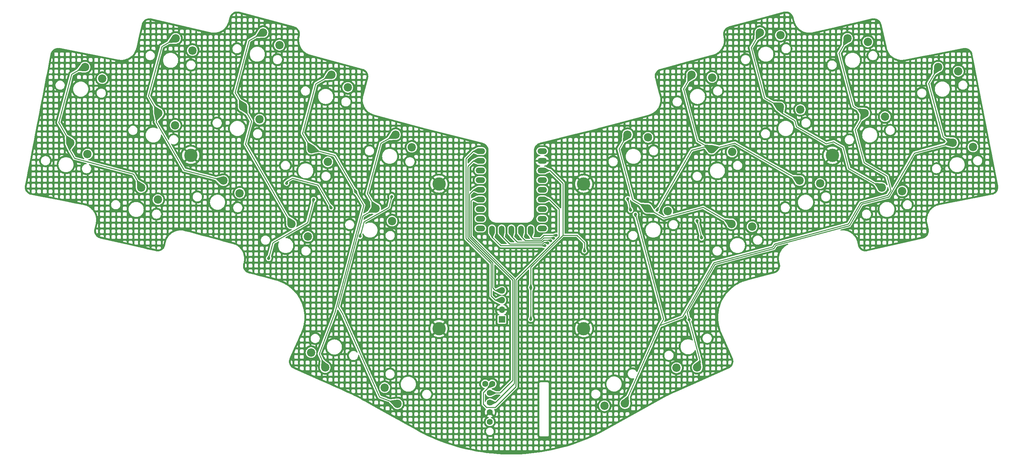
<source format=gbl>
G04 #@! TF.GenerationSoftware,KiCad,Pcbnew,7.0.2-0*
G04 #@! TF.CreationDate,2023-09-16T16:42:04+01:00*
G04 #@! TF.ProjectId,buteo-mx,62757465-6f2d-46d7-982e-6b696361645f,0.0.1*
G04 #@! TF.SameCoordinates,Original*
G04 #@! TF.FileFunction,Copper,L2,Bot*
G04 #@! TF.FilePolarity,Positive*
%FSLAX46Y46*%
G04 Gerber Fmt 4.6, Leading zero omitted, Abs format (unit mm)*
G04 Created by KiCad (PCBNEW 7.0.2-0) date 2023-09-16 16:42:04*
%MOMM*%
%LPD*%
G01*
G04 APERTURE LIST*
G04 #@! TA.AperFunction,ComponentPad*
%ADD10O,2.500000X1.500000*%
G04 #@! TD*
G04 #@! TA.AperFunction,ComponentPad*
%ADD11O,1.500000X2.500000*%
G04 #@! TD*
G04 #@! TA.AperFunction,ComponentPad*
%ADD12C,2.200000*%
G04 #@! TD*
G04 #@! TA.AperFunction,ComponentPad*
%ADD13C,2.600000*%
G04 #@! TD*
G04 #@! TA.AperFunction,ConnectorPad*
%ADD14C,3.500000*%
G04 #@! TD*
G04 #@! TA.AperFunction,ComponentPad*
%ADD15R,1.700000X1.700000*%
G04 #@! TD*
G04 #@! TA.AperFunction,ComponentPad*
%ADD16O,1.700000X1.700000*%
G04 #@! TD*
G04 #@! TA.AperFunction,ComponentPad*
%ADD17C,1.600000*%
G04 #@! TD*
G04 #@! TA.AperFunction,ViaPad*
%ADD18C,0.800000*%
G04 #@! TD*
G04 #@! TA.AperFunction,Conductor*
%ADD19C,0.250000*%
G04 #@! TD*
G04 APERTURE END LIST*
D10*
X140869279Y-74717501D03*
X140869279Y-77257501D03*
X140869279Y-79797501D03*
X140869279Y-82337501D03*
X140869279Y-84877501D03*
X140869279Y-87417501D03*
X140869279Y-89957501D03*
X140869279Y-92497501D03*
X140869279Y-95037501D03*
D11*
X143909279Y-95537501D03*
X146449279Y-95537501D03*
X148989279Y-95537501D03*
X151529279Y-95537501D03*
X154069279Y-95537501D03*
D10*
X157109279Y-95037501D03*
X157109279Y-92497501D03*
X157109279Y-89957501D03*
X157109279Y-87417501D03*
X157109279Y-84877501D03*
X157109279Y-82337501D03*
X157109279Y-79797501D03*
X157109279Y-77257501D03*
X157109279Y-74717501D03*
D12*
X78574056Y-63054150D03*
X82860166Y-66376689D03*
X214293549Y-43549209D03*
X219666698Y-44283558D03*
D13*
X129995000Y-83370000D03*
D14*
X129995000Y-83370000D03*
D12*
X73374023Y-82460953D03*
X77660133Y-85783492D03*
X219519886Y-63054150D03*
X224893035Y-63788499D03*
D13*
X129985000Y-121340000D03*
D14*
X129985000Y-121340000D03*
D12*
X101756657Y-54653401D03*
X106042767Y-57975940D03*
X118578192Y-70381310D03*
X122864302Y-73703849D03*
X237257145Y-45110756D03*
X242601392Y-46032177D03*
X264917109Y-72493909D03*
X270225944Y-73601281D03*
X184708214Y-89763577D03*
X190081363Y-90497926D03*
X196337283Y-54653401D03*
X201710432Y-55387750D03*
D13*
X167985000Y-83360000D03*
D14*
X167985000Y-83360000D03*
D12*
X83799394Y-43549214D03*
X88085504Y-46871753D03*
D13*
X233285000Y-75820000D03*
D14*
X233285000Y-75820000D03*
D12*
X241789562Y-64742810D03*
X247133809Y-65664231D03*
X201574747Y-74199878D03*
X206947896Y-74934227D03*
X206833950Y-93827487D03*
X212207099Y-94561836D03*
X113385729Y-89763571D03*
X117671839Y-93086110D03*
X51790513Y-84294519D03*
X56189966Y-87465451D03*
X56304381Y-64742809D03*
X60703834Y-67913741D03*
X224719920Y-82460953D03*
X230093069Y-83195302D03*
D13*
X64815000Y-75810000D03*
D14*
X64815000Y-75810000D03*
D12*
X33176831Y-72493906D03*
X37684268Y-75509368D03*
X246303431Y-84294519D03*
X251647678Y-85215940D03*
X261058758Y-52644407D03*
X266367593Y-53751779D03*
X37035187Y-52644402D03*
X41542624Y-55659864D03*
X179513746Y-70381310D03*
X184886895Y-71115659D03*
X91259998Y-93827491D03*
X95546108Y-97150030D03*
D15*
X146498182Y-118958186D03*
D16*
X146498182Y-116418186D03*
X146498182Y-113878186D03*
X146498182Y-111338186D03*
D12*
X100117246Y-131579748D03*
X96403665Y-127627620D03*
X96519198Y-74199876D03*
X100805308Y-77522415D03*
X197801716Y-131519225D03*
X192379842Y-131634463D03*
D13*
X167995000Y-121350000D03*
D14*
X167995000Y-121350000D03*
D12*
X119089039Y-141111397D03*
X115734041Y-136850648D03*
X60836795Y-45110760D03*
X65236248Y-48281692D03*
X178829925Y-141050884D03*
X173438726Y-141638231D03*
D17*
X143350000Y-138250000D03*
X143350000Y-140790000D03*
X143350000Y-143330000D03*
X143350000Y-145870000D03*
X142125000Y-135860000D03*
X143975000Y-135860000D03*
D18*
X101670188Y-89612067D03*
X117584439Y-86629349D03*
X89941802Y-83154843D03*
X109247452Y-97117273D03*
X85269922Y-102908769D03*
X97079833Y-87424971D03*
X157782164Y-99526356D03*
X179520127Y-87217492D03*
X159308532Y-98238151D03*
X180322463Y-90211860D03*
X160073104Y-97594352D03*
X108130426Y-85392350D03*
X181554147Y-91331220D03*
X195679157Y-119050000D03*
X160797607Y-96849785D03*
X198953817Y-97539400D03*
X197737370Y-92999541D03*
X187260038Y-90216446D03*
X158517152Y-98849005D03*
X154099279Y-118907501D03*
X154099279Y-110517500D03*
X168185000Y-100935000D03*
D19*
X110262399Y-93306212D02*
X116807978Y-89527121D01*
X109243207Y-97109913D02*
X110262399Y-93306212D01*
X90078369Y-82645176D02*
X91538695Y-81802057D01*
X91538695Y-81802057D02*
X98190038Y-83584278D01*
X98190038Y-83584278D02*
X101670188Y-89612067D01*
X116807978Y-89527121D02*
X117584439Y-86629349D01*
X89941802Y-83154843D02*
X90078369Y-82645176D01*
X109247452Y-97117273D02*
X109243207Y-97109913D01*
X95442934Y-93533968D02*
X97079833Y-87424971D01*
X85269922Y-102908769D02*
X86379823Y-98766565D01*
X86379823Y-98766565D02*
X95442934Y-93533968D01*
X189025438Y-92256124D02*
X199329939Y-89495044D01*
X184708215Y-89763580D02*
X189025438Y-92256124D01*
X157782164Y-99526356D02*
X157731664Y-99576855D01*
X179429327Y-70404193D02*
X177262825Y-74156684D01*
X34281267Y-76606841D02*
X49744148Y-80750104D01*
X180847411Y-87534542D02*
X184708215Y-89763580D01*
X37035181Y-52644401D02*
X37082277Y-52468664D01*
X143865268Y-97226859D02*
X143865271Y-95751859D01*
X33176834Y-72493910D02*
X32774204Y-73996533D01*
X32774204Y-73996533D02*
X34281267Y-76606841D01*
X49744148Y-80750104D02*
X51790513Y-84294517D01*
X33510410Y-54530877D02*
X30117209Y-67194481D01*
X179514752Y-70381309D02*
X179429327Y-70404193D01*
X37082277Y-52468664D02*
X33510410Y-54530877D01*
X30117209Y-67194481D02*
X33176834Y-72493910D01*
X157731664Y-99576855D02*
X146215275Y-99576858D01*
X146215275Y-99576858D02*
X143865268Y-97226859D01*
X199329939Y-89495044D02*
X206833945Y-93827484D01*
X177262825Y-74156684D02*
X180847411Y-87534542D01*
X78574060Y-63054149D02*
X80754065Y-66830027D01*
X157013057Y-98626853D02*
X150540267Y-98626861D01*
X231647763Y-72782381D02*
X233610526Y-72256463D01*
X76426005Y-59333610D02*
X78574060Y-63054149D01*
X80754065Y-66830027D02*
X79143430Y-72840987D01*
X219954189Y-64675007D02*
X223394826Y-66661455D01*
X233610526Y-72256463D02*
X236099205Y-73693303D01*
X83800392Y-43549213D02*
X80079856Y-45697265D01*
X79143430Y-72840987D02*
X91259996Y-93827485D01*
X236099205Y-73693303D02*
X237592151Y-79265061D01*
X223824692Y-68265729D02*
X231647763Y-72782381D01*
X159308532Y-98238151D02*
X159166833Y-98096456D01*
X150540267Y-98626861D02*
X148990271Y-97076858D01*
X211966653Y-47579519D02*
X215489575Y-60727248D01*
X219519881Y-63054149D02*
X219954189Y-64675007D01*
X237592151Y-79265061D02*
X246303429Y-84294520D01*
X179520127Y-87217492D02*
X180322463Y-90211860D01*
X214293550Y-43549212D02*
X211966653Y-47579519D01*
X215489575Y-60727248D02*
X219519881Y-63054149D01*
X80079856Y-45697265D02*
X76426005Y-59333610D01*
X223394826Y-66661455D02*
X223824692Y-68265729D01*
X157543462Y-98096454D02*
X157013057Y-98626853D01*
X159166833Y-98096456D02*
X157543462Y-98096454D01*
X148990271Y-97076858D02*
X148990272Y-95137491D01*
X193922574Y-118245300D02*
X188118272Y-120473362D01*
X241596209Y-77793512D02*
X247597461Y-81258337D01*
X98499504Y-127946233D02*
X100117248Y-131579747D01*
X248606854Y-85025448D02*
X247838657Y-86355997D01*
X247838657Y-86355997D02*
X240725960Y-88261838D01*
X247597461Y-81258337D02*
X248606854Y-85025448D01*
X188118272Y-120473362D02*
X187965522Y-120531999D01*
X152615266Y-98176854D02*
X151515272Y-97076852D01*
X159008182Y-97514155D02*
X157489367Y-97514155D01*
X159609291Y-97513652D02*
X159008680Y-97513648D01*
X159992909Y-97514163D02*
X159609795Y-97514152D01*
X108130426Y-85392350D02*
X110208683Y-88991993D01*
X96519202Y-74199880D02*
X102610822Y-75832123D01*
X235017240Y-48990385D02*
X238771138Y-63000122D01*
X218090507Y-99089266D02*
X217630884Y-99885347D01*
X102610822Y-75832123D02*
X108130426Y-85392350D01*
X159008680Y-97513648D02*
X159008182Y-97514155D01*
X101756656Y-54653401D02*
X97591393Y-57058218D01*
X188930581Y-118860465D02*
X187965522Y-120531999D01*
X110208683Y-88991993D02*
X102709951Y-116977641D01*
X202123735Y-104040479D02*
X193922574Y-118245300D01*
X237257146Y-45110755D02*
X235017240Y-48990385D01*
X159609795Y-97514152D02*
X159609291Y-97513652D01*
X181554147Y-91331220D02*
X188930581Y-118860465D01*
X238771138Y-63000122D02*
X241789563Y-64742807D01*
X156826667Y-98176855D02*
X152615266Y-98176854D01*
X97591393Y-57058218D02*
X94114385Y-70034609D01*
X151515272Y-97076852D02*
X151515271Y-95122492D01*
X241789563Y-64742807D02*
X239269056Y-69108446D01*
X102709951Y-116977641D02*
X98499504Y-127946233D01*
X187965522Y-120531999D02*
X178829926Y-141050883D01*
X239269056Y-69108446D02*
X241596209Y-77793512D01*
X240725960Y-88261838D02*
X237473268Y-93895671D01*
X157489367Y-97514155D02*
X156826667Y-98176855D01*
X237473268Y-93895671D02*
X218090507Y-99089266D01*
X94114385Y-70034609D02*
X96519202Y-74199880D01*
X160073104Y-97594352D02*
X159992909Y-97514163D01*
X217630884Y-99885347D02*
X202123735Y-104040479D01*
X137080811Y-76648268D02*
X137080810Y-97671437D01*
X139011568Y-74717501D02*
X137080811Y-76648268D01*
X141370281Y-74717502D02*
X139011568Y-74717501D01*
X137080810Y-97671437D02*
X143629278Y-104219906D01*
X144769964Y-113878185D02*
X146498182Y-113878186D01*
X143629279Y-112737500D02*
X144769964Y-113878185D01*
X143629278Y-104219906D02*
X143629279Y-112737500D01*
X137530812Y-78698258D02*
X137530809Y-97485040D01*
X141370282Y-77257501D02*
X138971572Y-77257502D01*
X144779964Y-111338185D02*
X146498181Y-111338186D01*
X144079278Y-104033511D02*
X144079279Y-110637500D01*
X138971572Y-77257502D02*
X137530812Y-78698258D01*
X144079279Y-110637500D02*
X144779964Y-111338185D01*
X137530809Y-97485040D02*
X144079278Y-104033511D01*
X149313782Y-108568009D02*
X149313782Y-134946218D01*
X143581347Y-138210000D02*
X143547972Y-138176625D01*
X137980811Y-97235040D02*
X149313782Y-108568009D01*
X141370284Y-84877501D02*
X139101570Y-84877497D01*
X146010000Y-138250000D02*
X143350000Y-138250000D01*
X149313782Y-134946218D02*
X146010000Y-138250000D01*
X139101570Y-84877497D02*
X137980812Y-85998257D01*
X137980812Y-85998257D02*
X137980811Y-97235040D01*
X149763782Y-135791218D02*
X144765000Y-140790000D01*
X138430812Y-97048640D02*
X149763782Y-108381610D01*
X138811567Y-87417500D02*
X138430812Y-87798259D01*
X144765000Y-140790000D02*
X143350000Y-140790000D01*
X141370281Y-87417503D02*
X138811567Y-87417500D01*
X138430812Y-87798259D02*
X138430812Y-97048640D01*
X149763782Y-108381610D02*
X149763782Y-135791218D01*
X111127335Y-85851927D02*
X113385732Y-89763577D01*
X195139784Y-117037031D02*
X198634006Y-130077654D01*
X262347722Y-71010474D02*
X258577912Y-56941353D01*
X198634006Y-130077654D02*
X197801717Y-131519225D01*
X114356090Y-139294591D02*
X119089038Y-141111399D01*
X113385732Y-89763577D02*
X109933793Y-91756546D01*
X248135170Y-86742426D02*
X241022475Y-88648265D01*
X104606738Y-117397181D02*
X114356090Y-139294591D01*
X160797607Y-96849785D02*
X160744277Y-96796452D01*
X217927400Y-100271775D02*
X202420245Y-104426901D01*
X109933793Y-91756546D02*
X103552621Y-115571404D01*
X254795780Y-75205906D02*
X248135170Y-86742426D01*
X202420245Y-104426901D02*
X195139784Y-117037031D01*
X264917108Y-72493903D02*
X262347722Y-71010474D01*
X237769782Y-94282095D02*
X218387019Y-99475688D01*
X154070280Y-95137503D02*
X153970282Y-95037503D01*
X160744277Y-96796452D02*
X157570671Y-96796450D01*
X218387019Y-99475688D02*
X217927400Y-100271775D01*
X114667541Y-72639706D02*
X111127335Y-85851927D01*
X103552621Y-115571404D02*
X104606738Y-117397181D01*
X156640270Y-97726857D02*
X154665268Y-97726857D01*
X118579192Y-70381310D02*
X114667541Y-72639706D01*
X154665268Y-97726857D02*
X154070279Y-97131861D01*
X241022475Y-88648265D02*
X237769782Y-94282095D01*
X154070279Y-97131861D02*
X154070280Y-95137503D01*
X258577912Y-56941353D02*
X261058757Y-52644401D01*
X264917108Y-72493903D02*
X254795780Y-75205906D01*
X157570671Y-96796450D02*
X156640270Y-97726857D01*
X198953817Y-97539400D02*
X197737370Y-92999541D01*
X158517152Y-98849005D02*
X158364599Y-98696455D01*
X157579866Y-98696451D02*
X157199457Y-99076859D01*
X148540272Y-99076854D02*
X146450279Y-96986864D01*
X200227527Y-73422056D02*
X196357605Y-74459001D01*
X146450276Y-95137507D02*
X146350279Y-95037504D01*
X196357605Y-74459001D02*
X187260038Y-90216446D01*
X201574743Y-74199873D02*
X200227527Y-73422056D01*
X56304383Y-64742808D02*
X55700432Y-66996767D01*
X146450279Y-96986864D02*
X146450276Y-95137507D01*
X53698418Y-60229147D02*
X56304383Y-64742808D01*
X196337284Y-54653407D02*
X194164817Y-58416227D01*
X197811920Y-72027409D02*
X201574743Y-74199873D01*
X57184345Y-47219497D02*
X53698418Y-60229147D01*
X207610235Y-72582670D02*
X224719920Y-82460949D01*
X55700432Y-66996767D02*
X63028177Y-79688796D01*
X63028177Y-79688796D02*
X73374025Y-82460948D01*
X157199457Y-99076859D02*
X148540272Y-99076854D01*
X158364599Y-98696455D02*
X157579866Y-98696451D01*
X60836796Y-45110754D02*
X57184345Y-47219497D01*
X201574743Y-74199873D02*
X207610235Y-72582670D01*
X194164817Y-58416227D02*
X197811920Y-72027409D01*
X161522607Y-97170149D02*
X150213782Y-108478974D01*
X144785000Y-142050000D02*
X142485000Y-142050000D01*
X156609279Y-87417501D02*
X158982501Y-87417501D01*
X141625000Y-138110000D02*
X143875000Y-135860000D01*
X142485000Y-142050000D02*
X141625000Y-141190000D01*
X161522607Y-89957607D02*
X161522607Y-97170149D01*
X141625000Y-141190000D02*
X141625000Y-138110000D01*
X143875000Y-135860000D02*
X143975000Y-135860000D01*
X150213782Y-136621218D02*
X144785000Y-142050000D01*
X158982501Y-87417501D02*
X161522607Y-89957607D01*
X150213782Y-108478974D02*
X150213782Y-136621218D01*
X162515266Y-96552860D02*
X162515270Y-96813882D01*
X156610279Y-79797498D02*
X159096909Y-79797497D01*
X168185000Y-98785000D02*
X168185000Y-100935000D01*
X159124518Y-79769891D02*
X162515272Y-83160644D01*
X154099279Y-118907501D02*
X154099279Y-110517500D01*
X154099279Y-110517500D02*
X154099278Y-105229873D01*
X166213882Y-96813882D02*
X168185000Y-98785000D01*
X162515270Y-96813882D02*
X166213882Y-96813882D01*
X162515272Y-83160644D02*
X162515266Y-96552860D01*
X159096909Y-79797497D02*
X159124518Y-79769891D01*
X154099278Y-105229873D02*
X162515270Y-96813882D01*
G04 #@! TA.AperFunction,Conductor*
G36*
X77055705Y-38033254D02*
G01*
X77322822Y-38065199D01*
X77338080Y-38068001D01*
X77469153Y-38100677D01*
X92007612Y-41996036D01*
X92137443Y-42033182D01*
X92152093Y-42038392D01*
X92392577Y-42141345D01*
X92399419Y-42144274D01*
X92415148Y-42152380D01*
X92580262Y-42253008D01*
X92643962Y-42291829D01*
X92658378Y-42302094D01*
X92865012Y-42472696D01*
X92877820Y-42484908D01*
X93058064Y-42683187D01*
X93069002Y-42697097D01*
X93219190Y-42919020D01*
X93228033Y-42934338D01*
X93344533Y-43174213D01*
X93345097Y-43175375D01*
X93351673Y-43191805D01*
X93433235Y-43447061D01*
X93437404Y-43464259D01*
X93481797Y-43728510D01*
X93483476Y-43746128D01*
X93489799Y-44014007D01*
X93488954Y-44031682D01*
X93456953Y-44298813D01*
X93454134Y-44314124D01*
X93421387Y-44445178D01*
X93419409Y-44452553D01*
X93403156Y-44513175D01*
X93403156Y-44513177D01*
X93403144Y-44513222D01*
X93403107Y-44513362D01*
X93403107Y-44513366D01*
X93403104Y-44513369D01*
X93403024Y-44513675D01*
X93399437Y-44527047D01*
X93399262Y-44528444D01*
X93358878Y-44686809D01*
X93356501Y-44692636D01*
X93355356Y-44699244D01*
X93353569Y-44707764D01*
X93351639Y-44715585D01*
X93351547Y-44722082D01*
X93293468Y-45073479D01*
X93291293Y-45080388D01*
X93290969Y-45085190D01*
X93289652Y-45096675D01*
X93288969Y-45100885D01*
X93289462Y-45107932D01*
X93265915Y-45466047D01*
X93264559Y-45472757D01*
X93264684Y-45477695D01*
X93264522Y-45487901D01*
X93264212Y-45493319D01*
X93265375Y-45500080D01*
X93277020Y-45858472D01*
X93276322Y-45865321D01*
X93276912Y-45870039D01*
X93277772Y-45880525D01*
X93277985Y-45885941D01*
X93279850Y-45892669D01*
X93326630Y-46248762D01*
X93326651Y-46255403D01*
X93327605Y-46259664D01*
X93329414Y-46269647D01*
X93330236Y-46275552D01*
X93332780Y-46282080D01*
X93387352Y-46516458D01*
X93412492Y-46624431D01*
X93413891Y-46630437D01*
X93414537Y-46637392D01*
X93416025Y-46641856D01*
X93419031Y-46652409D01*
X93420481Y-46658516D01*
X93423853Y-46665026D01*
X93538147Y-47002111D01*
X93539479Y-47009222D01*
X93541475Y-47013657D01*
X93545734Y-47024443D01*
X93547317Y-47029074D01*
X93551200Y-47035175D01*
X93698895Y-47361477D01*
X93700982Y-47368424D01*
X93702592Y-47371196D01*
X93708408Y-47382514D01*
X93710266Y-47386637D01*
X93714907Y-47392512D01*
X93893267Y-47701736D01*
X93895975Y-47708436D01*
X93898568Y-47712066D01*
X93904942Y-47721951D01*
X93907743Y-47726783D01*
X93912899Y-47732095D01*
X94120622Y-48022247D01*
X94124052Y-48028756D01*
X94126298Y-48031301D01*
X94134323Y-48041411D01*
X94137303Y-48045596D01*
X94143183Y-48050539D01*
X94377235Y-48317685D01*
X94381220Y-48323860D01*
X94385131Y-48327541D01*
X94393172Y-48335849D01*
X94397271Y-48340500D01*
X94403422Y-48344705D01*
X94663129Y-48588199D01*
X94667671Y-48593827D01*
X94671098Y-48596463D01*
X94680160Y-48604152D01*
X94684625Y-48608324D01*
X94691234Y-48611937D01*
X94973678Y-48828910D01*
X94978650Y-48833940D01*
X94982443Y-48836319D01*
X94991709Y-48842734D01*
X94997415Y-48847081D01*
X95004369Y-48849990D01*
X95305268Y-49037346D01*
X95310966Y-49042150D01*
X95314985Y-49044127D01*
X95325844Y-49050161D01*
X95330819Y-49053261D01*
X95338131Y-49055546D01*
X95624478Y-49196977D01*
X95655702Y-49212399D01*
X95662273Y-49216984D01*
X95665649Y-49218216D01*
X95679302Y-49224149D01*
X95683251Y-49226155D01*
X95691294Y-49227802D01*
X96021161Y-49352199D01*
X96027241Y-49355693D01*
X96035142Y-49357933D01*
X96044859Y-49361126D01*
X96052309Y-49363920D01*
X96059216Y-49364729D01*
X96069972Y-49367762D01*
X96210126Y-49407282D01*
X96211823Y-49408063D01*
X96228779Y-49412545D01*
X96228969Y-49412596D01*
X96228971Y-49412597D01*
X96229058Y-49412620D01*
X96229156Y-49412648D01*
X96229159Y-49412647D01*
X96229781Y-49412814D01*
X96244528Y-49417038D01*
X96246296Y-49417251D01*
X109962202Y-53102759D01*
X110091920Y-53140110D01*
X110106461Y-53145300D01*
X110353536Y-53251291D01*
X110369235Y-53259396D01*
X110570962Y-53382503D01*
X110597767Y-53398862D01*
X110612162Y-53409124D01*
X110818532Y-53579666D01*
X110831323Y-53591871D01*
X111011351Y-53790036D01*
X111022274Y-53803934D01*
X111033732Y-53820870D01*
X111172285Y-54025677D01*
X111181123Y-54040990D01*
X111298078Y-54281822D01*
X111304647Y-54298234D01*
X111386163Y-54553238D01*
X111390332Y-54570419D01*
X111434756Y-54834436D01*
X111436439Y-54852034D01*
X111442867Y-55119666D01*
X111442031Y-55137324D01*
X111410199Y-55404289D01*
X111407415Y-55419495D01*
X111374875Y-55550521D01*
X110121058Y-60237092D01*
X110120884Y-60238481D01*
X110115147Y-60261028D01*
X110080584Y-60396852D01*
X110078263Y-60402547D01*
X110077016Y-60409648D01*
X110075365Y-60417532D01*
X110073357Y-60425774D01*
X110073269Y-60432130D01*
X110015231Y-60784378D01*
X110013225Y-60790912D01*
X110012844Y-60796124D01*
X110011734Y-60805928D01*
X110011048Y-60810386D01*
X110011449Y-60816897D01*
X109988063Y-61175305D01*
X109986638Y-61182146D01*
X109986784Y-61187764D01*
X109986630Y-61197954D01*
X109986324Y-61203375D01*
X109987485Y-61210115D01*
X109999285Y-61567871D01*
X109998561Y-61574675D01*
X109999289Y-61580644D01*
X110000073Y-61590018D01*
X110000385Y-61596896D01*
X110002253Y-61603465D01*
X110049051Y-61958379D01*
X110049056Y-61965201D01*
X110049995Y-61969333D01*
X110051922Y-61979922D01*
X110052676Y-61985410D01*
X110055259Y-61992032D01*
X110136597Y-62340625D01*
X110137273Y-62347688D01*
X110138543Y-62351445D01*
X110141754Y-62362658D01*
X110142869Y-62367383D01*
X110146132Y-62373821D01*
X110260905Y-62711803D01*
X110262244Y-62718980D01*
X110264258Y-62723438D01*
X110268570Y-62734332D01*
X110270051Y-62738662D01*
X110273899Y-62744732D01*
X110421682Y-63070832D01*
X110423804Y-63077970D01*
X110425367Y-63080642D01*
X110431490Y-63092547D01*
X110433804Y-63097715D01*
X110438822Y-63103872D01*
X110616913Y-63412312D01*
X110619600Y-63418789D01*
X110621699Y-63421727D01*
X110628022Y-63431524D01*
X110631283Y-63437139D01*
X110636579Y-63442506D01*
X110837571Y-63722999D01*
X110843823Y-63731723D01*
X110847223Y-63738171D01*
X110849694Y-63740979D01*
X110857406Y-63750679D01*
X110860601Y-63755139D01*
X110866393Y-63760006D01*
X111095797Y-64021618D01*
X111100033Y-64026448D01*
X111103970Y-64032628D01*
X111108792Y-64037192D01*
X111116236Y-64044874D01*
X111120805Y-64050015D01*
X111126814Y-64054113D01*
X111386215Y-64297116D01*
X111390965Y-64303040D01*
X111393886Y-64305256D01*
X111404128Y-64313938D01*
X111406718Y-64316387D01*
X111413259Y-64320078D01*
X111598187Y-64462019D01*
X111697149Y-64537977D01*
X111702473Y-64543360D01*
X111704716Y-64544729D01*
X111716256Y-64552699D01*
X111720433Y-64555947D01*
X111727847Y-64559047D01*
X112023241Y-64742810D01*
X112029128Y-64746472D01*
X112034556Y-64751018D01*
X112039339Y-64753410D01*
X112048684Y-64758597D01*
X112053850Y-64761763D01*
X112060639Y-64763951D01*
X112379359Y-64921214D01*
X112385521Y-64925505D01*
X112390607Y-64927422D01*
X112401678Y-64932221D01*
X112407554Y-64935115D01*
X112415082Y-64936642D01*
X112745594Y-65061139D01*
X112752080Y-65064803D01*
X112757421Y-65066254D01*
X112769788Y-65070321D01*
X112775703Y-65072616D01*
X112783302Y-65073471D01*
X112933735Y-65115767D01*
X112934922Y-65116313D01*
X112952702Y-65121100D01*
X112968766Y-65125604D01*
X112970071Y-65125759D01*
X126539446Y-68766189D01*
X126541674Y-68767098D01*
X126552847Y-68769827D01*
X126556365Y-68770741D01*
X126566647Y-68773574D01*
X126568918Y-68773869D01*
X141493627Y-72541264D01*
X141627909Y-72577701D01*
X141643034Y-72582877D01*
X141898832Y-72689313D01*
X141915089Y-72697526D01*
X142073547Y-72792805D01*
X142151564Y-72839716D01*
X142166445Y-72850226D01*
X142205271Y-72882167D01*
X142379527Y-73025525D01*
X142392706Y-73038100D01*
X142577806Y-73242737D01*
X142589002Y-73257109D01*
X142742120Y-73486660D01*
X142751089Y-73502519D01*
X142868917Y-73752028D01*
X142875465Y-73769028D01*
X142955460Y-74033100D01*
X142959447Y-74050879D01*
X143000041Y-74324898D01*
X143001361Y-74340917D01*
X143003774Y-74479954D01*
X143003770Y-91475861D01*
X143003441Y-91477884D01*
X143003770Y-91496102D01*
X143003770Y-91513180D01*
X143004110Y-91515165D01*
X143005313Y-91582419D01*
X143005981Y-91619832D01*
X143006029Y-91622488D01*
X143005154Y-91630155D01*
X143005494Y-91632719D01*
X143006511Y-91645285D01*
X143006569Y-91647242D01*
X143008550Y-91654468D01*
X143045006Y-91907964D01*
X143045274Y-91916608D01*
X143048025Y-91929238D01*
X143051507Y-91937182D01*
X143123436Y-92182125D01*
X143124938Y-92190887D01*
X143129101Y-92202034D01*
X143133716Y-92209608D01*
X143239839Y-92441968D01*
X143242404Y-92450106D01*
X143249425Y-92462936D01*
X143254875Y-92469429D01*
X143392308Y-92683270D01*
X143395957Y-92690892D01*
X143404932Y-92702851D01*
X143411162Y-92708429D01*
X143574924Y-92897414D01*
X143578168Y-92901157D01*
X143583266Y-92908685D01*
X143592772Y-92918182D01*
X143600341Y-92923174D01*
X143793007Y-93090118D01*
X143798853Y-93096497D01*
X143810122Y-93104927D01*
X143817982Y-93108607D01*
X144031145Y-93245596D01*
X144038373Y-93251636D01*
X144049600Y-93257749D01*
X144058503Y-93260543D01*
X144099527Y-93279278D01*
X144290481Y-93366483D01*
X144298857Y-93371612D01*
X144310197Y-93375828D01*
X144319805Y-93377345D01*
X144562603Y-93448637D01*
X144571603Y-93452632D01*
X144584285Y-93455371D01*
X144594055Y-93455542D01*
X144713609Y-93472733D01*
X144844854Y-93491604D01*
X144852784Y-93493849D01*
X144853377Y-93493858D01*
X144869295Y-93495127D01*
X144870170Y-93495253D01*
X144878364Y-93494289D01*
X144990873Y-93496336D01*
X144992815Y-93496580D01*
X145004178Y-93496580D01*
X145004257Y-93496580D01*
X145026180Y-93496979D01*
X145028251Y-93496580D01*
X152928591Y-93496580D01*
X152931295Y-93496877D01*
X152939826Y-93496647D01*
X152944773Y-93496612D01*
X152956098Y-93496757D01*
X152959201Y-93496279D01*
X153066846Y-93494354D01*
X153075429Y-93495461D01*
X153077124Y-93495212D01*
X153093325Y-93493906D01*
X153094369Y-93493890D01*
X153102478Y-93491539D01*
X153352676Y-93455558D01*
X153362831Y-93455366D01*
X153375633Y-93452585D01*
X153384843Y-93448416D01*
X153626699Y-93377394D01*
X153636906Y-93375785D01*
X153648293Y-93371538D01*
X153657048Y-93366072D01*
X153887759Y-93260705D01*
X153897436Y-93257696D01*
X153908717Y-93251532D01*
X153916400Y-93244987D01*
X154128650Y-93108580D01*
X154137717Y-93104328D01*
X154148714Y-93096117D01*
X154155382Y-93088550D01*
X154346190Y-92923212D01*
X154354227Y-92917916D01*
X154364114Y-92908029D01*
X154369410Y-92899992D01*
X154534441Y-92709537D01*
X154542119Y-92702821D01*
X154550141Y-92692120D01*
X154554544Y-92682819D01*
X154555510Y-92681317D01*
X154673643Y-92497501D01*
X155553696Y-92497501D01*
X155573978Y-92703433D01*
X155584071Y-92736705D01*
X155633601Y-92899986D01*
X155634048Y-92901457D01*
X155641180Y-92914799D01*
X155731594Y-93083951D01*
X155782888Y-93146453D01*
X155862868Y-93243911D01*
X155905964Y-93279278D01*
X156022829Y-93375186D01*
X156205325Y-93472733D01*
X156403345Y-93532801D01*
X156557671Y-93548001D01*
X156560721Y-93548001D01*
X157657837Y-93548001D01*
X157660887Y-93548001D01*
X157815213Y-93532801D01*
X158013233Y-93472733D01*
X158195729Y-93375186D01*
X158355689Y-93243911D01*
X158486964Y-93083951D01*
X158521592Y-93019167D01*
X159481244Y-93019167D01*
X159502593Y-93126500D01*
X159556477Y-93207144D01*
X159637121Y-93261028D01*
X159744455Y-93282378D01*
X160220033Y-93282378D01*
X160327366Y-93261028D01*
X160408010Y-93207144D01*
X160461894Y-93126500D01*
X160483244Y-93019167D01*
X160483244Y-92543588D01*
X160461894Y-92436255D01*
X160408010Y-92355611D01*
X160327366Y-92301727D01*
X160220033Y-92280378D01*
X159744455Y-92280378D01*
X159637121Y-92301727D01*
X159556477Y-92355611D01*
X159502593Y-92436255D01*
X159481244Y-92543588D01*
X159481244Y-93019167D01*
X158521592Y-93019167D01*
X158584511Y-92901455D01*
X158644579Y-92703435D01*
X158664862Y-92497501D01*
X158644579Y-92291567D01*
X158584511Y-92093547D01*
X158486964Y-91911051D01*
X158408703Y-91815689D01*
X158355689Y-91751090D01*
X158237953Y-91654468D01*
X158195729Y-91619816D01*
X158086170Y-91561255D01*
X158013235Y-91522270D01*
X158013234Y-91522269D01*
X158013233Y-91522269D01*
X157895027Y-91486412D01*
X157815211Y-91462200D01*
X157663920Y-91447299D01*
X157663905Y-91447298D01*
X157660887Y-91447001D01*
X156557671Y-91447001D01*
X156554653Y-91447298D01*
X156554637Y-91447299D01*
X156403346Y-91462200D01*
X156205322Y-91522270D01*
X156022830Y-91619815D01*
X155862868Y-91751090D01*
X155731593Y-91911052D01*
X155634048Y-92093544D01*
X155573978Y-92291568D01*
X155553696Y-92497501D01*
X154673643Y-92497501D01*
X154691182Y-92470210D01*
X154697730Y-92462523D01*
X154703895Y-92451239D01*
X154706904Y-92441562D01*
X154812173Y-92211064D01*
X154817551Y-92202483D01*
X154821988Y-92190619D01*
X154823579Y-92180551D01*
X154894616Y-91938646D01*
X154898785Y-91929436D01*
X154901566Y-91916634D01*
X154901758Y-91906479D01*
X154937620Y-91657106D01*
X154940077Y-91648837D01*
X154940104Y-91647112D01*
X154941410Y-91630938D01*
X154941660Y-91629234D01*
X154940554Y-91620649D01*
X154940569Y-91619815D01*
X154942474Y-91512999D01*
X154942953Y-91509889D01*
X154942806Y-91498571D01*
X154942841Y-91493631D01*
X154943070Y-91485075D01*
X154942775Y-91482378D01*
X154942775Y-91227501D01*
X158502693Y-91227501D01*
X158700091Y-91389499D01*
X158717281Y-91406689D01*
X158895292Y-91623599D01*
X158908796Y-91643810D01*
X158927254Y-91678343D01*
X158961894Y-91626500D01*
X158983244Y-91519167D01*
X159481244Y-91519167D01*
X159502593Y-91626500D01*
X159556477Y-91707144D01*
X159637121Y-91761028D01*
X159744455Y-91782378D01*
X160220033Y-91782378D01*
X160327366Y-91761028D01*
X160408010Y-91707144D01*
X160461894Y-91626500D01*
X160483244Y-91519167D01*
X160483244Y-91043588D01*
X160461894Y-90936255D01*
X160408010Y-90855611D01*
X160327366Y-90801727D01*
X160220033Y-90780378D01*
X159744455Y-90780378D01*
X159637121Y-90801727D01*
X159556477Y-90855611D01*
X159502593Y-90936255D01*
X159481244Y-91043588D01*
X159481244Y-91519167D01*
X158983244Y-91519167D01*
X158983244Y-91043588D01*
X158961894Y-90936255D01*
X158908010Y-90855611D01*
X158886964Y-90841549D01*
X158717281Y-91048313D01*
X158700091Y-91065503D01*
X158502693Y-91227501D01*
X154942775Y-91227501D01*
X154942775Y-89957500D01*
X155553696Y-89957500D01*
X155573978Y-90163433D01*
X155587238Y-90207144D01*
X155634047Y-90361455D01*
X155731594Y-90543951D01*
X155778643Y-90601281D01*
X155862868Y-90703911D01*
X155910655Y-90743128D01*
X156022829Y-90835186D01*
X156205325Y-90932733D01*
X156403345Y-90992801D01*
X156557671Y-91008001D01*
X156560721Y-91008001D01*
X157657837Y-91008001D01*
X157660887Y-91008001D01*
X157815213Y-90992801D01*
X158013233Y-90932733D01*
X158195729Y-90835186D01*
X158355689Y-90703911D01*
X158486964Y-90543951D01*
X158584511Y-90361455D01*
X158644579Y-90163435D01*
X158658788Y-90019167D01*
X159481244Y-90019167D01*
X159502593Y-90126500D01*
X159556477Y-90207144D01*
X159637121Y-90261028D01*
X159744455Y-90282378D01*
X160220033Y-90282378D01*
X160327366Y-90261028D01*
X160408010Y-90207144D01*
X160431285Y-90172310D01*
X159591311Y-89332337D01*
X159556477Y-89355611D01*
X159502593Y-89436255D01*
X159481244Y-89543588D01*
X159481244Y-90019167D01*
X158658788Y-90019167D01*
X158664862Y-89957501D01*
X158644579Y-89751567D01*
X158584511Y-89553547D01*
X158486964Y-89371051D01*
X158406029Y-89272431D01*
X158355689Y-89211090D01*
X158232272Y-89109806D01*
X158195729Y-89079816D01*
X158013233Y-88982269D01*
X157893095Y-88945826D01*
X157815211Y-88922200D01*
X157663920Y-88907299D01*
X157663905Y-88907298D01*
X157660887Y-88907001D01*
X156557671Y-88907001D01*
X156554653Y-88907298D01*
X156554637Y-88907299D01*
X156403346Y-88922200D01*
X156205322Y-88982270D01*
X156022830Y-89079815D01*
X155862868Y-89211090D01*
X155731593Y-89371052D01*
X155634048Y-89553544D01*
X155573978Y-89751568D01*
X155553696Y-89957500D01*
X154942775Y-89957500D01*
X154942775Y-84877501D01*
X155553696Y-84877501D01*
X155573978Y-85083433D01*
X155594457Y-85150942D01*
X155633911Y-85281008D01*
X155634048Y-85281457D01*
X155669243Y-85347302D01*
X155731594Y-85463951D01*
X155748308Y-85484317D01*
X155862868Y-85623911D01*
X155939031Y-85686415D01*
X156022829Y-85755186D01*
X156205325Y-85852733D01*
X156403345Y-85912801D01*
X156557671Y-85928001D01*
X156560721Y-85928001D01*
X157657837Y-85928001D01*
X157660887Y-85928001D01*
X157815213Y-85912801D01*
X158013233Y-85852733D01*
X158195729Y-85755186D01*
X158355689Y-85623911D01*
X158441650Y-85519167D01*
X159481244Y-85519167D01*
X159502593Y-85626500D01*
X159556477Y-85707144D01*
X159637121Y-85761028D01*
X159744455Y-85782378D01*
X160220033Y-85782378D01*
X160327366Y-85761028D01*
X160408010Y-85707144D01*
X160461894Y-85626500D01*
X160483244Y-85519167D01*
X160981244Y-85519167D01*
X161002593Y-85626500D01*
X161056477Y-85707144D01*
X161137121Y-85761028D01*
X161244455Y-85782378D01*
X161591769Y-85782378D01*
X161591769Y-84780378D01*
X161244455Y-84780378D01*
X161137121Y-84801727D01*
X161056477Y-84855611D01*
X161002593Y-84936255D01*
X160981244Y-85043588D01*
X160981244Y-85519167D01*
X160483244Y-85519167D01*
X160483244Y-85043588D01*
X160461894Y-84936255D01*
X160408010Y-84855611D01*
X160327366Y-84801727D01*
X160220033Y-84780378D01*
X159744455Y-84780378D01*
X159637121Y-84801727D01*
X159556477Y-84855611D01*
X159502593Y-84936255D01*
X159481244Y-85043588D01*
X159481244Y-85519167D01*
X158441650Y-85519167D01*
X158486964Y-85463951D01*
X158584511Y-85281455D01*
X158644579Y-85083435D01*
X158664862Y-84877501D01*
X158644579Y-84671567D01*
X158584511Y-84473547D01*
X158486964Y-84291051D01*
X158393853Y-84177594D01*
X158355689Y-84131090D01*
X158242655Y-84038327D01*
X158195729Y-83999816D01*
X158063250Y-83929004D01*
X158013235Y-83902270D01*
X158013234Y-83902269D01*
X158013233Y-83902269D01*
X157902972Y-83868822D01*
X157815211Y-83842200D01*
X157663920Y-83827299D01*
X157663905Y-83827298D01*
X157660887Y-83827001D01*
X156557671Y-83827001D01*
X156554653Y-83827298D01*
X156554637Y-83827299D01*
X156403346Y-83842200D01*
X156205322Y-83902270D01*
X156022830Y-83999815D01*
X155862868Y-84131090D01*
X155731593Y-84291052D01*
X155634048Y-84473544D01*
X155573978Y-84671568D01*
X155553696Y-84877501D01*
X154942775Y-84877501D01*
X154942775Y-83607501D01*
X158502693Y-83607501D01*
X158700091Y-83769499D01*
X158717281Y-83786689D01*
X158895292Y-84003599D01*
X158908796Y-84023810D01*
X158962379Y-84124058D01*
X158983244Y-84019167D01*
X159481244Y-84019167D01*
X159502593Y-84126500D01*
X159556477Y-84207144D01*
X159637121Y-84261028D01*
X159744455Y-84282378D01*
X160220033Y-84282378D01*
X160327366Y-84261028D01*
X160408010Y-84207144D01*
X160461894Y-84126500D01*
X160483244Y-84019167D01*
X160981244Y-84019167D01*
X161002593Y-84126500D01*
X161056477Y-84207144D01*
X161137121Y-84261028D01*
X161244455Y-84282378D01*
X161591769Y-84282378D01*
X161591769Y-83543167D01*
X161328980Y-83280378D01*
X161244455Y-83280378D01*
X161137121Y-83301727D01*
X161056477Y-83355611D01*
X161002593Y-83436255D01*
X160981244Y-83543588D01*
X160981244Y-84019167D01*
X160483244Y-84019167D01*
X160483244Y-83543588D01*
X160461894Y-83436255D01*
X160408010Y-83355611D01*
X160327366Y-83301727D01*
X160220033Y-83280378D01*
X159744455Y-83280378D01*
X159637121Y-83301727D01*
X159556477Y-83355611D01*
X159502593Y-83436255D01*
X159481244Y-83543588D01*
X159481244Y-84019167D01*
X158983244Y-84019167D01*
X158983244Y-83543588D01*
X158961894Y-83436255D01*
X158908010Y-83355611D01*
X158827366Y-83301727D01*
X158822035Y-83300667D01*
X158717281Y-83428313D01*
X158700091Y-83445503D01*
X158502693Y-83607501D01*
X154942775Y-83607501D01*
X154942775Y-82337500D01*
X155553696Y-82337500D01*
X155573978Y-82543433D01*
X155598715Y-82624979D01*
X155634047Y-82741455D01*
X155731594Y-82923951D01*
X155764459Y-82963997D01*
X155862868Y-83083911D01*
X155942848Y-83149548D01*
X156022829Y-83215186D01*
X156205325Y-83312733D01*
X156403345Y-83372801D01*
X156557671Y-83388001D01*
X156560721Y-83388001D01*
X157657837Y-83388001D01*
X157660887Y-83388001D01*
X157815213Y-83372801D01*
X158013233Y-83312733D01*
X158195729Y-83215186D01*
X158355689Y-83083911D01*
X158486964Y-82923951D01*
X158584511Y-82741455D01*
X158644579Y-82543435D01*
X158646969Y-82519167D01*
X159481244Y-82519167D01*
X159502593Y-82626500D01*
X159556477Y-82707144D01*
X159637121Y-82761028D01*
X159744455Y-82782378D01*
X160220033Y-82782378D01*
X160327366Y-82761028D01*
X160408010Y-82707144D01*
X160461894Y-82626500D01*
X160483244Y-82519167D01*
X160483244Y-82434641D01*
X159828980Y-81780378D01*
X159744455Y-81780378D01*
X159637121Y-81801727D01*
X159556477Y-81855611D01*
X159502593Y-81936255D01*
X159481244Y-82043588D01*
X159481244Y-82519167D01*
X158646969Y-82519167D01*
X158664862Y-82337501D01*
X158644579Y-82131567D01*
X158584511Y-81933547D01*
X158486964Y-81751051D01*
X158421326Y-81671070D01*
X158355689Y-81591090D01*
X158223154Y-81482323D01*
X158195729Y-81459816D01*
X158013233Y-81362269D01*
X157914222Y-81332235D01*
X157815211Y-81302200D01*
X157663920Y-81287299D01*
X157663905Y-81287298D01*
X157660887Y-81287001D01*
X156557671Y-81287001D01*
X156554653Y-81287298D01*
X156554637Y-81287299D01*
X156403346Y-81302200D01*
X156205322Y-81362270D01*
X156022830Y-81459815D01*
X155862868Y-81591090D01*
X155731593Y-81751052D01*
X155634048Y-81933544D01*
X155573978Y-82131568D01*
X155553696Y-82337500D01*
X154942775Y-82337500D01*
X154942775Y-74482966D01*
X154943106Y-74464432D01*
X154945262Y-74343678D01*
X154946584Y-74327731D01*
X154946896Y-74325631D01*
X154987308Y-74053301D01*
X154991303Y-74035518D01*
X155071528Y-73771099D01*
X155078093Y-73754083D01*
X155196247Y-73504293D01*
X155205227Y-73488443D01*
X155358757Y-73258686D01*
X155369975Y-73244312D01*
X155399121Y-73212156D01*
X157981244Y-73212156D01*
X158193045Y-73276406D01*
X158215502Y-73285709D01*
X158462970Y-73417984D01*
X158483181Y-73431488D01*
X158700091Y-73609499D01*
X158717281Y-73626689D01*
X158827471Y-73760958D01*
X158908010Y-73707144D01*
X158961894Y-73626500D01*
X158983244Y-73519167D01*
X159481244Y-73519167D01*
X159502593Y-73626500D01*
X159556477Y-73707144D01*
X159637121Y-73761028D01*
X159744455Y-73782378D01*
X160220033Y-73782378D01*
X160327366Y-73761028D01*
X160408010Y-73707144D01*
X160461894Y-73626500D01*
X160483244Y-73519167D01*
X160981244Y-73519167D01*
X161002593Y-73626500D01*
X161056477Y-73707144D01*
X161137121Y-73761028D01*
X161244455Y-73782378D01*
X161720033Y-73782378D01*
X161827366Y-73761028D01*
X161908010Y-73707144D01*
X161961894Y-73626500D01*
X161983244Y-73519167D01*
X162481244Y-73519167D01*
X162502593Y-73626500D01*
X162556477Y-73707144D01*
X162637121Y-73761028D01*
X162744455Y-73782378D01*
X163220033Y-73782378D01*
X163327366Y-73761028D01*
X163408010Y-73707144D01*
X163461894Y-73626500D01*
X163483244Y-73519167D01*
X163981244Y-73519167D01*
X164002593Y-73626500D01*
X164056477Y-73707144D01*
X164137121Y-73761028D01*
X164244455Y-73782378D01*
X164720033Y-73782378D01*
X164827366Y-73761028D01*
X164908010Y-73707144D01*
X164961894Y-73626500D01*
X164983244Y-73519167D01*
X165481244Y-73519167D01*
X165502593Y-73626500D01*
X165556477Y-73707144D01*
X165637121Y-73761028D01*
X165744455Y-73782378D01*
X166220033Y-73782378D01*
X166327366Y-73761028D01*
X166408010Y-73707144D01*
X166461894Y-73626500D01*
X166483244Y-73519167D01*
X166981244Y-73519167D01*
X167002593Y-73626500D01*
X167056477Y-73707144D01*
X167137121Y-73761028D01*
X167244455Y-73782378D01*
X167720033Y-73782378D01*
X167827366Y-73761028D01*
X167908010Y-73707144D01*
X167961894Y-73626500D01*
X167983244Y-73519167D01*
X168481244Y-73519167D01*
X168502593Y-73626500D01*
X168556477Y-73707144D01*
X168637121Y-73761028D01*
X168744455Y-73782378D01*
X169220033Y-73782378D01*
X169327366Y-73761028D01*
X169408010Y-73707144D01*
X169461894Y-73626500D01*
X169483244Y-73519167D01*
X169981244Y-73519167D01*
X170002593Y-73626500D01*
X170056477Y-73707144D01*
X170137121Y-73761028D01*
X170244455Y-73782378D01*
X170720033Y-73782378D01*
X170827366Y-73761028D01*
X170908010Y-73707144D01*
X170961894Y-73626500D01*
X170983244Y-73519167D01*
X171481244Y-73519167D01*
X171502593Y-73626500D01*
X171556477Y-73707144D01*
X171637121Y-73761028D01*
X171744455Y-73782378D01*
X172220033Y-73782378D01*
X172327366Y-73761028D01*
X172408010Y-73707144D01*
X172461894Y-73626500D01*
X172483244Y-73519167D01*
X172981244Y-73519167D01*
X173002593Y-73626500D01*
X173056477Y-73707144D01*
X173137121Y-73761028D01*
X173244455Y-73782378D01*
X173720033Y-73782378D01*
X173827366Y-73761028D01*
X173908010Y-73707144D01*
X173961894Y-73626500D01*
X173983244Y-73519167D01*
X174481244Y-73519167D01*
X174502593Y-73626500D01*
X174556477Y-73707144D01*
X174637121Y-73761028D01*
X174744455Y-73782378D01*
X175220033Y-73782378D01*
X175327366Y-73761028D01*
X175408010Y-73707144D01*
X175461894Y-73626500D01*
X175483244Y-73519167D01*
X175981244Y-73519167D01*
X176002593Y-73626500D01*
X176056477Y-73707144D01*
X176137121Y-73761028D01*
X176244455Y-73782378D01*
X176412567Y-73782378D01*
X176446297Y-73723951D01*
X176447372Y-73722125D01*
X176929266Y-72887424D01*
X176908009Y-72855611D01*
X176827366Y-72801727D01*
X176720033Y-72780378D01*
X176244455Y-72780378D01*
X176137121Y-72801727D01*
X176056477Y-72855611D01*
X176002593Y-72936255D01*
X175981244Y-73043588D01*
X175981244Y-73519167D01*
X175483244Y-73519167D01*
X175483244Y-73043588D01*
X175461894Y-72936255D01*
X175408010Y-72855611D01*
X175327366Y-72801727D01*
X175220033Y-72780378D01*
X174744455Y-72780378D01*
X174637121Y-72801727D01*
X174556477Y-72855611D01*
X174502593Y-72936255D01*
X174481244Y-73043588D01*
X174481244Y-73519167D01*
X173983244Y-73519167D01*
X173983244Y-73043588D01*
X173961894Y-72936255D01*
X173908010Y-72855611D01*
X173827366Y-72801727D01*
X173720033Y-72780378D01*
X173244455Y-72780378D01*
X173137121Y-72801727D01*
X173056477Y-72855611D01*
X173002593Y-72936255D01*
X172981244Y-73043588D01*
X172981244Y-73519167D01*
X172483244Y-73519167D01*
X172483244Y-73043588D01*
X172461894Y-72936255D01*
X172408010Y-72855611D01*
X172327366Y-72801727D01*
X172220033Y-72780378D01*
X171744455Y-72780378D01*
X171637121Y-72801727D01*
X171556477Y-72855611D01*
X171502593Y-72936255D01*
X171481244Y-73043588D01*
X171481244Y-73519167D01*
X170983244Y-73519167D01*
X170983244Y-73043588D01*
X170961894Y-72936255D01*
X170908010Y-72855611D01*
X170827366Y-72801727D01*
X170720033Y-72780378D01*
X170244455Y-72780378D01*
X170137121Y-72801727D01*
X170056477Y-72855611D01*
X170002593Y-72936255D01*
X169981244Y-73043588D01*
X169981244Y-73519167D01*
X169483244Y-73519167D01*
X169483244Y-73043588D01*
X169461894Y-72936255D01*
X169408010Y-72855611D01*
X169327366Y-72801727D01*
X169220033Y-72780378D01*
X168744455Y-72780378D01*
X168637121Y-72801727D01*
X168556477Y-72855611D01*
X168502593Y-72936255D01*
X168481244Y-73043588D01*
X168481244Y-73519167D01*
X167983244Y-73519167D01*
X167983244Y-73043588D01*
X167961894Y-72936255D01*
X167908010Y-72855611D01*
X167827366Y-72801727D01*
X167720033Y-72780378D01*
X167244455Y-72780378D01*
X167137121Y-72801727D01*
X167056477Y-72855611D01*
X167002593Y-72936255D01*
X166981244Y-73043588D01*
X166981244Y-73519167D01*
X166483244Y-73519167D01*
X166483244Y-73043588D01*
X166461894Y-72936255D01*
X166408010Y-72855611D01*
X166327366Y-72801727D01*
X166220033Y-72780378D01*
X165744455Y-72780378D01*
X165637121Y-72801727D01*
X165556477Y-72855611D01*
X165502593Y-72936255D01*
X165481244Y-73043588D01*
X165481244Y-73519167D01*
X164983244Y-73519167D01*
X164983244Y-73043588D01*
X164961894Y-72936255D01*
X164908010Y-72855611D01*
X164827366Y-72801727D01*
X164720033Y-72780378D01*
X164244455Y-72780378D01*
X164137121Y-72801727D01*
X164056477Y-72855611D01*
X164002593Y-72936255D01*
X163981244Y-73043588D01*
X163981244Y-73519167D01*
X163483244Y-73519167D01*
X163483244Y-73043588D01*
X163461894Y-72936255D01*
X163408010Y-72855611D01*
X163327366Y-72801727D01*
X163220033Y-72780378D01*
X162744455Y-72780378D01*
X162637121Y-72801727D01*
X162556477Y-72855611D01*
X162502593Y-72936255D01*
X162481244Y-73043588D01*
X162481244Y-73519167D01*
X161983244Y-73519167D01*
X161983244Y-73043588D01*
X161961894Y-72936255D01*
X161908010Y-72855611D01*
X161827366Y-72801727D01*
X161720033Y-72780378D01*
X161244455Y-72780378D01*
X161137121Y-72801727D01*
X161056477Y-72855611D01*
X161002593Y-72936255D01*
X160981244Y-73043588D01*
X160981244Y-73519167D01*
X160483244Y-73519167D01*
X160483244Y-73043588D01*
X160461894Y-72936255D01*
X160408010Y-72855611D01*
X160327366Y-72801727D01*
X160220033Y-72780378D01*
X159744455Y-72780378D01*
X159637121Y-72801727D01*
X159556477Y-72855611D01*
X159502593Y-72936255D01*
X159481244Y-73043588D01*
X159481244Y-73519167D01*
X158983244Y-73519167D01*
X158983244Y-73043588D01*
X158961894Y-72936255D01*
X158908010Y-72855611D01*
X158827366Y-72801727D01*
X158720033Y-72780378D01*
X158244455Y-72780378D01*
X158137121Y-72801727D01*
X158056477Y-72855611D01*
X158002593Y-72936255D01*
X157981244Y-73043588D01*
X157981244Y-73212156D01*
X155399121Y-73212156D01*
X155433599Y-73174118D01*
X156481244Y-73174118D01*
X156508858Y-73171399D01*
X156511889Y-73171138D01*
X156524129Y-73170235D01*
X156527169Y-73170048D01*
X156539323Y-73169451D01*
X156542364Y-73169339D01*
X156554629Y-73169038D01*
X156557671Y-73169001D01*
X157483244Y-73169001D01*
X157483244Y-73043588D01*
X157461894Y-72936255D01*
X157408009Y-72855611D01*
X157367500Y-72828544D01*
X156584047Y-73024748D01*
X156481244Y-73052494D01*
X156481244Y-73174118D01*
X155433599Y-73174118D01*
X155555538Y-73039588D01*
X155568742Y-73027016D01*
X155782347Y-72851724D01*
X155797252Y-72841227D01*
X156034274Y-72699165D01*
X156050543Y-72690977D01*
X156306875Y-72584802D01*
X156322013Y-72579649D01*
X156456527Y-72543368D01*
X158549668Y-72019167D01*
X160981244Y-72019167D01*
X161002593Y-72126500D01*
X161056477Y-72207144D01*
X161137121Y-72261028D01*
X161244455Y-72282378D01*
X161720033Y-72282378D01*
X161827366Y-72261028D01*
X161908010Y-72207144D01*
X161961894Y-72126500D01*
X161983244Y-72019167D01*
X162481244Y-72019167D01*
X162502593Y-72126500D01*
X162556477Y-72207144D01*
X162637121Y-72261028D01*
X162744455Y-72282378D01*
X163220033Y-72282378D01*
X163327366Y-72261028D01*
X163408010Y-72207144D01*
X163461894Y-72126500D01*
X163483244Y-72019167D01*
X163981244Y-72019167D01*
X164002593Y-72126500D01*
X164056477Y-72207144D01*
X164137121Y-72261028D01*
X164244455Y-72282378D01*
X164720033Y-72282378D01*
X164827366Y-72261028D01*
X164908010Y-72207144D01*
X164961894Y-72126500D01*
X164983244Y-72019167D01*
X165481244Y-72019167D01*
X165502593Y-72126500D01*
X165556477Y-72207144D01*
X165637121Y-72261028D01*
X165744455Y-72282378D01*
X166220033Y-72282378D01*
X166327366Y-72261028D01*
X166408010Y-72207144D01*
X166461894Y-72126500D01*
X166483244Y-72019167D01*
X166981244Y-72019167D01*
X167002593Y-72126500D01*
X167056477Y-72207144D01*
X167137121Y-72261028D01*
X167244455Y-72282378D01*
X167720033Y-72282378D01*
X167827366Y-72261028D01*
X167908010Y-72207144D01*
X167961894Y-72126500D01*
X167983244Y-72019167D01*
X168481244Y-72019167D01*
X168502593Y-72126500D01*
X168556477Y-72207144D01*
X168637121Y-72261028D01*
X168744455Y-72282378D01*
X169220033Y-72282378D01*
X169327366Y-72261028D01*
X169408010Y-72207144D01*
X169461894Y-72126500D01*
X169483244Y-72019167D01*
X169981244Y-72019167D01*
X170002593Y-72126500D01*
X170056477Y-72207144D01*
X170137121Y-72261028D01*
X170244455Y-72282378D01*
X170720033Y-72282378D01*
X170827366Y-72261028D01*
X170908010Y-72207144D01*
X170961894Y-72126500D01*
X170983244Y-72019167D01*
X171481244Y-72019167D01*
X171502593Y-72126500D01*
X171556477Y-72207144D01*
X171637121Y-72261028D01*
X171744455Y-72282378D01*
X172220033Y-72282378D01*
X172327366Y-72261028D01*
X172408010Y-72207144D01*
X172461894Y-72126500D01*
X172483244Y-72019167D01*
X172981244Y-72019167D01*
X173002593Y-72126500D01*
X173056477Y-72207144D01*
X173137121Y-72261028D01*
X173244455Y-72282378D01*
X173720033Y-72282378D01*
X173827366Y-72261028D01*
X173908010Y-72207144D01*
X173961894Y-72126500D01*
X173983244Y-72019167D01*
X174481244Y-72019167D01*
X174502593Y-72126500D01*
X174556477Y-72207144D01*
X174637121Y-72261028D01*
X174744455Y-72282378D01*
X175220033Y-72282378D01*
X175327366Y-72261028D01*
X175408010Y-72207144D01*
X175461894Y-72126500D01*
X175483244Y-72019167D01*
X175981244Y-72019167D01*
X176002593Y-72126500D01*
X176056477Y-72207144D01*
X176137121Y-72261028D01*
X176244455Y-72282378D01*
X176720033Y-72282378D01*
X176827366Y-72261028D01*
X176908010Y-72207144D01*
X176961894Y-72126500D01*
X176983244Y-72019167D01*
X176983244Y-71543588D01*
X176961894Y-71436255D01*
X176908010Y-71355611D01*
X176827366Y-71301727D01*
X176720033Y-71280378D01*
X176244455Y-71280378D01*
X176137121Y-71301727D01*
X176056477Y-71355611D01*
X176002593Y-71436255D01*
X175981244Y-71543588D01*
X175981244Y-72019167D01*
X175483244Y-72019167D01*
X175483244Y-71543588D01*
X175461894Y-71436255D01*
X175408010Y-71355611D01*
X175327366Y-71301727D01*
X175220033Y-71280378D01*
X174744455Y-71280378D01*
X174637121Y-71301727D01*
X174556477Y-71355611D01*
X174502593Y-71436255D01*
X174481244Y-71543588D01*
X174481244Y-72019167D01*
X173983244Y-72019167D01*
X173983244Y-71543588D01*
X173961894Y-71436255D01*
X173908010Y-71355611D01*
X173827366Y-71301727D01*
X173720033Y-71280378D01*
X173244455Y-71280378D01*
X173137121Y-71301727D01*
X173056477Y-71355611D01*
X173002593Y-71436255D01*
X172981244Y-71543588D01*
X172981244Y-72019167D01*
X172483244Y-72019167D01*
X172483244Y-71543588D01*
X172461894Y-71436255D01*
X172408010Y-71355611D01*
X172327366Y-71301727D01*
X172220033Y-71280378D01*
X171744455Y-71280378D01*
X171637121Y-71301727D01*
X171556477Y-71355611D01*
X171502593Y-71436255D01*
X171481244Y-71543588D01*
X171481244Y-72019167D01*
X170983244Y-72019167D01*
X170983244Y-71543588D01*
X170961894Y-71436255D01*
X170908010Y-71355611D01*
X170827366Y-71301727D01*
X170720033Y-71280378D01*
X170244455Y-71280378D01*
X170137121Y-71301727D01*
X170056477Y-71355611D01*
X170002593Y-71436255D01*
X169981244Y-71543588D01*
X169981244Y-72019167D01*
X169483244Y-72019167D01*
X169483244Y-71543588D01*
X169461894Y-71436255D01*
X169408010Y-71355611D01*
X169327366Y-71301727D01*
X169220033Y-71280378D01*
X168744455Y-71280378D01*
X168637121Y-71301727D01*
X168556477Y-71355611D01*
X168502593Y-71436255D01*
X168481244Y-71543588D01*
X168481244Y-72019167D01*
X167983244Y-72019167D01*
X167983244Y-71543588D01*
X167961894Y-71436255D01*
X167908010Y-71355611D01*
X167827366Y-71301727D01*
X167720033Y-71280378D01*
X167244455Y-71280378D01*
X167137121Y-71301727D01*
X167056477Y-71355611D01*
X167002593Y-71436255D01*
X166981244Y-71543588D01*
X166981244Y-72019167D01*
X166483244Y-72019167D01*
X166483244Y-71543588D01*
X166461894Y-71436255D01*
X166408010Y-71355611D01*
X166327366Y-71301727D01*
X166220033Y-71280378D01*
X165744455Y-71280378D01*
X165637121Y-71301727D01*
X165556477Y-71355611D01*
X165502593Y-71436255D01*
X165481244Y-71543588D01*
X165481244Y-72019167D01*
X164983244Y-72019167D01*
X164983244Y-71543588D01*
X164961894Y-71436255D01*
X164908010Y-71355611D01*
X164827366Y-71301727D01*
X164720033Y-71280378D01*
X164244455Y-71280378D01*
X164137121Y-71301727D01*
X164056477Y-71355611D01*
X164002593Y-71436255D01*
X163981244Y-71543588D01*
X163981244Y-72019167D01*
X163483244Y-72019167D01*
X163483244Y-71543588D01*
X163461894Y-71436255D01*
X163408010Y-71355611D01*
X163364670Y-71326653D01*
X162481244Y-71547892D01*
X162481244Y-72019167D01*
X161983244Y-72019167D01*
X161983244Y-71672607D01*
X160981244Y-71923542D01*
X160981244Y-72019167D01*
X158549668Y-72019167D01*
X164539185Y-70519167D01*
X166981244Y-70519167D01*
X167002593Y-70626500D01*
X167056477Y-70707144D01*
X167137121Y-70761028D01*
X167244455Y-70782378D01*
X167720033Y-70782378D01*
X167827366Y-70761028D01*
X167908010Y-70707144D01*
X167961894Y-70626500D01*
X167983244Y-70519167D01*
X168481244Y-70519167D01*
X168502593Y-70626500D01*
X168556477Y-70707144D01*
X168637121Y-70761028D01*
X168744455Y-70782378D01*
X169220033Y-70782378D01*
X169327366Y-70761028D01*
X169408010Y-70707144D01*
X169461894Y-70626500D01*
X169483244Y-70519167D01*
X169981244Y-70519167D01*
X170002593Y-70626500D01*
X170056477Y-70707144D01*
X170137121Y-70761028D01*
X170244455Y-70782378D01*
X170720033Y-70782378D01*
X170827366Y-70761028D01*
X170908010Y-70707144D01*
X170961894Y-70626500D01*
X170983244Y-70519167D01*
X171481244Y-70519167D01*
X171502593Y-70626500D01*
X171556477Y-70707144D01*
X171637121Y-70761028D01*
X171744455Y-70782378D01*
X172220033Y-70782378D01*
X172327366Y-70761028D01*
X172408010Y-70707144D01*
X172461894Y-70626500D01*
X172483244Y-70519167D01*
X172981244Y-70519167D01*
X173002593Y-70626500D01*
X173056477Y-70707144D01*
X173137121Y-70761028D01*
X173244455Y-70782378D01*
X173720033Y-70782378D01*
X173827366Y-70761028D01*
X173908010Y-70707144D01*
X173961894Y-70626500D01*
X173983244Y-70519167D01*
X174481244Y-70519167D01*
X174502593Y-70626500D01*
X174556477Y-70707144D01*
X174637121Y-70761028D01*
X174744455Y-70782378D01*
X175220033Y-70782378D01*
X175327366Y-70761028D01*
X175408010Y-70707144D01*
X175461894Y-70626500D01*
X175483244Y-70519167D01*
X175981244Y-70519167D01*
X176002593Y-70626500D01*
X176056477Y-70707144D01*
X176137121Y-70761028D01*
X176244455Y-70782378D01*
X176720033Y-70782378D01*
X176827366Y-70761028D01*
X176908010Y-70707144D01*
X176961894Y-70626500D01*
X176983244Y-70519167D01*
X176983244Y-70043588D01*
X176961894Y-69936255D01*
X176908010Y-69855611D01*
X176827366Y-69801727D01*
X176720033Y-69780378D01*
X176244455Y-69780378D01*
X176137121Y-69801727D01*
X176056477Y-69855611D01*
X176002593Y-69936255D01*
X175981244Y-70043588D01*
X175981244Y-70519167D01*
X175483244Y-70519167D01*
X175483244Y-70043588D01*
X175461894Y-69936255D01*
X175408010Y-69855611D01*
X175327366Y-69801727D01*
X175220033Y-69780378D01*
X174744455Y-69780378D01*
X174637121Y-69801727D01*
X174556477Y-69855611D01*
X174502593Y-69936255D01*
X174481244Y-70043588D01*
X174481244Y-70519167D01*
X173983244Y-70519167D01*
X173983244Y-70043588D01*
X173961894Y-69936255D01*
X173908010Y-69855611D01*
X173827366Y-69801727D01*
X173720033Y-69780378D01*
X173244455Y-69780378D01*
X173137121Y-69801727D01*
X173056477Y-69855611D01*
X173002593Y-69936255D01*
X172981244Y-70043588D01*
X172981244Y-70519167D01*
X172483244Y-70519167D01*
X172483244Y-70043588D01*
X172461894Y-69936255D01*
X172408010Y-69855611D01*
X172327366Y-69801727D01*
X172220033Y-69780378D01*
X171744455Y-69780378D01*
X171637121Y-69801727D01*
X171556477Y-69855611D01*
X171502593Y-69936255D01*
X171481244Y-70043588D01*
X171481244Y-70519167D01*
X170983244Y-70519167D01*
X170983244Y-70043588D01*
X170961894Y-69936255D01*
X170908010Y-69855611D01*
X170827366Y-69801727D01*
X170720033Y-69780378D01*
X170244455Y-69780378D01*
X170137121Y-69801727D01*
X170056477Y-69855611D01*
X170002593Y-69936255D01*
X169981244Y-70043588D01*
X169981244Y-70519167D01*
X169483244Y-70519167D01*
X169483244Y-70043588D01*
X169461894Y-69936255D01*
X169408010Y-69855611D01*
X169361839Y-69824761D01*
X168481244Y-70045291D01*
X168481244Y-70519167D01*
X167983244Y-70519167D01*
X167983244Y-70170008D01*
X166981244Y-70420942D01*
X166981244Y-70519167D01*
X164539185Y-70519167D01*
X170528702Y-69019167D01*
X172981244Y-69019167D01*
X173002593Y-69126500D01*
X173056477Y-69207144D01*
X173137121Y-69261028D01*
X173244455Y-69282378D01*
X173720033Y-69282378D01*
X173827366Y-69261028D01*
X173908010Y-69207144D01*
X173961894Y-69126500D01*
X173983244Y-69019167D01*
X174481244Y-69019167D01*
X174502593Y-69126500D01*
X174556477Y-69207144D01*
X174637121Y-69261028D01*
X174744455Y-69282378D01*
X175220033Y-69282378D01*
X175327366Y-69261028D01*
X175408010Y-69207144D01*
X175461894Y-69126500D01*
X175483244Y-69019167D01*
X175981244Y-69019167D01*
X176002593Y-69126500D01*
X176056477Y-69207144D01*
X176137121Y-69261028D01*
X176244455Y-69282378D01*
X176720033Y-69282378D01*
X176827366Y-69261028D01*
X176908010Y-69207144D01*
X176961894Y-69126500D01*
X176983244Y-69019167D01*
X177481244Y-69019167D01*
X177502593Y-69126500D01*
X177556477Y-69207144D01*
X177637121Y-69261028D01*
X177744455Y-69282378D01*
X177963945Y-69282378D01*
X178004807Y-69219834D01*
X178017386Y-69203672D01*
X178216560Y-68987311D01*
X178231628Y-68973441D01*
X178463698Y-68792814D01*
X178480842Y-68781613D01*
X178483244Y-68780313D01*
X178483244Y-68746215D01*
X180481244Y-68746215D01*
X180546650Y-68781612D01*
X180563794Y-68792814D01*
X180795864Y-68973441D01*
X180810932Y-68987311D01*
X181010106Y-69203672D01*
X181022685Y-69219834D01*
X181063547Y-69282378D01*
X181220033Y-69282378D01*
X181327366Y-69261028D01*
X181408010Y-69207144D01*
X181461894Y-69126500D01*
X181483244Y-69019167D01*
X181981244Y-69019167D01*
X182002593Y-69126500D01*
X182056477Y-69207144D01*
X182137121Y-69261028D01*
X182244455Y-69282378D01*
X182720033Y-69282378D01*
X182827366Y-69261028D01*
X182908010Y-69207144D01*
X182961894Y-69126500D01*
X182983244Y-69019167D01*
X183481244Y-69019167D01*
X183502593Y-69126500D01*
X183556477Y-69207144D01*
X183637121Y-69261028D01*
X183744455Y-69282378D01*
X184220033Y-69282378D01*
X184327366Y-69261028D01*
X184408010Y-69207144D01*
X184461894Y-69126500D01*
X184483244Y-69019167D01*
X184981244Y-69019167D01*
X185002593Y-69126500D01*
X185056478Y-69207145D01*
X185080538Y-69223221D01*
X185344412Y-69267253D01*
X185364266Y-69272281D01*
X185393677Y-69282378D01*
X185720033Y-69282378D01*
X185827366Y-69261028D01*
X185908010Y-69207144D01*
X185961894Y-69126500D01*
X185983244Y-69019167D01*
X186481244Y-69019167D01*
X186502593Y-69126500D01*
X186556477Y-69207144D01*
X186637121Y-69261028D01*
X186744455Y-69282378D01*
X187220033Y-69282378D01*
X187327366Y-69261028D01*
X187408010Y-69207144D01*
X187461894Y-69126500D01*
X187483244Y-69019167D01*
X187981244Y-69019167D01*
X188002593Y-69126500D01*
X188056477Y-69207144D01*
X188137121Y-69261028D01*
X188244455Y-69282378D01*
X188720033Y-69282378D01*
X188827366Y-69261028D01*
X188908010Y-69207144D01*
X188961894Y-69126500D01*
X188983244Y-69019167D01*
X189481244Y-69019167D01*
X189502593Y-69126500D01*
X189556477Y-69207144D01*
X189637121Y-69261028D01*
X189744455Y-69282378D01*
X190220033Y-69282378D01*
X190327366Y-69261028D01*
X190408010Y-69207144D01*
X190461894Y-69126500D01*
X190483244Y-69019167D01*
X190981244Y-69019167D01*
X191002593Y-69126500D01*
X191056477Y-69207144D01*
X191137121Y-69261028D01*
X191244455Y-69282378D01*
X191720033Y-69282378D01*
X191827366Y-69261028D01*
X191908010Y-69207144D01*
X191961894Y-69126500D01*
X191983244Y-69019167D01*
X192481244Y-69019167D01*
X192502593Y-69126500D01*
X192556477Y-69207144D01*
X192637121Y-69261028D01*
X192744455Y-69282378D01*
X193220033Y-69282378D01*
X193327366Y-69261028D01*
X193408010Y-69207144D01*
X193461894Y-69126500D01*
X193483244Y-69019167D01*
X193981244Y-69019167D01*
X194002593Y-69126500D01*
X194056477Y-69207144D01*
X194137121Y-69261028D01*
X194244455Y-69282378D01*
X194720033Y-69282378D01*
X194827366Y-69261028D01*
X194908010Y-69207144D01*
X194961894Y-69126500D01*
X194983244Y-69019167D01*
X195481244Y-69019167D01*
X195502593Y-69126500D01*
X195556477Y-69207144D01*
X195637121Y-69261028D01*
X195744455Y-69282378D01*
X196120314Y-69282378D01*
X195851829Y-68280378D01*
X195744455Y-68280378D01*
X195637121Y-68301727D01*
X195556477Y-68355611D01*
X195502593Y-68436255D01*
X195481244Y-68543588D01*
X195481244Y-69019167D01*
X194983244Y-69019167D01*
X194983244Y-68543588D01*
X194961894Y-68436255D01*
X194908010Y-68355611D01*
X194827366Y-68301727D01*
X194720033Y-68280378D01*
X194244455Y-68280378D01*
X194137121Y-68301727D01*
X194056477Y-68355611D01*
X194002593Y-68436255D01*
X193981244Y-68543588D01*
X193981244Y-69019167D01*
X193483244Y-69019167D01*
X193483244Y-68543588D01*
X193461894Y-68436255D01*
X193408010Y-68355611D01*
X193327366Y-68301727D01*
X193220033Y-68280378D01*
X192744455Y-68280378D01*
X192637121Y-68301727D01*
X192556477Y-68355611D01*
X192502593Y-68436255D01*
X192481244Y-68543588D01*
X192481244Y-69019167D01*
X191983244Y-69019167D01*
X191983244Y-68543588D01*
X191961894Y-68436255D01*
X191908010Y-68355611D01*
X191827366Y-68301727D01*
X191720033Y-68280378D01*
X191244455Y-68280378D01*
X191137121Y-68301727D01*
X191056477Y-68355611D01*
X191002593Y-68436255D01*
X190981244Y-68543588D01*
X190981244Y-69019167D01*
X190483244Y-69019167D01*
X190483244Y-68543588D01*
X190461894Y-68436255D01*
X190408010Y-68355611D01*
X190327366Y-68301727D01*
X190220033Y-68280378D01*
X189744455Y-68280378D01*
X189637121Y-68301727D01*
X189556477Y-68355611D01*
X189502593Y-68436255D01*
X189481244Y-68543588D01*
X189481244Y-69019167D01*
X188983244Y-69019167D01*
X188983244Y-68543588D01*
X188961894Y-68436255D01*
X188908010Y-68355611D01*
X188827366Y-68301727D01*
X188720033Y-68280378D01*
X188244455Y-68280378D01*
X188137121Y-68301727D01*
X188056477Y-68355611D01*
X188002593Y-68436255D01*
X187981244Y-68543588D01*
X187981244Y-69019167D01*
X187483244Y-69019167D01*
X187483244Y-68543588D01*
X187461894Y-68436255D01*
X187408010Y-68355611D01*
X187327366Y-68301727D01*
X187220033Y-68280378D01*
X186744455Y-68280378D01*
X186637121Y-68301727D01*
X186556477Y-68355611D01*
X186502593Y-68436255D01*
X186481244Y-68543588D01*
X186481244Y-69019167D01*
X185983244Y-69019167D01*
X185983244Y-68543588D01*
X185961894Y-68436255D01*
X185908010Y-68355611D01*
X185827366Y-68301727D01*
X185720033Y-68280378D01*
X185244455Y-68280378D01*
X185137121Y-68301727D01*
X185056477Y-68355611D01*
X185002593Y-68436255D01*
X184981244Y-68543588D01*
X184981244Y-69019167D01*
X184483244Y-69019167D01*
X184483244Y-68543588D01*
X184461894Y-68436255D01*
X184408010Y-68355611D01*
X184327366Y-68301727D01*
X184220033Y-68280378D01*
X183744455Y-68280378D01*
X183637121Y-68301727D01*
X183556477Y-68355611D01*
X183502593Y-68436255D01*
X183481244Y-68543588D01*
X183481244Y-69019167D01*
X182983244Y-69019167D01*
X182983244Y-68543588D01*
X182961894Y-68436255D01*
X182908010Y-68355611D01*
X182827366Y-68301727D01*
X182720033Y-68280378D01*
X182244455Y-68280378D01*
X182137121Y-68301727D01*
X182056477Y-68355611D01*
X182002593Y-68436255D01*
X181981244Y-68543588D01*
X181981244Y-69019167D01*
X181483244Y-69019167D01*
X181483244Y-68543588D01*
X181461894Y-68436255D01*
X181408010Y-68355611D01*
X181327366Y-68301727D01*
X181220033Y-68280378D01*
X180744455Y-68280378D01*
X180637121Y-68301727D01*
X180556477Y-68355611D01*
X180502593Y-68436255D01*
X180481244Y-68543588D01*
X180481244Y-68746215D01*
X178483244Y-68746215D01*
X178483244Y-68556858D01*
X178981244Y-68556858D01*
X179036375Y-68537932D01*
X179056229Y-68532904D01*
X179346298Y-68484501D01*
X179366707Y-68482810D01*
X179660785Y-68482810D01*
X179681194Y-68484501D01*
X179971263Y-68532904D01*
X179981641Y-68535532D01*
X179961894Y-68436255D01*
X179908010Y-68355611D01*
X179827366Y-68301727D01*
X179720033Y-68280378D01*
X179244455Y-68280378D01*
X179137121Y-68301727D01*
X179056477Y-68355611D01*
X179002593Y-68436255D01*
X178981244Y-68543588D01*
X178981244Y-68556858D01*
X178483244Y-68556858D01*
X178483244Y-68543588D01*
X178461894Y-68436255D01*
X178408010Y-68355611D01*
X178327366Y-68301727D01*
X178220033Y-68280378D01*
X177744455Y-68280378D01*
X177637121Y-68301727D01*
X177556477Y-68355611D01*
X177502593Y-68436255D01*
X177481244Y-68543588D01*
X177481244Y-69019167D01*
X176983244Y-69019167D01*
X176983244Y-68543588D01*
X176961894Y-68436255D01*
X176908010Y-68355611D01*
X176827366Y-68301727D01*
X176720033Y-68280378D01*
X176244455Y-68280378D01*
X176137121Y-68301727D01*
X176056477Y-68355611D01*
X176002593Y-68436255D01*
X175981244Y-68543588D01*
X175981244Y-69019167D01*
X175483244Y-69019167D01*
X175483244Y-68543588D01*
X175461894Y-68436255D01*
X175408010Y-68355611D01*
X175327366Y-68301727D01*
X175252265Y-68286789D01*
X174491776Y-68490638D01*
X174481244Y-68543592D01*
X174481244Y-69019167D01*
X173983244Y-69019167D01*
X173983244Y-68626950D01*
X172981244Y-68895537D01*
X172981244Y-69019167D01*
X170528702Y-69019167D01*
X171536678Y-68766732D01*
X171539570Y-68766616D01*
X171559533Y-68761071D01*
X171564149Y-68759884D01*
X171579951Y-68756141D01*
X171582827Y-68754805D01*
X175611505Y-67674915D01*
X177534943Y-67674915D01*
X177556477Y-67707144D01*
X177637121Y-67761028D01*
X177744455Y-67782378D01*
X178220033Y-67782378D01*
X178327366Y-67761028D01*
X178408010Y-67707144D01*
X178461894Y-67626500D01*
X178483244Y-67519167D01*
X178981244Y-67519167D01*
X179002593Y-67626500D01*
X179056477Y-67707144D01*
X179137121Y-67761028D01*
X179244455Y-67782378D01*
X179720033Y-67782378D01*
X179827366Y-67761028D01*
X179908010Y-67707144D01*
X179961894Y-67626500D01*
X179983244Y-67519167D01*
X180481244Y-67519167D01*
X180502593Y-67626500D01*
X180556477Y-67707144D01*
X180637121Y-67761028D01*
X180744455Y-67782378D01*
X181220033Y-67782378D01*
X181327366Y-67761028D01*
X181408010Y-67707144D01*
X181461894Y-67626500D01*
X181483244Y-67519167D01*
X181981244Y-67519167D01*
X182002593Y-67626500D01*
X182056477Y-67707144D01*
X182137121Y-67761028D01*
X182244455Y-67782378D01*
X182720033Y-67782378D01*
X182827366Y-67761028D01*
X182908010Y-67707144D01*
X182961894Y-67626500D01*
X182983244Y-67519167D01*
X183481244Y-67519167D01*
X183502593Y-67626500D01*
X183556477Y-67707144D01*
X183637121Y-67761028D01*
X183744455Y-67782378D01*
X184220033Y-67782378D01*
X184327366Y-67761028D01*
X184408010Y-67707144D01*
X184461894Y-67626500D01*
X184483244Y-67519167D01*
X184981244Y-67519167D01*
X185002593Y-67626500D01*
X185056477Y-67707144D01*
X185137121Y-67761028D01*
X185244455Y-67782378D01*
X185720033Y-67782378D01*
X185827366Y-67761028D01*
X185908010Y-67707144D01*
X185961894Y-67626500D01*
X185983244Y-67519167D01*
X186481244Y-67519167D01*
X186502593Y-67626500D01*
X186556477Y-67707144D01*
X186637121Y-67761028D01*
X186744455Y-67782378D01*
X187220033Y-67782378D01*
X187327366Y-67761028D01*
X187408010Y-67707144D01*
X187461894Y-67626500D01*
X187483244Y-67519167D01*
X187981244Y-67519167D01*
X188002593Y-67626500D01*
X188056477Y-67707144D01*
X188137121Y-67761028D01*
X188244455Y-67782378D01*
X188720033Y-67782378D01*
X188827366Y-67761028D01*
X188908010Y-67707144D01*
X188961894Y-67626500D01*
X188983244Y-67519167D01*
X189481244Y-67519167D01*
X189502593Y-67626500D01*
X189556477Y-67707144D01*
X189637121Y-67761028D01*
X189744455Y-67782378D01*
X190220033Y-67782378D01*
X190327366Y-67761028D01*
X190408010Y-67707144D01*
X190461894Y-67626500D01*
X190483244Y-67519167D01*
X190981244Y-67519167D01*
X191002593Y-67626500D01*
X191056477Y-67707144D01*
X191137121Y-67761028D01*
X191244455Y-67782378D01*
X191720033Y-67782378D01*
X191827366Y-67761028D01*
X191908010Y-67707144D01*
X191961894Y-67626500D01*
X191983244Y-67519167D01*
X192481244Y-67519167D01*
X192502593Y-67626500D01*
X192556477Y-67707144D01*
X192637121Y-67761028D01*
X192744455Y-67782378D01*
X193220033Y-67782378D01*
X193327366Y-67761028D01*
X193408010Y-67707144D01*
X193461894Y-67626500D01*
X193483244Y-67519167D01*
X193981244Y-67519167D01*
X194002593Y-67626500D01*
X194056477Y-67707144D01*
X194137121Y-67761028D01*
X194244455Y-67782378D01*
X194720033Y-67782378D01*
X194827366Y-67761028D01*
X194908010Y-67707144D01*
X194961894Y-67626500D01*
X194983244Y-67519167D01*
X194983244Y-67043588D01*
X194961894Y-66936255D01*
X194908010Y-66855611D01*
X194827366Y-66801727D01*
X194720033Y-66780378D01*
X194244455Y-66780378D01*
X194137121Y-66801727D01*
X194056477Y-66855611D01*
X194002593Y-66936255D01*
X193981244Y-67043588D01*
X193981244Y-67519167D01*
X193483244Y-67519167D01*
X193483244Y-67043588D01*
X193461894Y-66936255D01*
X193408010Y-66855611D01*
X193327366Y-66801727D01*
X193220033Y-66780378D01*
X192744455Y-66780378D01*
X192637121Y-66801727D01*
X192556477Y-66855611D01*
X192502593Y-66936255D01*
X192481244Y-67043588D01*
X192481244Y-67519167D01*
X191983244Y-67519167D01*
X191983244Y-67043588D01*
X191961894Y-66936255D01*
X191908010Y-66855611D01*
X191827366Y-66801727D01*
X191720033Y-66780378D01*
X191244455Y-66780378D01*
X191137121Y-66801727D01*
X191056477Y-66855611D01*
X191002593Y-66936255D01*
X190981244Y-67043588D01*
X190981244Y-67519167D01*
X190483244Y-67519167D01*
X190483244Y-67043588D01*
X190461894Y-66936255D01*
X190408010Y-66855611D01*
X190327366Y-66801727D01*
X190220033Y-66780378D01*
X189744455Y-66780378D01*
X189637121Y-66801727D01*
X189556477Y-66855611D01*
X189502593Y-66936255D01*
X189481244Y-67043588D01*
X189481244Y-67519167D01*
X188983244Y-67519167D01*
X188983244Y-67043588D01*
X188961894Y-66936255D01*
X188908010Y-66855611D01*
X188827366Y-66801727D01*
X188720033Y-66780378D01*
X188244455Y-66780378D01*
X188137121Y-66801727D01*
X188056477Y-66855611D01*
X188002593Y-66936255D01*
X187981244Y-67043588D01*
X187981244Y-67519167D01*
X187483244Y-67519167D01*
X187483244Y-67043588D01*
X187461894Y-66936255D01*
X187408010Y-66855611D01*
X187327366Y-66801727D01*
X187220033Y-66780378D01*
X186744455Y-66780378D01*
X186637121Y-66801727D01*
X186556477Y-66855611D01*
X186502593Y-66936255D01*
X186481244Y-67043588D01*
X186481244Y-67519167D01*
X185983244Y-67519167D01*
X185983244Y-67043588D01*
X185961894Y-66936255D01*
X185908010Y-66855611D01*
X185827366Y-66801727D01*
X185720033Y-66780378D01*
X185244455Y-66780378D01*
X185137121Y-66801727D01*
X185056477Y-66855611D01*
X185002593Y-66936255D01*
X184981244Y-67043588D01*
X184981244Y-67519167D01*
X184483244Y-67519167D01*
X184483244Y-67043588D01*
X184461894Y-66936255D01*
X184408010Y-66855611D01*
X184327366Y-66801727D01*
X184220033Y-66780378D01*
X183744455Y-66780378D01*
X183637121Y-66801727D01*
X183556477Y-66855611D01*
X183502593Y-66936255D01*
X183481244Y-67043588D01*
X183481244Y-67519167D01*
X182983244Y-67519167D01*
X182983244Y-67043588D01*
X182961894Y-66936255D01*
X182908010Y-66855611D01*
X182827366Y-66801727D01*
X182720033Y-66780378D01*
X182244455Y-66780378D01*
X182137121Y-66801727D01*
X182056477Y-66855611D01*
X182002593Y-66936255D01*
X181981244Y-67043588D01*
X181981244Y-67519167D01*
X181483244Y-67519167D01*
X181483244Y-67043588D01*
X181461894Y-66936255D01*
X181408010Y-66855611D01*
X181327366Y-66801727D01*
X181220033Y-66780378D01*
X180872141Y-66780378D01*
X180548843Y-66867038D01*
X180502593Y-66936255D01*
X180481244Y-67043588D01*
X180481244Y-67519167D01*
X179983244Y-67519167D01*
X179983244Y-67043588D01*
X179978533Y-67019909D01*
X178981244Y-67287233D01*
X178981244Y-67519167D01*
X178483244Y-67519167D01*
X178483244Y-67420723D01*
X177534943Y-67674915D01*
X175611505Y-67674915D01*
X181569482Y-66077875D01*
X183492921Y-66077875D01*
X183502593Y-66126500D01*
X183556477Y-66207144D01*
X183637121Y-66261028D01*
X183744455Y-66282378D01*
X184220033Y-66282378D01*
X184327366Y-66261028D01*
X184408010Y-66207144D01*
X184461894Y-66126500D01*
X184483244Y-66019167D01*
X184981244Y-66019167D01*
X185002593Y-66126500D01*
X185056477Y-66207144D01*
X185137121Y-66261028D01*
X185244455Y-66282378D01*
X185720033Y-66282378D01*
X185827366Y-66261028D01*
X185908010Y-66207144D01*
X185961894Y-66126500D01*
X185983244Y-66019167D01*
X186481244Y-66019167D01*
X186502593Y-66126500D01*
X186556477Y-66207144D01*
X186637121Y-66261028D01*
X186744455Y-66282378D01*
X187220033Y-66282378D01*
X187327366Y-66261028D01*
X187408010Y-66207144D01*
X187461894Y-66126500D01*
X187483244Y-66019167D01*
X187981244Y-66019167D01*
X188002593Y-66126500D01*
X188056477Y-66207144D01*
X188137121Y-66261028D01*
X188244455Y-66282378D01*
X188720033Y-66282378D01*
X188827366Y-66261028D01*
X188908010Y-66207144D01*
X188961894Y-66126500D01*
X188983244Y-66019167D01*
X189481244Y-66019167D01*
X189502593Y-66126500D01*
X189556477Y-66207144D01*
X189637121Y-66261028D01*
X189744455Y-66282378D01*
X190220033Y-66282378D01*
X190327366Y-66261028D01*
X190408010Y-66207144D01*
X190461894Y-66126500D01*
X190483244Y-66019167D01*
X190981244Y-66019167D01*
X191002593Y-66126500D01*
X191056477Y-66207144D01*
X191137121Y-66261028D01*
X191244455Y-66282378D01*
X191720033Y-66282378D01*
X191827366Y-66261028D01*
X191908010Y-66207144D01*
X191961894Y-66126500D01*
X191983244Y-66019167D01*
X192481244Y-66019167D01*
X192502593Y-66126500D01*
X192556477Y-66207144D01*
X192637121Y-66261028D01*
X192744455Y-66282378D01*
X193220033Y-66282378D01*
X193327366Y-66261028D01*
X193408010Y-66207144D01*
X193461894Y-66126500D01*
X193483244Y-66019167D01*
X193981244Y-66019167D01*
X194002593Y-66126500D01*
X194056477Y-66207144D01*
X194137121Y-66261028D01*
X194244455Y-66282378D01*
X194720033Y-66282378D01*
X194827366Y-66261028D01*
X194908010Y-66207144D01*
X194961894Y-66126500D01*
X194983244Y-66019167D01*
X194983244Y-65543588D01*
X194961894Y-65436255D01*
X194908010Y-65355611D01*
X194827366Y-65301727D01*
X194720033Y-65280378D01*
X194244455Y-65280378D01*
X194137121Y-65301727D01*
X194056477Y-65355611D01*
X194002593Y-65436255D01*
X193981244Y-65543588D01*
X193981244Y-66019167D01*
X193483244Y-66019167D01*
X193483244Y-65543588D01*
X193461894Y-65436255D01*
X193408010Y-65355611D01*
X193327366Y-65301727D01*
X193220033Y-65280378D01*
X192744455Y-65280378D01*
X192637121Y-65301727D01*
X192556477Y-65355611D01*
X192502593Y-65436255D01*
X192481244Y-65543588D01*
X192481244Y-66019167D01*
X191983244Y-66019167D01*
X191983244Y-65543588D01*
X191961894Y-65436255D01*
X191908010Y-65355611D01*
X191827366Y-65301727D01*
X191720033Y-65280378D01*
X191244455Y-65280378D01*
X191137121Y-65301727D01*
X191056477Y-65355611D01*
X191002593Y-65436255D01*
X190981244Y-65543588D01*
X190981244Y-66019167D01*
X190483244Y-66019167D01*
X190483244Y-65543588D01*
X190461894Y-65436255D01*
X190408010Y-65355611D01*
X190327366Y-65301727D01*
X190220033Y-65280378D01*
X189744455Y-65280378D01*
X189637121Y-65301727D01*
X189556477Y-65355611D01*
X189502593Y-65436255D01*
X189481244Y-65543588D01*
X189481244Y-66019167D01*
X188983244Y-66019167D01*
X188983244Y-65543588D01*
X188961894Y-65436255D01*
X188908010Y-65355611D01*
X188827366Y-65301727D01*
X188720033Y-65280378D01*
X188244455Y-65280378D01*
X188137121Y-65301727D01*
X188056477Y-65355611D01*
X188002593Y-65436255D01*
X187981244Y-65543588D01*
X187981244Y-66019167D01*
X187483244Y-66019167D01*
X187483244Y-65543588D01*
X187461894Y-65436255D01*
X187408010Y-65355611D01*
X187327366Y-65301727D01*
X187220033Y-65280378D01*
X186744455Y-65280378D01*
X186637121Y-65301727D01*
X186556477Y-65355611D01*
X186502593Y-65436255D01*
X186481244Y-65543588D01*
X186481244Y-66019167D01*
X185983244Y-66019167D01*
X185983244Y-65543588D01*
X185961894Y-65436255D01*
X185922341Y-65377060D01*
X185896116Y-65386628D01*
X185849930Y-65410091D01*
X185798717Y-65423438D01*
X185797408Y-65423490D01*
X185535202Y-65522204D01*
X185525926Y-65527133D01*
X185499906Y-65537386D01*
X185484696Y-65541470D01*
X185437108Y-65559914D01*
X185390528Y-65567663D01*
X185321908Y-65586962D01*
X185311974Y-65590960D01*
X185271674Y-65601160D01*
X185232483Y-65612624D01*
X185223441Y-65614008D01*
X184981244Y-65678929D01*
X184981244Y-66019167D01*
X184483244Y-66019167D01*
X184483244Y-65812419D01*
X183492921Y-66077875D01*
X181569482Y-66077875D01*
X185125939Y-65124564D01*
X185128308Y-65124228D01*
X185138435Y-65121267D01*
X185142816Y-65120072D01*
X185152753Y-65117556D01*
X185155241Y-65116517D01*
X185310680Y-65072800D01*
X185318163Y-65071920D01*
X185323478Y-65069861D01*
X185331240Y-65067321D01*
X185337254Y-65064605D01*
X185678458Y-64936150D01*
X185686566Y-64934507D01*
X185690632Y-64932442D01*
X185704288Y-64926507D01*
X185708996Y-64924789D01*
X185715722Y-64919968D01*
X186031734Y-64764097D01*
X186039411Y-64761722D01*
X186043613Y-64759065D01*
X186055888Y-64752242D01*
X186060525Y-64749998D01*
X186066613Y-64744699D01*
X186366494Y-64558192D01*
X186373903Y-64555054D01*
X186377499Y-64552243D01*
X186389155Y-64544159D01*
X186393421Y-64541548D01*
X186398946Y-64535704D01*
X186420495Y-64519167D01*
X187981244Y-64519167D01*
X188002593Y-64626500D01*
X188056477Y-64707144D01*
X188137121Y-64761028D01*
X188244455Y-64782378D01*
X188720033Y-64782378D01*
X188827366Y-64761028D01*
X188908010Y-64707144D01*
X188961894Y-64626500D01*
X188983244Y-64519167D01*
X189481244Y-64519167D01*
X189502593Y-64626500D01*
X189556477Y-64707144D01*
X189637121Y-64761028D01*
X189744455Y-64782378D01*
X190220033Y-64782378D01*
X190327366Y-64761028D01*
X190408010Y-64707144D01*
X190461894Y-64626500D01*
X190483244Y-64519167D01*
X190981244Y-64519167D01*
X191002593Y-64626500D01*
X191056477Y-64707144D01*
X191137121Y-64761028D01*
X191244455Y-64782378D01*
X191720033Y-64782378D01*
X191827366Y-64761028D01*
X191908010Y-64707144D01*
X191961894Y-64626500D01*
X191983244Y-64519167D01*
X192481244Y-64519167D01*
X192502593Y-64626500D01*
X192556477Y-64707144D01*
X192637121Y-64761028D01*
X192744455Y-64782378D01*
X193220033Y-64782378D01*
X193327366Y-64761028D01*
X193408010Y-64707144D01*
X193461894Y-64626500D01*
X193483244Y-64519167D01*
X193981244Y-64519167D01*
X194002593Y-64626500D01*
X194056477Y-64707144D01*
X194137121Y-64761028D01*
X194244455Y-64782378D01*
X194720033Y-64782378D01*
X194827366Y-64761028D01*
X194896452Y-64714866D01*
X194646058Y-63780378D01*
X194244455Y-63780378D01*
X194137121Y-63801727D01*
X194056477Y-63855611D01*
X194002593Y-63936255D01*
X193981244Y-64043588D01*
X193981244Y-64519167D01*
X193483244Y-64519167D01*
X193483244Y-64043588D01*
X193461894Y-63936255D01*
X193408010Y-63855611D01*
X193327366Y-63801727D01*
X193220033Y-63780378D01*
X192744455Y-63780378D01*
X192637121Y-63801727D01*
X192556477Y-63855611D01*
X192502593Y-63936255D01*
X192481244Y-64043588D01*
X192481244Y-64519167D01*
X191983244Y-64519167D01*
X191983244Y-64043588D01*
X191961894Y-63936255D01*
X191908010Y-63855611D01*
X191827366Y-63801727D01*
X191720033Y-63780378D01*
X191244455Y-63780378D01*
X191137121Y-63801727D01*
X191056477Y-63855611D01*
X191002593Y-63936255D01*
X190981244Y-64043588D01*
X190981244Y-64519167D01*
X190483244Y-64519167D01*
X190483244Y-64043588D01*
X190461894Y-63936255D01*
X190408010Y-63855611D01*
X190327366Y-63801727D01*
X190220033Y-63780378D01*
X189744455Y-63780378D01*
X189637121Y-63801727D01*
X189556477Y-63855611D01*
X189502593Y-63936255D01*
X189481244Y-64043588D01*
X189481244Y-64519167D01*
X188983244Y-64519167D01*
X188983244Y-64043588D01*
X188961894Y-63936255D01*
X188908010Y-63855611D01*
X188827366Y-63801727D01*
X188720033Y-63780378D01*
X188244455Y-63780378D01*
X188137121Y-63801727D01*
X188056477Y-63855611D01*
X188002593Y-63936255D01*
X187981244Y-64043588D01*
X187981244Y-64519167D01*
X186420495Y-64519167D01*
X186678112Y-64321464D01*
X186685348Y-64317621D01*
X186689624Y-64313560D01*
X186700340Y-64304477D01*
X186704230Y-64301540D01*
X186709163Y-64295191D01*
X186966575Y-64054071D01*
X186973288Y-64049565D01*
X186976812Y-64045489D01*
X186986518Y-64035462D01*
X186990817Y-64031492D01*
X186995126Y-64024529D01*
X187226984Y-63760124D01*
X187233331Y-63754891D01*
X187236047Y-63751020D01*
X187245399Y-63739270D01*
X187248142Y-63736221D01*
X187251836Y-63728856D01*
X187457425Y-63441937D01*
X187463167Y-63436155D01*
X187465553Y-63431935D01*
X187473459Y-63419688D01*
X187475951Y-63416284D01*
X187478862Y-63408750D01*
X187564113Y-63261081D01*
X188137387Y-63261081D01*
X188244455Y-63282378D01*
X188720033Y-63282378D01*
X188827366Y-63261028D01*
X188908010Y-63207144D01*
X188961894Y-63126500D01*
X188983244Y-63019167D01*
X189481244Y-63019167D01*
X189502593Y-63126500D01*
X189556477Y-63207144D01*
X189637121Y-63261028D01*
X189744455Y-63282378D01*
X190220033Y-63282378D01*
X190327366Y-63261028D01*
X190408010Y-63207144D01*
X190461894Y-63126500D01*
X190483244Y-63019167D01*
X190981244Y-63019167D01*
X191002593Y-63126500D01*
X191056477Y-63207144D01*
X191137121Y-63261028D01*
X191244455Y-63282378D01*
X191720033Y-63282378D01*
X191753358Y-63275749D01*
X191664033Y-63231270D01*
X191644578Y-63219224D01*
X191411719Y-63043377D01*
X191394809Y-63027961D01*
X191386792Y-63019167D01*
X193981244Y-63019167D01*
X194002593Y-63126500D01*
X194056477Y-63207144D01*
X194137121Y-63261028D01*
X194244455Y-63282378D01*
X194512620Y-63282378D01*
X194244150Y-62280438D01*
X194172209Y-62294748D01*
X194082823Y-62525483D01*
X194072623Y-62545967D01*
X193981244Y-62693548D01*
X193981244Y-63019167D01*
X191386792Y-63019167D01*
X191198225Y-62812319D01*
X191184435Y-62794059D01*
X191030823Y-62545967D01*
X191020623Y-62525483D01*
X190996983Y-62464461D01*
X190981244Y-62543588D01*
X190981244Y-63019167D01*
X190483244Y-63019167D01*
X190483244Y-62543588D01*
X190461894Y-62436255D01*
X190408010Y-62355611D01*
X190327366Y-62301727D01*
X190220033Y-62280378D01*
X189744455Y-62280378D01*
X189637121Y-62301727D01*
X189556477Y-62355611D01*
X189502593Y-62436255D01*
X189481244Y-62543588D01*
X189481244Y-63019167D01*
X188983244Y-63019167D01*
X188983244Y-62543588D01*
X188961894Y-62436255D01*
X188908010Y-62355611D01*
X188827366Y-62301727D01*
X188720033Y-62280378D01*
X188482812Y-62280378D01*
X188456342Y-62393896D01*
X188456436Y-62395110D01*
X188449940Y-62445313D01*
X188433545Y-62492522D01*
X188422096Y-62543347D01*
X188400315Y-62590512D01*
X188399902Y-62591061D01*
X188325669Y-62809752D01*
X188325669Y-62810712D01*
X188313985Y-62863258D01*
X188291376Y-62911582D01*
X188276074Y-62958113D01*
X188250434Y-63002343D01*
X188249355Y-63003541D01*
X188149798Y-63223278D01*
X188149379Y-63226497D01*
X188137387Y-63261081D01*
X187564113Y-63261081D01*
X187654887Y-63103847D01*
X187660275Y-63097358D01*
X187662451Y-63092414D01*
X187669458Y-63078828D01*
X187670979Y-63076277D01*
X187673195Y-63068501D01*
X187819671Y-62745207D01*
X187824061Y-62738495D01*
X187825316Y-62734681D01*
X187830793Y-62720875D01*
X187832886Y-62716399D01*
X187834249Y-62708148D01*
X187839205Y-62693548D01*
X187947510Y-62374486D01*
X187951255Y-62367387D01*
X187952356Y-62362503D01*
X187956185Y-62349080D01*
X187957656Y-62344842D01*
X187958256Y-62336973D01*
X188038271Y-61993817D01*
X188041362Y-61986465D01*
X188042277Y-61979422D01*
X188044542Y-61966985D01*
X188045648Y-61962281D01*
X188045519Y-61954721D01*
X188054421Y-61887111D01*
X191351223Y-61887111D01*
X191392105Y-62105808D01*
X191425108Y-62190998D01*
X191472477Y-62313272D01*
X191589598Y-62502430D01*
X191739485Y-62666848D01*
X191917034Y-62800926D01*
X192116196Y-62900098D01*
X192249744Y-62938095D01*
X192330187Y-62960983D01*
X192496220Y-62976368D01*
X192499092Y-62976368D01*
X192604354Y-62976368D01*
X192607226Y-62976368D01*
X192773259Y-62960983D01*
X192906808Y-62922984D01*
X192987249Y-62900098D01*
X193087770Y-62850044D01*
X193186412Y-62800926D01*
X193363959Y-62666849D01*
X193375869Y-62653785D01*
X193513847Y-62502430D01*
X193604668Y-62355749D01*
X193630970Y-62313269D01*
X193711341Y-62105808D01*
X193752223Y-61887111D01*
X193752223Y-61664625D01*
X193711341Y-61445928D01*
X193630970Y-61238467D01*
X193613946Y-61210972D01*
X193513847Y-61049305D01*
X193363960Y-60884887D01*
X193186411Y-60750809D01*
X192987249Y-60651637D01*
X192773260Y-60590753D01*
X192610086Y-60575633D01*
X192610085Y-60575632D01*
X192607226Y-60575368D01*
X192496220Y-60575368D01*
X192493361Y-60575632D01*
X192493359Y-60575633D01*
X192330185Y-60590753D01*
X192116196Y-60651637D01*
X191917034Y-60750809D01*
X191739485Y-60884887D01*
X191589598Y-61049305D01*
X191472477Y-61238463D01*
X191414740Y-61387500D01*
X191392105Y-61445928D01*
X191351223Y-61664625D01*
X191351223Y-61887111D01*
X188054421Y-61887111D01*
X188068211Y-61782378D01*
X188570508Y-61782378D01*
X188720033Y-61782378D01*
X188827366Y-61761028D01*
X188908010Y-61707144D01*
X188961894Y-61626500D01*
X188983244Y-61519167D01*
X189481244Y-61519167D01*
X189502593Y-61626500D01*
X189556477Y-61707144D01*
X189637121Y-61761028D01*
X189744455Y-61782378D01*
X190220033Y-61782378D01*
X190327366Y-61761028D01*
X190408010Y-61707144D01*
X190461894Y-61626500D01*
X190483244Y-61519167D01*
X190483244Y-61043588D01*
X190461894Y-60936255D01*
X190408010Y-60855611D01*
X190327366Y-60801727D01*
X190220033Y-60780378D01*
X189744455Y-60780378D01*
X189637121Y-60801727D01*
X189556477Y-60855611D01*
X189502593Y-60936255D01*
X189481244Y-61043588D01*
X189481244Y-61519167D01*
X188983244Y-61519167D01*
X188983244Y-61043588D01*
X188961894Y-60936255D01*
X188908010Y-60855611D01*
X188827366Y-60801727D01*
X188720033Y-60780378D01*
X188583878Y-60780378D01*
X188585810Y-60791377D01*
X188583978Y-60842913D01*
X188583588Y-60844471D01*
X188599207Y-61082905D01*
X188599645Y-61084043D01*
X188607823Y-61133340D01*
X188605903Y-61183184D01*
X188609595Y-61235576D01*
X188602426Y-61286695D01*
X188602359Y-61286877D01*
X188594660Y-61521857D01*
X188594668Y-61521883D01*
X188598342Y-61572452D01*
X188591361Y-61624482D01*
X188589644Y-61681178D01*
X188577485Y-61729388D01*
X188570508Y-61782378D01*
X188068211Y-61782378D01*
X188091639Y-61604443D01*
X188093971Y-61596834D01*
X188094175Y-61590112D01*
X188095219Y-61577379D01*
X188095957Y-61571875D01*
X188095008Y-61564187D01*
X188106581Y-61210959D01*
X188108080Y-61203202D01*
X188107704Y-61197859D01*
X188107490Y-61184377D01*
X188107664Y-61179832D01*
X188105992Y-61172220D01*
X188082829Y-60818629D01*
X188083554Y-60810566D01*
X188082841Y-60806503D01*
X188081151Y-60791736D01*
X188080911Y-60787302D01*
X188078307Y-60779502D01*
X188021027Y-60432458D01*
X188021060Y-60424685D01*
X188019314Y-60418115D01*
X188016575Y-60404990D01*
X188015540Y-60398218D01*
X188012332Y-60391014D01*
X187974442Y-60242418D01*
X187974267Y-60240115D01*
X187969479Y-60222823D01*
X187968686Y-60219813D01*
X187963688Y-60199826D01*
X187962833Y-60198067D01*
X187717584Y-59282627D01*
X188233144Y-59282627D01*
X188431001Y-60021168D01*
X188433840Y-60027131D01*
X188450680Y-60094485D01*
X188467565Y-60155465D01*
X188468263Y-60163542D01*
X188480048Y-60209758D01*
X188497336Y-60254347D01*
X188501619Y-60282378D01*
X188720033Y-60282378D01*
X188827366Y-60261028D01*
X188908010Y-60207144D01*
X188961894Y-60126500D01*
X188983244Y-60019167D01*
X189481244Y-60019167D01*
X189502593Y-60126500D01*
X189556477Y-60207144D01*
X189637121Y-60261028D01*
X189744455Y-60282378D01*
X190220033Y-60282378D01*
X190327366Y-60261028D01*
X190408010Y-60207144D01*
X190461894Y-60126500D01*
X190483244Y-60019167D01*
X190981244Y-60019167D01*
X191002593Y-60126500D01*
X191056477Y-60207144D01*
X191137121Y-60261028D01*
X191244455Y-60282378D01*
X191720032Y-60282378D01*
X191754155Y-60275590D01*
X191916184Y-60194909D01*
X191961894Y-60126500D01*
X191983244Y-60019167D01*
X192481244Y-60019167D01*
X192492829Y-60077413D01*
X192493354Y-60077401D01*
X192496220Y-60077368D01*
X192607226Y-60077368D01*
X192610092Y-60077401D01*
X192621639Y-60077668D01*
X192624500Y-60077767D01*
X192635941Y-60078296D01*
X192638794Y-60078461D01*
X192650314Y-60079260D01*
X192653175Y-60079492D01*
X192853716Y-60098075D01*
X192876209Y-60102280D01*
X193156868Y-60182134D01*
X193178206Y-60190400D01*
X193322134Y-60262067D01*
X193327368Y-60261026D01*
X193408010Y-60207144D01*
X193461894Y-60126500D01*
X193483244Y-60019167D01*
X193483244Y-59543588D01*
X193461894Y-59436255D01*
X193408010Y-59355611D01*
X193327366Y-59301727D01*
X193220033Y-59280378D01*
X192744455Y-59280378D01*
X192637121Y-59301727D01*
X192556477Y-59355611D01*
X192502593Y-59436255D01*
X192481244Y-59543588D01*
X192481244Y-60019167D01*
X191983244Y-60019167D01*
X191983244Y-59543588D01*
X191961894Y-59436255D01*
X191908010Y-59355611D01*
X191827366Y-59301727D01*
X191720033Y-59280378D01*
X191244455Y-59280378D01*
X191137121Y-59301727D01*
X191056477Y-59355611D01*
X191002593Y-59436255D01*
X190981244Y-59543588D01*
X190981244Y-60019167D01*
X190483244Y-60019167D01*
X190483244Y-59543588D01*
X190461894Y-59436255D01*
X190408010Y-59355611D01*
X190327366Y-59301727D01*
X190220033Y-59280378D01*
X189744455Y-59280378D01*
X189637121Y-59301727D01*
X189556477Y-59355611D01*
X189502593Y-59436255D01*
X189481244Y-59543588D01*
X189481244Y-60019167D01*
X188983244Y-60019167D01*
X188983244Y-59543588D01*
X188961894Y-59436255D01*
X188908010Y-59355611D01*
X188827366Y-59301727D01*
X188720033Y-59280378D01*
X188244455Y-59280378D01*
X188233144Y-59282627D01*
X187717584Y-59282627D01*
X187465683Y-58342360D01*
X187981244Y-58342360D01*
X188083874Y-58725450D01*
X188137119Y-58761027D01*
X188244455Y-58782378D01*
X188720033Y-58782378D01*
X188827366Y-58761028D01*
X188908010Y-58707144D01*
X188961894Y-58626500D01*
X188983244Y-58519167D01*
X189481244Y-58519167D01*
X189502593Y-58626500D01*
X189556477Y-58707144D01*
X189637121Y-58761028D01*
X189744455Y-58782378D01*
X190220033Y-58782378D01*
X190327366Y-58761028D01*
X190408010Y-58707144D01*
X190461894Y-58626500D01*
X190483244Y-58519167D01*
X190981244Y-58519167D01*
X191002593Y-58626500D01*
X191056477Y-58707144D01*
X191137121Y-58761028D01*
X191244455Y-58782378D01*
X191720033Y-58782378D01*
X191827366Y-58761028D01*
X191908010Y-58707144D01*
X191961894Y-58626500D01*
X191983244Y-58519167D01*
X192481244Y-58519167D01*
X192502593Y-58626500D01*
X192556477Y-58707144D01*
X192637121Y-58761028D01*
X192744455Y-58782378D01*
X193220033Y-58782378D01*
X193302455Y-58765983D01*
X193255598Y-58591109D01*
X193255596Y-58591099D01*
X193240011Y-58532930D01*
X193235956Y-58494350D01*
X193238778Y-58440477D01*
X193233141Y-58386824D01*
X193235170Y-58348092D01*
X193246384Y-58295315D01*
X193249211Y-58241437D01*
X193257275Y-58203500D01*
X193276607Y-58153130D01*
X193287830Y-58100349D01*
X193301730Y-58064143D01*
X193348289Y-57983494D01*
X193349364Y-57981668D01*
X193415584Y-57866947D01*
X193408011Y-57855612D01*
X193327366Y-57801727D01*
X193220033Y-57780378D01*
X192744455Y-57780378D01*
X192637121Y-57801727D01*
X192556477Y-57855611D01*
X192502593Y-57936255D01*
X192481244Y-58043588D01*
X192481244Y-58519167D01*
X191983244Y-58519167D01*
X191983244Y-58043588D01*
X191961894Y-57936255D01*
X191908010Y-57855611D01*
X191827366Y-57801727D01*
X191720033Y-57780378D01*
X191244455Y-57780378D01*
X191137121Y-57801727D01*
X191056477Y-57855611D01*
X191002593Y-57936255D01*
X190981244Y-58043588D01*
X190981244Y-58519167D01*
X190483244Y-58519167D01*
X190483244Y-58043588D01*
X190461894Y-57936255D01*
X190408010Y-57855611D01*
X190327366Y-57801727D01*
X190220033Y-57780378D01*
X189744455Y-57780378D01*
X189637121Y-57801727D01*
X189556477Y-57855611D01*
X189502593Y-57936255D01*
X189481244Y-58043588D01*
X189481244Y-58519167D01*
X188983244Y-58519167D01*
X188983244Y-58043588D01*
X188961894Y-57936255D01*
X188908010Y-57855611D01*
X188827366Y-57801727D01*
X188720033Y-57780378D01*
X188244455Y-57780378D01*
X188137121Y-57801727D01*
X188056477Y-57855611D01*
X188002593Y-57936255D01*
X187981244Y-58043588D01*
X187981244Y-58342360D01*
X187465683Y-58342360D01*
X187111196Y-57019167D01*
X187981244Y-57019167D01*
X188002593Y-57126500D01*
X188056477Y-57207144D01*
X188137121Y-57261028D01*
X188244455Y-57282378D01*
X188720033Y-57282378D01*
X188827366Y-57261028D01*
X188908010Y-57207144D01*
X188961894Y-57126500D01*
X188983244Y-57019167D01*
X189481244Y-57019167D01*
X189502593Y-57126500D01*
X189556477Y-57207144D01*
X189637121Y-57261028D01*
X189744455Y-57282378D01*
X190220033Y-57282378D01*
X190327366Y-57261028D01*
X190408010Y-57207144D01*
X190461894Y-57126500D01*
X190483244Y-57019167D01*
X190981244Y-57019167D01*
X191002593Y-57126500D01*
X191056477Y-57207144D01*
X191137121Y-57261028D01*
X191244455Y-57282378D01*
X191720033Y-57282378D01*
X191827366Y-57261028D01*
X191908010Y-57207144D01*
X191961894Y-57126500D01*
X191983244Y-57019167D01*
X192481244Y-57019167D01*
X192502593Y-57126500D01*
X192556477Y-57207144D01*
X192637121Y-57261028D01*
X192744455Y-57282378D01*
X193220033Y-57282378D01*
X193327366Y-57261028D01*
X193408010Y-57207144D01*
X193461894Y-57126500D01*
X193483244Y-57019167D01*
X193483244Y-56543588D01*
X193461894Y-56436255D01*
X193408010Y-56355611D01*
X193327366Y-56301727D01*
X193220033Y-56280378D01*
X192744455Y-56280378D01*
X192637121Y-56301727D01*
X192556477Y-56355611D01*
X192502593Y-56436255D01*
X192481244Y-56543588D01*
X192481244Y-57019167D01*
X191983244Y-57019167D01*
X191983244Y-56543588D01*
X191961894Y-56436255D01*
X191908010Y-56355611D01*
X191827366Y-56301727D01*
X191720033Y-56280378D01*
X191244455Y-56280378D01*
X191137121Y-56301727D01*
X191056477Y-56355611D01*
X191002593Y-56436255D01*
X190981244Y-56543588D01*
X190981244Y-57019167D01*
X190483244Y-57019167D01*
X190483244Y-56543588D01*
X190461894Y-56436255D01*
X190408010Y-56355611D01*
X190327366Y-56301727D01*
X190220033Y-56280378D01*
X189744455Y-56280378D01*
X189637121Y-56301727D01*
X189556477Y-56355611D01*
X189502593Y-56436255D01*
X189481244Y-56543588D01*
X189481244Y-57019167D01*
X188983244Y-57019167D01*
X188983244Y-56543588D01*
X188961894Y-56436255D01*
X188908010Y-56355611D01*
X188827366Y-56301727D01*
X188720033Y-56280378D01*
X188244455Y-56280378D01*
X188137121Y-56301727D01*
X188056477Y-56355611D01*
X188002593Y-56436255D01*
X187981244Y-56543588D01*
X187981244Y-57019167D01*
X187111196Y-57019167D01*
X186717190Y-55548463D01*
X186684557Y-55417356D01*
X186681773Y-55402176D01*
X186649839Y-55135073D01*
X186648998Y-55117425D01*
X186649352Y-55102519D01*
X187147492Y-55102519D01*
X187173481Y-55319895D01*
X187198793Y-55421787D01*
X187291598Y-55768142D01*
X187327366Y-55761028D01*
X187408010Y-55707144D01*
X187461894Y-55626500D01*
X187483244Y-55519167D01*
X187981244Y-55519167D01*
X188002593Y-55626500D01*
X188056477Y-55707144D01*
X188137121Y-55761028D01*
X188244455Y-55782378D01*
X188720033Y-55782378D01*
X188827366Y-55761028D01*
X188908010Y-55707144D01*
X188961894Y-55626500D01*
X188983244Y-55519167D01*
X189481244Y-55519167D01*
X189502593Y-55626500D01*
X189556477Y-55707144D01*
X189637121Y-55761028D01*
X189744455Y-55782378D01*
X190220033Y-55782378D01*
X190327366Y-55761028D01*
X190408010Y-55707144D01*
X190461894Y-55626500D01*
X190483244Y-55519167D01*
X190981244Y-55519167D01*
X191002593Y-55626500D01*
X191056477Y-55707144D01*
X191137121Y-55761028D01*
X191244455Y-55782378D01*
X191720033Y-55782378D01*
X191827366Y-55761028D01*
X191908010Y-55707144D01*
X191961894Y-55626500D01*
X191983244Y-55519167D01*
X192481244Y-55519167D01*
X192502593Y-55626500D01*
X192556477Y-55707144D01*
X192637121Y-55761028D01*
X192744455Y-55782378D01*
X193220033Y-55782378D01*
X193327366Y-55761028D01*
X193408010Y-55707144D01*
X193461894Y-55626500D01*
X193483244Y-55519167D01*
X193981244Y-55519167D01*
X194002593Y-55626500D01*
X194056477Y-55707144D01*
X194137121Y-55761028D01*
X194244455Y-55782378D01*
X194401773Y-55782378D01*
X194429901Y-54780378D01*
X194244455Y-54780378D01*
X194137121Y-54801727D01*
X194056477Y-54855611D01*
X194002593Y-54936255D01*
X193981244Y-55043588D01*
X193981244Y-55519167D01*
X193483244Y-55519167D01*
X193483244Y-55043588D01*
X193461894Y-54936255D01*
X193408010Y-54855611D01*
X193327366Y-54801727D01*
X193220033Y-54780378D01*
X192744455Y-54780378D01*
X192637121Y-54801727D01*
X192556477Y-54855611D01*
X192502593Y-54936255D01*
X192481244Y-55043588D01*
X192481244Y-55519167D01*
X191983244Y-55519167D01*
X191983244Y-55043588D01*
X191961894Y-54936255D01*
X191908010Y-54855611D01*
X191827366Y-54801727D01*
X191720033Y-54780378D01*
X191244455Y-54780378D01*
X191137121Y-54801727D01*
X191056477Y-54855611D01*
X191002593Y-54936255D01*
X190981244Y-55043588D01*
X190981244Y-55519167D01*
X190483244Y-55519167D01*
X190483244Y-55043588D01*
X190461894Y-54936255D01*
X190408010Y-54855611D01*
X190327366Y-54801727D01*
X190220033Y-54780378D01*
X189744455Y-54780378D01*
X189637121Y-54801727D01*
X189556477Y-54855611D01*
X189502593Y-54936255D01*
X189481244Y-55043588D01*
X189481244Y-55519167D01*
X188983244Y-55519167D01*
X188983244Y-55043588D01*
X188961894Y-54936255D01*
X188908010Y-54855611D01*
X188827366Y-54801727D01*
X188720033Y-54780378D01*
X188244455Y-54780378D01*
X188137121Y-54801727D01*
X188056477Y-54855611D01*
X188002593Y-54936255D01*
X187981244Y-55043588D01*
X187981244Y-55519167D01*
X187483244Y-55519167D01*
X187483244Y-55043588D01*
X187461894Y-54936255D01*
X187408010Y-54855611D01*
X187327366Y-54801727D01*
X187220033Y-54780378D01*
X187170715Y-54780378D01*
X187152589Y-54888199D01*
X187147492Y-55102519D01*
X186649352Y-55102519D01*
X186655367Y-54849618D01*
X186657048Y-54832014D01*
X186662139Y-54801727D01*
X186701455Y-54567850D01*
X186705621Y-54550671D01*
X186787170Y-54295501D01*
X186793739Y-54279089D01*
X186910765Y-54038121D01*
X186919602Y-54022811D01*
X186922068Y-54019167D01*
X187981244Y-54019167D01*
X188002593Y-54126500D01*
X188056477Y-54207144D01*
X188137121Y-54261028D01*
X188244455Y-54282378D01*
X188720033Y-54282378D01*
X188827366Y-54261028D01*
X188908010Y-54207144D01*
X188961894Y-54126500D01*
X188983244Y-54019167D01*
X189481244Y-54019167D01*
X189502593Y-54126500D01*
X189556477Y-54207144D01*
X189637121Y-54261028D01*
X189744455Y-54282378D01*
X190220033Y-54282378D01*
X190327366Y-54261028D01*
X190408010Y-54207144D01*
X190461894Y-54126500D01*
X190483244Y-54019167D01*
X190981244Y-54019167D01*
X191002593Y-54126500D01*
X191056477Y-54207144D01*
X191137121Y-54261028D01*
X191244455Y-54282378D01*
X191720033Y-54282378D01*
X191827366Y-54261028D01*
X191908010Y-54207144D01*
X191961894Y-54126500D01*
X191983244Y-54019167D01*
X192481244Y-54019167D01*
X192502593Y-54126500D01*
X192556477Y-54207144D01*
X192637121Y-54261028D01*
X192744455Y-54282378D01*
X193220033Y-54282378D01*
X193327366Y-54261028D01*
X193408010Y-54207144D01*
X193461894Y-54126500D01*
X193483244Y-54019167D01*
X193981244Y-54019167D01*
X194002593Y-54126500D01*
X194056477Y-54207144D01*
X194137121Y-54261028D01*
X194244455Y-54282378D01*
X194472811Y-54282378D01*
X194532973Y-54044805D01*
X194539623Y-54025436D01*
X194657753Y-53756127D01*
X194667500Y-53738116D01*
X194828344Y-53491925D01*
X194840923Y-53475764D01*
X194926313Y-53383004D01*
X194908010Y-53355611D01*
X194827366Y-53301727D01*
X194720033Y-53280378D01*
X194244455Y-53280378D01*
X194137121Y-53301727D01*
X194056477Y-53355611D01*
X194002593Y-53436255D01*
X193981244Y-53543588D01*
X193981244Y-54019167D01*
X193483244Y-54019167D01*
X193483244Y-53543588D01*
X193461894Y-53436255D01*
X193408010Y-53355611D01*
X193327366Y-53301727D01*
X193220033Y-53280378D01*
X192744455Y-53280378D01*
X192637121Y-53301727D01*
X192556477Y-53355611D01*
X192502593Y-53436255D01*
X192481244Y-53543588D01*
X192481244Y-54019167D01*
X191983244Y-54019167D01*
X191983244Y-53543588D01*
X191961894Y-53436255D01*
X191908010Y-53355611D01*
X191827366Y-53301727D01*
X191720033Y-53280378D01*
X191244455Y-53280378D01*
X191137121Y-53301727D01*
X191056477Y-53355611D01*
X191002593Y-53436255D01*
X190981244Y-53543588D01*
X190981244Y-54019167D01*
X190483244Y-54019167D01*
X190483244Y-53543588D01*
X190461894Y-53436255D01*
X190408010Y-53355611D01*
X190327366Y-53301727D01*
X190220033Y-53280378D01*
X189744455Y-53280378D01*
X189637121Y-53301727D01*
X189556477Y-53355611D01*
X189502593Y-53436255D01*
X189481244Y-53543588D01*
X189481244Y-54019167D01*
X188983244Y-54019167D01*
X188983244Y-53543588D01*
X188961894Y-53436255D01*
X188937027Y-53399039D01*
X188265906Y-53579034D01*
X188160782Y-53609230D01*
X187981244Y-53686159D01*
X187981244Y-54019167D01*
X186922068Y-54019167D01*
X187069727Y-53800942D01*
X187080637Y-53787064D01*
X187260819Y-53588799D01*
X187273596Y-53576612D01*
X187480156Y-53406000D01*
X187494534Y-53395758D01*
X187723239Y-53256293D01*
X187738950Y-53248188D01*
X187986201Y-53142244D01*
X188000819Y-53137038D01*
X188130591Y-53099786D01*
X190295452Y-52519166D01*
X192481243Y-52519166D01*
X192502593Y-52626500D01*
X192556477Y-52707144D01*
X192637121Y-52761028D01*
X192744455Y-52782378D01*
X193220033Y-52782378D01*
X193327366Y-52761028D01*
X193408010Y-52707144D01*
X193461894Y-52626500D01*
X193483244Y-52519167D01*
X193981244Y-52519167D01*
X194002593Y-52626500D01*
X194056477Y-52707144D01*
X194137121Y-52761028D01*
X194244455Y-52782378D01*
X194720033Y-52782378D01*
X194827366Y-52761028D01*
X194908010Y-52707144D01*
X194961894Y-52626500D01*
X194983244Y-52519167D01*
X195481244Y-52519167D01*
X195502593Y-52626500D01*
X195556477Y-52707144D01*
X195637121Y-52761028D01*
X195744455Y-52782378D01*
X196015305Y-52782378D01*
X196169835Y-52756592D01*
X196190244Y-52754901D01*
X196336537Y-52754901D01*
X196408010Y-52707144D01*
X196461894Y-52626500D01*
X196483244Y-52519167D01*
X196981244Y-52519167D01*
X197002593Y-52626500D01*
X197056477Y-52707144D01*
X197137121Y-52761028D01*
X197244455Y-52782378D01*
X197720033Y-52782378D01*
X197827366Y-52761028D01*
X197908010Y-52707144D01*
X197961894Y-52626500D01*
X197983244Y-52519167D01*
X198481244Y-52519167D01*
X198502593Y-52626500D01*
X198556477Y-52707144D01*
X198637121Y-52761028D01*
X198744455Y-52782378D01*
X199220033Y-52782378D01*
X199327366Y-52761028D01*
X199408010Y-52707144D01*
X199461894Y-52626500D01*
X199483244Y-52519167D01*
X199981244Y-52519167D01*
X200002593Y-52626500D01*
X200056477Y-52707144D01*
X200137121Y-52761028D01*
X200244455Y-52782378D01*
X200720033Y-52782378D01*
X200827366Y-52761028D01*
X200908010Y-52707144D01*
X200961894Y-52626500D01*
X200983244Y-52519167D01*
X201481244Y-52519167D01*
X201502593Y-52626500D01*
X201556477Y-52707144D01*
X201637121Y-52761028D01*
X201744455Y-52782378D01*
X202220033Y-52782378D01*
X202327366Y-52761028D01*
X202408010Y-52707144D01*
X202461894Y-52626500D01*
X202483244Y-52519167D01*
X202981244Y-52519167D01*
X203002593Y-52626500D01*
X203056477Y-52707144D01*
X203137121Y-52761028D01*
X203244455Y-52782378D01*
X203720033Y-52782378D01*
X203827366Y-52761028D01*
X203908010Y-52707144D01*
X203961894Y-52626500D01*
X203983244Y-52519167D01*
X204481244Y-52519167D01*
X204502593Y-52626500D01*
X204556477Y-52707144D01*
X204637121Y-52761028D01*
X204744455Y-52782378D01*
X205220033Y-52782378D01*
X205327366Y-52761028D01*
X205408010Y-52707144D01*
X205461894Y-52626500D01*
X205483244Y-52519167D01*
X205981244Y-52519167D01*
X206002593Y-52626500D01*
X206056477Y-52707144D01*
X206137121Y-52761028D01*
X206244455Y-52782378D01*
X206720033Y-52782378D01*
X206827366Y-52761028D01*
X206908010Y-52707144D01*
X206961894Y-52626500D01*
X206983244Y-52519167D01*
X207481244Y-52519167D01*
X207502593Y-52626500D01*
X207556477Y-52707144D01*
X207637121Y-52761028D01*
X207744455Y-52782378D01*
X208220033Y-52782378D01*
X208327366Y-52761028D01*
X208408010Y-52707144D01*
X208461894Y-52626500D01*
X208483244Y-52519167D01*
X208981244Y-52519167D01*
X209002593Y-52626500D01*
X209056477Y-52707144D01*
X209137121Y-52761028D01*
X209244455Y-52782378D01*
X209720033Y-52782378D01*
X209827366Y-52761028D01*
X209908010Y-52707144D01*
X209961894Y-52626500D01*
X209983244Y-52519167D01*
X210481244Y-52519167D01*
X210502593Y-52626500D01*
X210556477Y-52707144D01*
X210637121Y-52761028D01*
X210744455Y-52782378D01*
X211220033Y-52782378D01*
X211327366Y-52761028D01*
X211408010Y-52707144D01*
X211461894Y-52626500D01*
X211483244Y-52519167D01*
X211981244Y-52519167D01*
X212002593Y-52626500D01*
X212056477Y-52707144D01*
X212137121Y-52761028D01*
X212244455Y-52782378D01*
X212404676Y-52782378D01*
X212141668Y-51800823D01*
X212137121Y-51801727D01*
X212056477Y-51855611D01*
X212002593Y-51936255D01*
X211981244Y-52043588D01*
X211981244Y-52519167D01*
X211483244Y-52519167D01*
X211483244Y-52063597D01*
X211415134Y-52115032D01*
X211395679Y-52127078D01*
X211134472Y-52257144D01*
X211113134Y-52265410D01*
X210832475Y-52345264D01*
X210809982Y-52349469D01*
X210609441Y-52368052D01*
X210606580Y-52368284D01*
X210595060Y-52369083D01*
X210592207Y-52369248D01*
X210580766Y-52369777D01*
X210577905Y-52369876D01*
X210566358Y-52370143D01*
X210563492Y-52370176D01*
X210481244Y-52370176D01*
X210481244Y-52519167D01*
X209983244Y-52519167D01*
X209983244Y-52288286D01*
X209902844Y-52265411D01*
X209881506Y-52257144D01*
X209620299Y-52127078D01*
X209600844Y-52115032D01*
X209367985Y-51939185D01*
X209351075Y-51923769D01*
X209224055Y-51784435D01*
X209137121Y-51801727D01*
X209056477Y-51855611D01*
X209002593Y-51936255D01*
X208981244Y-52043588D01*
X208981244Y-52519167D01*
X208483244Y-52519167D01*
X208483244Y-52043588D01*
X208461894Y-51936255D01*
X208408010Y-51855611D01*
X208327366Y-51801727D01*
X208220033Y-51780378D01*
X207744455Y-51780378D01*
X207637121Y-51801727D01*
X207556477Y-51855611D01*
X207502593Y-51936255D01*
X207481244Y-52043588D01*
X207481244Y-52519167D01*
X206983244Y-52519167D01*
X206983244Y-52043588D01*
X206961894Y-51936255D01*
X206908010Y-51855611D01*
X206827366Y-51801727D01*
X206720033Y-51780378D01*
X206244455Y-51780378D01*
X206137121Y-51801727D01*
X206056477Y-51855611D01*
X206002593Y-51936255D01*
X205981244Y-52043588D01*
X205981244Y-52519167D01*
X205483244Y-52519167D01*
X205483244Y-52043588D01*
X205461894Y-51936255D01*
X205408010Y-51855611D01*
X205327366Y-51801727D01*
X205220033Y-51780378D01*
X204744455Y-51780378D01*
X204637121Y-51801727D01*
X204556477Y-51855611D01*
X204502593Y-51936255D01*
X204481244Y-52043588D01*
X204481244Y-52519167D01*
X203983244Y-52519167D01*
X203983244Y-52043588D01*
X203961894Y-51936255D01*
X203908010Y-51855611D01*
X203827366Y-51801727D01*
X203720033Y-51780378D01*
X203244455Y-51780378D01*
X203137121Y-51801727D01*
X203056477Y-51855611D01*
X203002593Y-51936255D01*
X202981244Y-52043588D01*
X202981244Y-52519167D01*
X202483244Y-52519167D01*
X202483244Y-52043588D01*
X202461894Y-51936255D01*
X202408010Y-51855611D01*
X202327366Y-51801727D01*
X202220033Y-51780378D01*
X201744455Y-51780378D01*
X201637121Y-51801727D01*
X201556477Y-51855611D01*
X201502593Y-51936255D01*
X201481244Y-52043588D01*
X201481244Y-52519167D01*
X200983244Y-52519167D01*
X200983244Y-52043588D01*
X200961894Y-51936255D01*
X200908010Y-51855611D01*
X200827366Y-51801727D01*
X200720033Y-51780378D01*
X200244455Y-51780378D01*
X200137121Y-51801727D01*
X200056477Y-51855611D01*
X200002593Y-51936255D01*
X199981244Y-52043588D01*
X199981244Y-52519167D01*
X199483244Y-52519167D01*
X199483244Y-52043588D01*
X199461894Y-51936255D01*
X199408010Y-51855611D01*
X199327366Y-51801727D01*
X199220033Y-51780378D01*
X198744455Y-51780378D01*
X198637121Y-51801727D01*
X198556477Y-51855611D01*
X198502593Y-51936255D01*
X198481244Y-52043588D01*
X198481244Y-52519167D01*
X197983244Y-52519167D01*
X197983244Y-52043588D01*
X197961894Y-51936255D01*
X197908010Y-51855611D01*
X197827366Y-51801727D01*
X197720033Y-51780378D01*
X197244455Y-51780378D01*
X197137121Y-51801727D01*
X197056477Y-51855611D01*
X197002593Y-51936255D01*
X196981244Y-52043588D01*
X196981244Y-52519167D01*
X196483244Y-52519167D01*
X196483244Y-52043588D01*
X196461894Y-51936255D01*
X196408010Y-51855611D01*
X196327366Y-51801727D01*
X196220033Y-51780378D01*
X195744455Y-51780378D01*
X195637121Y-51801727D01*
X195556477Y-51855611D01*
X195502593Y-51936255D01*
X195481244Y-52043588D01*
X195481244Y-52519167D01*
X194983244Y-52519167D01*
X194983244Y-52043588D01*
X194961894Y-51936255D01*
X194908010Y-51855611D01*
X194846095Y-51814241D01*
X193981244Y-52046192D01*
X193981244Y-52519167D01*
X193483244Y-52519167D01*
X193483244Y-52179755D01*
X192481243Y-52448489D01*
X192481243Y-52519166D01*
X190295452Y-52519166D01*
X195149383Y-51217332D01*
X197071726Y-51217332D01*
X197137121Y-51261028D01*
X197244455Y-51282378D01*
X197720033Y-51282378D01*
X197827366Y-51261028D01*
X197908010Y-51207144D01*
X197961894Y-51126500D01*
X197983244Y-51019167D01*
X198481243Y-51019167D01*
X198502593Y-51126500D01*
X198556477Y-51207144D01*
X198637121Y-51261028D01*
X198744455Y-51282378D01*
X199220033Y-51282378D01*
X199327366Y-51261028D01*
X199408010Y-51207144D01*
X199461894Y-51126500D01*
X199483244Y-51019167D01*
X199981244Y-51019167D01*
X200002593Y-51126500D01*
X200056477Y-51207144D01*
X200137121Y-51261028D01*
X200244455Y-51282378D01*
X200720033Y-51282378D01*
X200827366Y-51261028D01*
X200908010Y-51207144D01*
X200961894Y-51126500D01*
X200983244Y-51019167D01*
X201481244Y-51019167D01*
X201502593Y-51126500D01*
X201556477Y-51207144D01*
X201637121Y-51261028D01*
X201744455Y-51282378D01*
X202220033Y-51282378D01*
X202327366Y-51261028D01*
X202408010Y-51207144D01*
X202461894Y-51126500D01*
X202483244Y-51019167D01*
X202981244Y-51019167D01*
X203002593Y-51126500D01*
X203056477Y-51207144D01*
X203137121Y-51261028D01*
X203244455Y-51282378D01*
X203720033Y-51282378D01*
X203827366Y-51261028D01*
X203908010Y-51207144D01*
X203961894Y-51126500D01*
X203983244Y-51019167D01*
X204481244Y-51019167D01*
X204502593Y-51126500D01*
X204556477Y-51207144D01*
X204637121Y-51261028D01*
X204744455Y-51282378D01*
X205220033Y-51282378D01*
X205327366Y-51261028D01*
X205408010Y-51207144D01*
X205461894Y-51126500D01*
X205483244Y-51019167D01*
X205981244Y-51019167D01*
X206002593Y-51126500D01*
X206056477Y-51207144D01*
X206137121Y-51261028D01*
X206244455Y-51282378D01*
X206720033Y-51282378D01*
X206827366Y-51261028D01*
X206908010Y-51207144D01*
X206961894Y-51126500D01*
X206983244Y-51019167D01*
X207481244Y-51019167D01*
X207502593Y-51126500D01*
X207556477Y-51207144D01*
X207637121Y-51261028D01*
X207744455Y-51282378D01*
X208220033Y-51282378D01*
X208327366Y-51261028D01*
X208408010Y-51207144D01*
X208461894Y-51126500D01*
X208483244Y-51019167D01*
X208483244Y-50782919D01*
X209307489Y-50782919D01*
X209348371Y-51001616D01*
X209375528Y-51071715D01*
X209428743Y-51209080D01*
X209545864Y-51398238D01*
X209695751Y-51562656D01*
X209873300Y-51696734D01*
X210072462Y-51795906D01*
X210206010Y-51833903D01*
X210286453Y-51856791D01*
X210452486Y-51872176D01*
X210455358Y-51872176D01*
X210560620Y-51872176D01*
X210563492Y-51872176D01*
X210729525Y-51856791D01*
X210879073Y-51814241D01*
X210943515Y-51795906D01*
X211001907Y-51766830D01*
X211142678Y-51696734D01*
X211320225Y-51562657D01*
X211323223Y-51559369D01*
X211470113Y-51398238D01*
X211487466Y-51370212D01*
X211587236Y-51209077D01*
X211667607Y-51001616D01*
X211708489Y-50782919D01*
X211708489Y-50560433D01*
X211667607Y-50341736D01*
X211587236Y-50134275D01*
X211587234Y-50134271D01*
X211470113Y-49945113D01*
X211320226Y-49780695D01*
X211142677Y-49646617D01*
X210943515Y-49547445D01*
X210729526Y-49486561D01*
X210566352Y-49471441D01*
X210566351Y-49471440D01*
X210563492Y-49471176D01*
X210452486Y-49471176D01*
X210449627Y-49471440D01*
X210449625Y-49471441D01*
X210286451Y-49486561D01*
X210072462Y-49547445D01*
X209873300Y-49646617D01*
X209695751Y-49780695D01*
X209545864Y-49945113D01*
X209428743Y-50134271D01*
X209363249Y-50303332D01*
X209348371Y-50341736D01*
X209307489Y-50560433D01*
X209307489Y-50782919D01*
X208483244Y-50782919D01*
X208483244Y-50543588D01*
X208461894Y-50436255D01*
X208408010Y-50355611D01*
X208327366Y-50301727D01*
X208220033Y-50280378D01*
X207744455Y-50280378D01*
X207637121Y-50301727D01*
X207556477Y-50355611D01*
X207502593Y-50436255D01*
X207481244Y-50543588D01*
X207481244Y-51019167D01*
X206983244Y-51019167D01*
X206983244Y-50543588D01*
X206961894Y-50436255D01*
X206908010Y-50355611D01*
X206827366Y-50301727D01*
X206720033Y-50280378D01*
X206244455Y-50280378D01*
X206137121Y-50301727D01*
X206056477Y-50355611D01*
X206002593Y-50436255D01*
X205981244Y-50543588D01*
X205981244Y-51019167D01*
X205483244Y-51019167D01*
X205483244Y-50543588D01*
X205461894Y-50436255D01*
X205408010Y-50355611D01*
X205327366Y-50301727D01*
X205220033Y-50280378D01*
X204744455Y-50280378D01*
X204637121Y-50301727D01*
X204556477Y-50355611D01*
X204502593Y-50436255D01*
X204481244Y-50543588D01*
X204481244Y-51019167D01*
X203983244Y-51019167D01*
X203983244Y-50543588D01*
X203961894Y-50436255D01*
X203908010Y-50355611D01*
X203827366Y-50301727D01*
X203720033Y-50280378D01*
X203244455Y-50280378D01*
X203137121Y-50301727D01*
X203056477Y-50355611D01*
X203002593Y-50436255D01*
X202981244Y-50543588D01*
X202981244Y-51019167D01*
X202483244Y-51019167D01*
X202483244Y-50543588D01*
X202461894Y-50436255D01*
X202408010Y-50355611D01*
X202327366Y-50301727D01*
X202220033Y-50280378D01*
X201744455Y-50280378D01*
X201637121Y-50301727D01*
X201556477Y-50355611D01*
X201502593Y-50436255D01*
X201481244Y-50543588D01*
X201481244Y-51019167D01*
X200983244Y-51019167D01*
X200983244Y-50543588D01*
X200961894Y-50436255D01*
X200908010Y-50355611D01*
X200827366Y-50301727D01*
X200720033Y-50280378D01*
X200565252Y-50280378D01*
X200006643Y-50430195D01*
X200002593Y-50436255D01*
X199981244Y-50543588D01*
X199981244Y-51019167D01*
X199483244Y-51019167D01*
X199483244Y-50570569D01*
X198481244Y-50839303D01*
X198481243Y-51019167D01*
X197983244Y-51019167D01*
X197983244Y-50972866D01*
X197071726Y-51217332D01*
X195149383Y-51217332D01*
X201481047Y-49519167D01*
X202981243Y-49519167D01*
X203002593Y-49626500D01*
X203056477Y-49707144D01*
X203137121Y-49761028D01*
X203244455Y-49782378D01*
X203720033Y-49782378D01*
X203827366Y-49761028D01*
X203908010Y-49707144D01*
X203961894Y-49626500D01*
X203983244Y-49519167D01*
X204481244Y-49519167D01*
X204502593Y-49626500D01*
X204556477Y-49707144D01*
X204637121Y-49761028D01*
X204744455Y-49782378D01*
X205220033Y-49782378D01*
X205327366Y-49761028D01*
X205408010Y-49707144D01*
X205461894Y-49626500D01*
X205483244Y-49519167D01*
X205981244Y-49519167D01*
X206002593Y-49626500D01*
X206056477Y-49707144D01*
X206137121Y-49761028D01*
X206244455Y-49782378D01*
X206720033Y-49782378D01*
X206827366Y-49761028D01*
X206908010Y-49707144D01*
X206961894Y-49626500D01*
X206983244Y-49519167D01*
X207481244Y-49519167D01*
X207502593Y-49626500D01*
X207556477Y-49707144D01*
X207637121Y-49761028D01*
X207744455Y-49782378D01*
X208220033Y-49782378D01*
X208327366Y-49761028D01*
X208408010Y-49707144D01*
X208461894Y-49626500D01*
X208483244Y-49519167D01*
X208981244Y-49519167D01*
X209002593Y-49626500D01*
X209056477Y-49707144D01*
X209092551Y-49731247D01*
X209140701Y-49653485D01*
X209154491Y-49635225D01*
X209351075Y-49419583D01*
X209367985Y-49404167D01*
X209600844Y-49228320D01*
X209620299Y-49216274D01*
X209881506Y-49086208D01*
X209902844Y-49077942D01*
X209983244Y-49055066D01*
X209983244Y-49043588D01*
X209969238Y-48973176D01*
X210495250Y-48973176D01*
X210563492Y-48973176D01*
X210566358Y-48973209D01*
X210577905Y-48973476D01*
X210580766Y-48973575D01*
X210592207Y-48974104D01*
X210595060Y-48974269D01*
X210606580Y-48975068D01*
X210609441Y-48975300D01*
X210809982Y-48993883D01*
X210832475Y-48998088D01*
X211113134Y-49077942D01*
X211134472Y-49086208D01*
X211395679Y-49216274D01*
X211415134Y-49228320D01*
X211461814Y-49263571D01*
X211340396Y-48810434D01*
X211327366Y-48801727D01*
X211220033Y-48780378D01*
X210744455Y-48780378D01*
X210637121Y-48801727D01*
X210556477Y-48855611D01*
X210502593Y-48936255D01*
X210495250Y-48973176D01*
X209969238Y-48973176D01*
X209961894Y-48936255D01*
X209908010Y-48855611D01*
X209827366Y-48801727D01*
X209720033Y-48780378D01*
X209244455Y-48780378D01*
X209137121Y-48801727D01*
X209056477Y-48855611D01*
X209002593Y-48936255D01*
X208981244Y-49043588D01*
X208981244Y-49519167D01*
X208483244Y-49519167D01*
X208483244Y-49043588D01*
X208461894Y-48936255D01*
X208408010Y-48855611D01*
X208327366Y-48801727D01*
X208220033Y-48780378D01*
X207744455Y-48780378D01*
X207637121Y-48801727D01*
X207556477Y-48855611D01*
X207502593Y-48936255D01*
X207481244Y-49043588D01*
X207481244Y-49519167D01*
X206983244Y-49519167D01*
X206983244Y-49043588D01*
X206961894Y-48936255D01*
X206908010Y-48855611D01*
X206827366Y-48801727D01*
X206720033Y-48780378D01*
X206244455Y-48780378D01*
X206137121Y-48801727D01*
X206056477Y-48855611D01*
X206002593Y-48936255D01*
X205981244Y-49043588D01*
X205981244Y-49519167D01*
X205483244Y-49519167D01*
X205483244Y-49043588D01*
X205461894Y-48936255D01*
X205408010Y-48855611D01*
X205327366Y-48801727D01*
X205220033Y-48780378D01*
X204744455Y-48780378D01*
X204637121Y-48801727D01*
X204556477Y-48855611D01*
X204502593Y-48936255D01*
X204481244Y-49043588D01*
X204481244Y-49519167D01*
X203983244Y-49519167D01*
X203983244Y-49043588D01*
X203961894Y-48936255D01*
X203908010Y-48855612D01*
X203890599Y-48843978D01*
X203816073Y-48913762D01*
X203816011Y-48913877D01*
X203782082Y-48953308D01*
X203739753Y-48985415D01*
X203702593Y-49020589D01*
X203659336Y-49047209D01*
X203658672Y-49047447D01*
X203431312Y-49221887D01*
X203420837Y-49231995D01*
X203398505Y-49249108D01*
X203389354Y-49254595D01*
X203348516Y-49286876D01*
X203299490Y-49310425D01*
X203298270Y-49310706D01*
X203101517Y-49433061D01*
X203100241Y-49434563D01*
X203059248Y-49466132D01*
X203014833Y-49487372D01*
X202981244Y-49508848D01*
X202981243Y-49519167D01*
X201481047Y-49519167D01*
X201849139Y-49420444D01*
X201850927Y-49420193D01*
X201862709Y-49416827D01*
X201865305Y-49416116D01*
X201877124Y-49413013D01*
X201878902Y-49412266D01*
X202033948Y-49368641D01*
X202041426Y-49367762D01*
X202046752Y-49365698D01*
X202054506Y-49363161D01*
X202060515Y-49360447D01*
X202401484Y-49232052D01*
X202409590Y-49230409D01*
X202413662Y-49228341D01*
X202427318Y-49222406D01*
X202432027Y-49220687D01*
X202438755Y-49215865D01*
X202753537Y-49060598D01*
X202761633Y-49058171D01*
X202765937Y-49055420D01*
X202779233Y-49048026D01*
X202782706Y-49046364D01*
X202788892Y-49041033D01*
X203088114Y-48854957D01*
X203095963Y-48851716D01*
X203099447Y-48848963D01*
X203105185Y-48844998D01*
X203111373Y-48839669D01*
X203401751Y-48616879D01*
X203408642Y-48613115D01*
X203412230Y-48609720D01*
X203422528Y-48600985D01*
X203426892Y-48597674D01*
X203431766Y-48591377D01*
X203688870Y-48350633D01*
X203695905Y-48345912D01*
X203698392Y-48342986D01*
X203709736Y-48331291D01*
X203712878Y-48328450D01*
X203717434Y-48321088D01*
X203880592Y-48135115D01*
X204508349Y-48135115D01*
X204556477Y-48207144D01*
X204637121Y-48261028D01*
X204744455Y-48282378D01*
X205220033Y-48282378D01*
X205327366Y-48261028D01*
X205408010Y-48207144D01*
X205461894Y-48126500D01*
X205483244Y-48019167D01*
X205981244Y-48019167D01*
X206002593Y-48126500D01*
X206056477Y-48207144D01*
X206137121Y-48261028D01*
X206244455Y-48282378D01*
X206720033Y-48282378D01*
X206827366Y-48261028D01*
X206908010Y-48207144D01*
X206961894Y-48126500D01*
X206983244Y-48019167D01*
X207481244Y-48019167D01*
X207502593Y-48126500D01*
X207556477Y-48207144D01*
X207637121Y-48261028D01*
X207744455Y-48282378D01*
X208220033Y-48282378D01*
X208327366Y-48261028D01*
X208408010Y-48207144D01*
X208461894Y-48126500D01*
X208483244Y-48019167D01*
X208981244Y-48019167D01*
X209002593Y-48126500D01*
X209056477Y-48207144D01*
X209137121Y-48261028D01*
X209244455Y-48282378D01*
X209720033Y-48282378D01*
X209827366Y-48261028D01*
X209908010Y-48207144D01*
X209961894Y-48126500D01*
X209983244Y-48019167D01*
X210481244Y-48019167D01*
X210502593Y-48126500D01*
X210556477Y-48207144D01*
X210637121Y-48261028D01*
X210744455Y-48282378D01*
X211198904Y-48282378D01*
X211057434Y-47754400D01*
X211057432Y-47754392D01*
X211041847Y-47696222D01*
X211037792Y-47657642D01*
X211040614Y-47603769D01*
X211034977Y-47550116D01*
X211037006Y-47511384D01*
X211048220Y-47458607D01*
X211051047Y-47404726D01*
X211059112Y-47366787D01*
X211078442Y-47316424D01*
X211086107Y-47280378D01*
X210744455Y-47280378D01*
X210637121Y-47301727D01*
X210556477Y-47355611D01*
X210502593Y-47436255D01*
X210481244Y-47543588D01*
X210481244Y-48019167D01*
X209983244Y-48019167D01*
X209983244Y-47543588D01*
X209961894Y-47436255D01*
X209908010Y-47355611D01*
X209827366Y-47301727D01*
X209720033Y-47280378D01*
X209244455Y-47280378D01*
X209137121Y-47301727D01*
X209056477Y-47355611D01*
X209002593Y-47436255D01*
X208981244Y-47543588D01*
X208981244Y-48019167D01*
X208483244Y-48019167D01*
X208483244Y-47543588D01*
X208461894Y-47436255D01*
X208408010Y-47355611D01*
X208327366Y-47301727D01*
X208220033Y-47280378D01*
X207744455Y-47280378D01*
X207637121Y-47301727D01*
X207556477Y-47355611D01*
X207502593Y-47436255D01*
X207481244Y-47543588D01*
X207481244Y-48019167D01*
X206983244Y-48019167D01*
X206983244Y-47543588D01*
X206961894Y-47436255D01*
X206908010Y-47355611D01*
X206827366Y-47301727D01*
X206720033Y-47280378D01*
X206244455Y-47280378D01*
X206137121Y-47301727D01*
X206056477Y-47355611D01*
X206002593Y-47436255D01*
X205981244Y-47543588D01*
X205981244Y-48019167D01*
X205483244Y-48019167D01*
X205483244Y-47543588D01*
X205461894Y-47436255D01*
X205408010Y-47355611D01*
X205327366Y-47301727D01*
X205220033Y-47280378D01*
X204983844Y-47280378D01*
X204971245Y-47301855D01*
X204971199Y-47301905D01*
X204873939Y-47516327D01*
X204873753Y-47518004D01*
X204857108Y-47567668D01*
X204831560Y-47610658D01*
X204811022Y-47657606D01*
X204779787Y-47700595D01*
X204778583Y-47701664D01*
X204664400Y-47899280D01*
X204642929Y-47948637D01*
X204610652Y-47992835D01*
X204583217Y-48041444D01*
X204546544Y-48081845D01*
X204508349Y-48135115D01*
X203880592Y-48135115D01*
X203949190Y-48056925D01*
X203955542Y-48051690D01*
X203958245Y-48047838D01*
X203967597Y-48036088D01*
X203970359Y-48033019D01*
X203974049Y-48025663D01*
X204178909Y-47739942D01*
X204184864Y-47734055D01*
X204187721Y-47728995D01*
X204195566Y-47716817D01*
X204198905Y-47712244D01*
X204201796Y-47704492D01*
X204377612Y-47400209D01*
X204382884Y-47393744D01*
X204384598Y-47389827D01*
X204391604Y-47376180D01*
X204393676Y-47372691D01*
X204395859Y-47364752D01*
X204541796Y-47043014D01*
X204546034Y-47036555D01*
X204547778Y-47031388D01*
X204552515Y-47019433D01*
X204555164Y-47013643D01*
X204556462Y-47005797D01*
X204580978Y-46933690D01*
X204632422Y-46782378D01*
X205158500Y-46782378D01*
X205220033Y-46782378D01*
X205327366Y-46761028D01*
X205408010Y-46707144D01*
X205461894Y-46626500D01*
X205483244Y-46519167D01*
X205981244Y-46519167D01*
X206002593Y-46626500D01*
X206056477Y-46707144D01*
X206137121Y-46761028D01*
X206244455Y-46782378D01*
X206720033Y-46782378D01*
X206827366Y-46761028D01*
X206908010Y-46707144D01*
X206961894Y-46626500D01*
X206983244Y-46519167D01*
X207481244Y-46519167D01*
X207502593Y-46626500D01*
X207556477Y-46707144D01*
X207637121Y-46761028D01*
X207744455Y-46782378D01*
X208220033Y-46782378D01*
X208327366Y-46761028D01*
X208408010Y-46707144D01*
X208461894Y-46626500D01*
X208483244Y-46519167D01*
X208981244Y-46519167D01*
X209002593Y-46626500D01*
X209056477Y-46707144D01*
X209137121Y-46761028D01*
X209244455Y-46782378D01*
X209720033Y-46782378D01*
X209827366Y-46761028D01*
X209908010Y-46707144D01*
X209961894Y-46626500D01*
X209983244Y-46519167D01*
X210481244Y-46519167D01*
X210502593Y-46626500D01*
X210556477Y-46707144D01*
X210637121Y-46761028D01*
X210744455Y-46782378D01*
X211220033Y-46782378D01*
X211327366Y-46761028D01*
X211401404Y-46711557D01*
X211467875Y-46596424D01*
X211483244Y-46519165D01*
X211483244Y-46043588D01*
X211461894Y-45936255D01*
X211408010Y-45855611D01*
X211327366Y-45801727D01*
X211220033Y-45780378D01*
X210744455Y-45780378D01*
X210637121Y-45801727D01*
X210556477Y-45855611D01*
X210502593Y-45936255D01*
X210481244Y-46043588D01*
X210481244Y-46519167D01*
X209983244Y-46519167D01*
X209983244Y-46043588D01*
X209961894Y-45936255D01*
X209908010Y-45855611D01*
X209827366Y-45801727D01*
X209720033Y-45780378D01*
X209244455Y-45780378D01*
X209137121Y-45801727D01*
X209056477Y-45855611D01*
X209002593Y-45936255D01*
X208981244Y-46043588D01*
X208981244Y-46519167D01*
X208483244Y-46519167D01*
X208483244Y-46043588D01*
X208461894Y-45936255D01*
X208408010Y-45855611D01*
X208327366Y-45801727D01*
X208220033Y-45780378D01*
X207744455Y-45780378D01*
X207637121Y-45801727D01*
X207556477Y-45855611D01*
X207502593Y-45936255D01*
X207481244Y-46043588D01*
X207481244Y-46519167D01*
X206983244Y-46519167D01*
X206983244Y-46043588D01*
X206961894Y-45936255D01*
X206908010Y-45855611D01*
X206827366Y-45801727D01*
X206720033Y-45780378D01*
X206244455Y-45780378D01*
X206137121Y-45801727D01*
X206056477Y-45855611D01*
X206002593Y-45936255D01*
X205981244Y-46043588D01*
X205981244Y-46519167D01*
X205483244Y-46519167D01*
X205483244Y-46043588D01*
X205461894Y-45936255D01*
X205408010Y-45855611D01*
X205327366Y-45801727D01*
X205318049Y-45799874D01*
X205317413Y-45818872D01*
X205321308Y-45869619D01*
X205314029Y-45923202D01*
X205312489Y-45975685D01*
X205300489Y-46025374D01*
X205300398Y-46025563D01*
X205269245Y-46261064D01*
X205269754Y-46263990D01*
X205267887Y-46315317D01*
X205256233Y-46361933D01*
X205249979Y-46413847D01*
X205232011Y-46464752D01*
X205231619Y-46465377D01*
X205178480Y-46692716D01*
X205178512Y-46693145D01*
X205172160Y-46742502D01*
X205158500Y-46782378D01*
X204632422Y-46782378D01*
X204669977Y-46671920D01*
X204673526Y-46665126D01*
X204674755Y-46659830D01*
X204678243Y-46647651D01*
X204679932Y-46642717D01*
X204680527Y-46635087D01*
X204760830Y-46291548D01*
X204764041Y-46283826D01*
X204764610Y-46279112D01*
X204767422Y-46263870D01*
X204768206Y-46260731D01*
X204768039Y-46252508D01*
X204814441Y-45901742D01*
X204816664Y-45894236D01*
X204816824Y-45888822D01*
X204817899Y-45875773D01*
X204818695Y-45869905D01*
X204817692Y-45862070D01*
X204829503Y-45508840D01*
X204830918Y-45501239D01*
X204830600Y-45496650D01*
X204830396Y-45483219D01*
X204830604Y-45477876D01*
X204828852Y-45470136D01*
X204806239Y-45121000D01*
X204806157Y-45119737D01*
X204807028Y-45111608D01*
X204805877Y-45104805D01*
X204804362Y-45091560D01*
X204804083Y-45086925D01*
X204801700Y-45079568D01*
X204790828Y-45013372D01*
X204744557Y-44731644D01*
X204744592Y-44724165D01*
X204742665Y-44716730D01*
X204740200Y-44704858D01*
X204739328Y-44699311D01*
X204736510Y-44692620D01*
X204696534Y-44535267D01*
X204696361Y-44533924D01*
X204692803Y-44520579D01*
X204689157Y-44506278D01*
X204688661Y-44505071D01*
X204672758Y-44445510D01*
X204672106Y-44443067D01*
X204664488Y-44412362D01*
X204639597Y-44312031D01*
X204636824Y-44296849D01*
X204634867Y-44280378D01*
X205144798Y-44280378D01*
X205153813Y-44316786D01*
X205161236Y-44344511D01*
X205162942Y-44348738D01*
X205174359Y-44393686D01*
X205186307Y-44438462D01*
X205186920Y-44443032D01*
X205205638Y-44516710D01*
X205221548Y-44559996D01*
X205229322Y-44609472D01*
X205243524Y-44664248D01*
X205245291Y-44707665D01*
X205283928Y-44942916D01*
X205284394Y-44943847D01*
X205297262Y-44991855D01*
X205300251Y-45041536D01*
X205309945Y-45098801D01*
X205307131Y-45149566D01*
X205314516Y-45263584D01*
X205327366Y-45261028D01*
X205408010Y-45207144D01*
X205461894Y-45126500D01*
X205483244Y-45019167D01*
X205981244Y-45019167D01*
X206002593Y-45126500D01*
X206056477Y-45207144D01*
X206137121Y-45261028D01*
X206244455Y-45282378D01*
X206720033Y-45282378D01*
X206827366Y-45261028D01*
X206908010Y-45207144D01*
X206961894Y-45126500D01*
X206983244Y-45019167D01*
X207481244Y-45019167D01*
X207502593Y-45126500D01*
X207556477Y-45207144D01*
X207637121Y-45261028D01*
X207744455Y-45282378D01*
X208220033Y-45282378D01*
X208327366Y-45261028D01*
X208408010Y-45207144D01*
X208461894Y-45126500D01*
X208483244Y-45019167D01*
X208981244Y-45019167D01*
X209002593Y-45126500D01*
X209056477Y-45207144D01*
X209137121Y-45261028D01*
X209244455Y-45282378D01*
X209720033Y-45282378D01*
X209827366Y-45261028D01*
X209908010Y-45207144D01*
X209961894Y-45126500D01*
X209983244Y-45019167D01*
X210481244Y-45019167D01*
X210502593Y-45126500D01*
X210556477Y-45207144D01*
X210637121Y-45261028D01*
X210744455Y-45282378D01*
X211220033Y-45282378D01*
X211327366Y-45261028D01*
X211408010Y-45207144D01*
X211461894Y-45126500D01*
X211483244Y-45019167D01*
X211981244Y-45019167D01*
X212002593Y-45126500D01*
X212056477Y-45207144D01*
X212137121Y-45261028D01*
X212228385Y-45279181D01*
X212346932Y-45073852D01*
X212369206Y-44280378D01*
X212244455Y-44280378D01*
X212137121Y-44301727D01*
X212056477Y-44355611D01*
X212002593Y-44436255D01*
X211981244Y-44543588D01*
X211981244Y-45019167D01*
X211483244Y-45019167D01*
X211483244Y-44543588D01*
X211461894Y-44436255D01*
X211408010Y-44355611D01*
X211327366Y-44301727D01*
X211220033Y-44280378D01*
X210744455Y-44280378D01*
X210637121Y-44301727D01*
X210556477Y-44355611D01*
X210502593Y-44436255D01*
X210481244Y-44543588D01*
X210481244Y-45019167D01*
X209983244Y-45019167D01*
X209983244Y-44543588D01*
X209961894Y-44436255D01*
X209908010Y-44355611D01*
X209827366Y-44301727D01*
X209720033Y-44280378D01*
X209244455Y-44280378D01*
X209137121Y-44301727D01*
X209056477Y-44355611D01*
X209002593Y-44436255D01*
X208981244Y-44543588D01*
X208981244Y-45019167D01*
X208483244Y-45019167D01*
X208483244Y-44543588D01*
X208461894Y-44436255D01*
X208408010Y-44355611D01*
X208327366Y-44301727D01*
X208220033Y-44280378D01*
X207744455Y-44280378D01*
X207637121Y-44301727D01*
X207556477Y-44355611D01*
X207502593Y-44436255D01*
X207481244Y-44543588D01*
X207481244Y-45019167D01*
X206983244Y-45019167D01*
X206983244Y-44543588D01*
X206961894Y-44436255D01*
X206908010Y-44355611D01*
X206827366Y-44301727D01*
X206720033Y-44280378D01*
X206244455Y-44280378D01*
X206137121Y-44301727D01*
X206056477Y-44355611D01*
X206002593Y-44436255D01*
X205981244Y-44543588D01*
X205981244Y-45019167D01*
X205483244Y-45019167D01*
X205483244Y-44543588D01*
X205461894Y-44436255D01*
X205408010Y-44355611D01*
X205327366Y-44301727D01*
X205220033Y-44280378D01*
X205144798Y-44280378D01*
X204634867Y-44280378D01*
X204605099Y-44029819D01*
X204604270Y-44012154D01*
X204606177Y-43934286D01*
X204609898Y-43782378D01*
X205108192Y-43782378D01*
X205220033Y-43782378D01*
X205327366Y-43761028D01*
X205408010Y-43707144D01*
X205461894Y-43626500D01*
X205483244Y-43519167D01*
X205981244Y-43519167D01*
X206002593Y-43626500D01*
X206056477Y-43707144D01*
X206137121Y-43761028D01*
X206244455Y-43782378D01*
X206720033Y-43782378D01*
X206827366Y-43761028D01*
X206908010Y-43707144D01*
X206961894Y-43626500D01*
X206983244Y-43519167D01*
X207481244Y-43519167D01*
X207502593Y-43626500D01*
X207556477Y-43707144D01*
X207637121Y-43761028D01*
X207744455Y-43782378D01*
X208220033Y-43782378D01*
X208327366Y-43761028D01*
X208408010Y-43707144D01*
X208461894Y-43626500D01*
X208483244Y-43519167D01*
X208981244Y-43519167D01*
X209002593Y-43626500D01*
X209056477Y-43707144D01*
X209137121Y-43761028D01*
X209244455Y-43782378D01*
X209720033Y-43782378D01*
X209827366Y-43761028D01*
X209908010Y-43707144D01*
X209961894Y-43626500D01*
X209983244Y-43519167D01*
X210481244Y-43519167D01*
X210502593Y-43626500D01*
X210556477Y-43707144D01*
X210637121Y-43761028D01*
X210744455Y-43782378D01*
X211220033Y-43782378D01*
X211327366Y-43761028D01*
X211408010Y-43707144D01*
X211461894Y-43626500D01*
X211483244Y-43519167D01*
X211981244Y-43519167D01*
X212002593Y-43626500D01*
X212056477Y-43707144D01*
X212137121Y-43761028D01*
X212244455Y-43782378D01*
X212383185Y-43782378D01*
X212389441Y-43559528D01*
X212389397Y-43558981D01*
X212389413Y-43538761D01*
X212390341Y-43527518D01*
X212391018Y-43503440D01*
X212393756Y-43480779D01*
X212394496Y-43477344D01*
X212413676Y-43245894D01*
X212417046Y-43225693D01*
X212489239Y-42940613D01*
X212495889Y-42921244D01*
X212557679Y-42780378D01*
X212244455Y-42780378D01*
X212137121Y-42801727D01*
X212056477Y-42855611D01*
X212002593Y-42936255D01*
X211981244Y-43043588D01*
X211981244Y-43519167D01*
X211483244Y-43519167D01*
X211483244Y-43043588D01*
X211461894Y-42936255D01*
X211408010Y-42855611D01*
X211327366Y-42801727D01*
X211220033Y-42780378D01*
X210744455Y-42780378D01*
X210637121Y-42801727D01*
X210556477Y-42855611D01*
X210502593Y-42936255D01*
X210481244Y-43043588D01*
X210481244Y-43519167D01*
X209983244Y-43519167D01*
X209983244Y-43043588D01*
X209961894Y-42936255D01*
X209908010Y-42855611D01*
X209827366Y-42801727D01*
X209720033Y-42780378D01*
X209244455Y-42780378D01*
X209137121Y-42801727D01*
X209056477Y-42855611D01*
X209002593Y-42936255D01*
X208981244Y-43043588D01*
X208981244Y-43519167D01*
X208483244Y-43519167D01*
X208483244Y-43043588D01*
X208461894Y-42936255D01*
X208408010Y-42855611D01*
X208327366Y-42801727D01*
X208220033Y-42780378D01*
X207744455Y-42780378D01*
X207637121Y-42801727D01*
X207556477Y-42855611D01*
X207502593Y-42936255D01*
X207481244Y-43043588D01*
X207481244Y-43519167D01*
X206983244Y-43519167D01*
X206983244Y-43043588D01*
X206961894Y-42936255D01*
X206908010Y-42855611D01*
X206827366Y-42801727D01*
X206720033Y-42780378D01*
X206244455Y-42780378D01*
X206137121Y-42801727D01*
X206056477Y-42855611D01*
X206002593Y-42936255D01*
X205981244Y-43043588D01*
X205981244Y-43519167D01*
X205483244Y-43519167D01*
X205483244Y-43043588D01*
X205464970Y-42951722D01*
X205422993Y-42997862D01*
X205302799Y-43175271D01*
X205209056Y-43367995D01*
X205143692Y-43572069D01*
X205108192Y-43782378D01*
X204609898Y-43782378D01*
X204610827Y-43744450D01*
X204612517Y-43726873D01*
X204657093Y-43462801D01*
X204661268Y-43445640D01*
X204742952Y-43190614D01*
X204749522Y-43174227D01*
X204866670Y-42933384D01*
X204875513Y-42918088D01*
X204901074Y-42880360D01*
X205025703Y-42696401D01*
X205036627Y-42682521D01*
X205216856Y-42484422D01*
X205229629Y-42472253D01*
X205436191Y-42301819D01*
X205450585Y-42291576D01*
X205679295Y-42152259D01*
X205694996Y-42144170D01*
X205725139Y-42131270D01*
X207505780Y-42131270D01*
X207556477Y-42207144D01*
X207637121Y-42261028D01*
X207744455Y-42282378D01*
X208220033Y-42282378D01*
X208327366Y-42261028D01*
X208408010Y-42207144D01*
X208461894Y-42126500D01*
X208483244Y-42019167D01*
X208981244Y-42019167D01*
X209002593Y-42126500D01*
X209056477Y-42207144D01*
X209137121Y-42261028D01*
X209244455Y-42282378D01*
X209720033Y-42282378D01*
X209827366Y-42261028D01*
X209908010Y-42207144D01*
X209961894Y-42126500D01*
X209983244Y-42019167D01*
X210481244Y-42019167D01*
X210502593Y-42126500D01*
X210556477Y-42207144D01*
X210637121Y-42261028D01*
X210744455Y-42282378D01*
X211220033Y-42282378D01*
X211327366Y-42261028D01*
X211408010Y-42207144D01*
X211461894Y-42126500D01*
X211483244Y-42019167D01*
X211981244Y-42019167D01*
X212002593Y-42126500D01*
X212056477Y-42207144D01*
X212137121Y-42261028D01*
X212244455Y-42282378D01*
X212720033Y-42282378D01*
X212827366Y-42261028D01*
X212908010Y-42207144D01*
X212961894Y-42126500D01*
X212983244Y-42019167D01*
X212983244Y-41830128D01*
X213481244Y-41830128D01*
X213519278Y-41809545D01*
X213538033Y-41801319D01*
X213605856Y-41778035D01*
X214981244Y-41778035D01*
X215049065Y-41801319D01*
X215067820Y-41809545D01*
X215326453Y-41949511D01*
X215343597Y-41960713D01*
X215575667Y-42141340D01*
X215590735Y-42155210D01*
X215707801Y-42282378D01*
X215720033Y-42282378D01*
X215827366Y-42261028D01*
X215908010Y-42207144D01*
X215961894Y-42126500D01*
X215983244Y-42019167D01*
X216481244Y-42019167D01*
X216502593Y-42126500D01*
X216556477Y-42207144D01*
X216637121Y-42261028D01*
X216744455Y-42282378D01*
X217220033Y-42282378D01*
X217327366Y-42261028D01*
X217408010Y-42207144D01*
X217461894Y-42126500D01*
X217483244Y-42019167D01*
X217981244Y-42019167D01*
X218002593Y-42126500D01*
X218056477Y-42207144D01*
X218137121Y-42261028D01*
X218244455Y-42282378D01*
X218720033Y-42282378D01*
X218827366Y-42261028D01*
X218908010Y-42207144D01*
X218961894Y-42126500D01*
X218983244Y-42019167D01*
X219481244Y-42019167D01*
X219502593Y-42126500D01*
X219556477Y-42207144D01*
X219637121Y-42261028D01*
X219744455Y-42282378D01*
X220220033Y-42282378D01*
X220327366Y-42261028D01*
X220408010Y-42207144D01*
X220461894Y-42126500D01*
X220483244Y-42019167D01*
X220981244Y-42019167D01*
X221002593Y-42126500D01*
X221056477Y-42207144D01*
X221137121Y-42261028D01*
X221244455Y-42282378D01*
X221720033Y-42282378D01*
X221827366Y-42261028D01*
X221908010Y-42207144D01*
X221961894Y-42126500D01*
X221983244Y-42019167D01*
X222481244Y-42019167D01*
X222502593Y-42126500D01*
X222556477Y-42207144D01*
X222637121Y-42261028D01*
X222744455Y-42282378D01*
X223220033Y-42282378D01*
X223327366Y-42261028D01*
X223408010Y-42207144D01*
X223461894Y-42126500D01*
X223475950Y-42055833D01*
X223376255Y-41900045D01*
X223375486Y-41899357D01*
X223347934Y-41863733D01*
X223326057Y-41821269D01*
X223299276Y-41778692D01*
X223282313Y-41735257D01*
X223282223Y-41734773D01*
X223162909Y-41498101D01*
X223162317Y-41497476D01*
X223136642Y-41456818D01*
X223118579Y-41409988D01*
X223096434Y-41365699D01*
X223083708Y-41319759D01*
X223083621Y-41318640D01*
X223069018Y-41280378D01*
X222744455Y-41280378D01*
X222637121Y-41301727D01*
X222556477Y-41355611D01*
X222502593Y-41436255D01*
X222481244Y-41543588D01*
X222481244Y-42019167D01*
X221983244Y-42019167D01*
X221983244Y-41543588D01*
X221961894Y-41436255D01*
X221908010Y-41355611D01*
X221827366Y-41301727D01*
X221720033Y-41280378D01*
X221244455Y-41280378D01*
X221137121Y-41301727D01*
X221056477Y-41355611D01*
X221002593Y-41436255D01*
X220981244Y-41543588D01*
X220981244Y-42019167D01*
X220483244Y-42019167D01*
X220483244Y-41543588D01*
X220461894Y-41436255D01*
X220408010Y-41355611D01*
X220327366Y-41301727D01*
X220220033Y-41280378D01*
X219744455Y-41280378D01*
X219637121Y-41301727D01*
X219556477Y-41355611D01*
X219502593Y-41436255D01*
X219481244Y-41543588D01*
X219481244Y-42019167D01*
X218983244Y-42019167D01*
X218983244Y-41543588D01*
X218961894Y-41436255D01*
X218908010Y-41355611D01*
X218827366Y-41301727D01*
X218720033Y-41280378D01*
X218244455Y-41280378D01*
X218137121Y-41301727D01*
X218056477Y-41355611D01*
X218002593Y-41436255D01*
X217981244Y-41543588D01*
X217981244Y-42019167D01*
X217483244Y-42019167D01*
X217483244Y-41543588D01*
X217461894Y-41436255D01*
X217408010Y-41355611D01*
X217327366Y-41301727D01*
X217220033Y-41280378D01*
X216744455Y-41280378D01*
X216637121Y-41301727D01*
X216556477Y-41355611D01*
X216502593Y-41436255D01*
X216481244Y-41543588D01*
X216481244Y-42019167D01*
X215983244Y-42019167D01*
X215983244Y-41543588D01*
X215961894Y-41436255D01*
X215908010Y-41355611D01*
X215827366Y-41301727D01*
X215720033Y-41280378D01*
X215244455Y-41280378D01*
X215137121Y-41301727D01*
X215056477Y-41355611D01*
X215002593Y-41436255D01*
X214981244Y-41543588D01*
X214981244Y-41778035D01*
X213605856Y-41778035D01*
X213816178Y-41705831D01*
X213836032Y-41700803D01*
X214126101Y-41652400D01*
X214146510Y-41650709D01*
X214440588Y-41650709D01*
X214460997Y-41652400D01*
X214483244Y-41656112D01*
X214483244Y-41543588D01*
X214461894Y-41436255D01*
X214408010Y-41355611D01*
X214327366Y-41301727D01*
X214220033Y-41280378D01*
X213744455Y-41280378D01*
X213637121Y-41301727D01*
X213556477Y-41355611D01*
X213502593Y-41436255D01*
X213481244Y-41543588D01*
X213481244Y-41830128D01*
X212983244Y-41830128D01*
X212983244Y-41543588D01*
X212961894Y-41436255D01*
X212908010Y-41355611D01*
X212827366Y-41301727D01*
X212720033Y-41280378D01*
X212244455Y-41280378D01*
X212137121Y-41301727D01*
X212056477Y-41355611D01*
X212002593Y-41436255D01*
X211981244Y-41543588D01*
X211981244Y-42019167D01*
X211483244Y-42019167D01*
X211483244Y-41543588D01*
X211461894Y-41436255D01*
X211408010Y-41355611D01*
X211327366Y-41301727D01*
X211220033Y-41280378D01*
X210744455Y-41280378D01*
X210637121Y-41301727D01*
X210556477Y-41355611D01*
X210502593Y-41436255D01*
X210481244Y-41543588D01*
X210481244Y-42019167D01*
X209983244Y-42019167D01*
X209983244Y-41543588D01*
X209968897Y-41471464D01*
X208981244Y-41736031D01*
X208981244Y-42019167D01*
X208483244Y-42019167D01*
X208483244Y-41869433D01*
X207505780Y-42131270D01*
X205725139Y-42131270D01*
X205942216Y-42038370D01*
X205956794Y-42033182D01*
X206086536Y-41995955D01*
X211558923Y-40530017D01*
X213483402Y-40530017D01*
X213502593Y-40626500D01*
X213556477Y-40707144D01*
X213637121Y-40761028D01*
X213744455Y-40782378D01*
X214220033Y-40782378D01*
X214327366Y-40761028D01*
X214408010Y-40707144D01*
X214461894Y-40626500D01*
X214483244Y-40519167D01*
X214981244Y-40519167D01*
X215002593Y-40626500D01*
X215056477Y-40707144D01*
X215137121Y-40761028D01*
X215244455Y-40782378D01*
X215720033Y-40782378D01*
X215827366Y-40761028D01*
X215908010Y-40707144D01*
X215961894Y-40626500D01*
X215983244Y-40519167D01*
X216481244Y-40519167D01*
X216502593Y-40626500D01*
X216556477Y-40707144D01*
X216637121Y-40761028D01*
X216744455Y-40782378D01*
X217220033Y-40782378D01*
X217327366Y-40761028D01*
X217408010Y-40707144D01*
X217461894Y-40626500D01*
X217483244Y-40519167D01*
X217981244Y-40519167D01*
X218002593Y-40626500D01*
X218056477Y-40707144D01*
X218137121Y-40761028D01*
X218244455Y-40782378D01*
X218720033Y-40782378D01*
X218827366Y-40761028D01*
X218908010Y-40707144D01*
X218961894Y-40626500D01*
X218983244Y-40519167D01*
X219481244Y-40519167D01*
X219502593Y-40626500D01*
X219556477Y-40707144D01*
X219637121Y-40761028D01*
X219744455Y-40782378D01*
X220220033Y-40782378D01*
X220327366Y-40761028D01*
X220408010Y-40707144D01*
X220461894Y-40626500D01*
X220483244Y-40519167D01*
X220981244Y-40519167D01*
X221002593Y-40626500D01*
X221056477Y-40707144D01*
X221137121Y-40761028D01*
X221244455Y-40782378D01*
X221720033Y-40782378D01*
X221827366Y-40761028D01*
X221908010Y-40707144D01*
X221961894Y-40626500D01*
X221983244Y-40519167D01*
X222481244Y-40519167D01*
X222502593Y-40626500D01*
X222556477Y-40707144D01*
X222637121Y-40761028D01*
X222744455Y-40782378D01*
X222898777Y-40782378D01*
X222892956Y-40761279D01*
X222879484Y-40712375D01*
X222879142Y-40709848D01*
X222635676Y-39802693D01*
X222556477Y-39855611D01*
X222502593Y-39936255D01*
X222481244Y-40043588D01*
X222481244Y-40519167D01*
X221983244Y-40519167D01*
X221983244Y-40043588D01*
X221961894Y-39936255D01*
X221908010Y-39855611D01*
X221827366Y-39801727D01*
X221720033Y-39780378D01*
X221244455Y-39780378D01*
X221137121Y-39801727D01*
X221056477Y-39855611D01*
X221002593Y-39936255D01*
X220981244Y-40043588D01*
X220981244Y-40519167D01*
X220483244Y-40519167D01*
X220483244Y-40043588D01*
X220461894Y-39936255D01*
X220408010Y-39855611D01*
X220327366Y-39801727D01*
X220220033Y-39780378D01*
X219744455Y-39780378D01*
X219637121Y-39801727D01*
X219556477Y-39855611D01*
X219502593Y-39936255D01*
X219481244Y-40043588D01*
X219481244Y-40519167D01*
X218983244Y-40519167D01*
X218983244Y-40043588D01*
X218961894Y-39936255D01*
X218908010Y-39855611D01*
X218827366Y-39801727D01*
X218720033Y-39780378D01*
X218244455Y-39780378D01*
X218137121Y-39801727D01*
X218056477Y-39855611D01*
X218002593Y-39936255D01*
X217981244Y-40043588D01*
X217981244Y-40519167D01*
X217483244Y-40519167D01*
X217483244Y-40043588D01*
X217461894Y-39936255D01*
X217408010Y-39855611D01*
X217327366Y-39801727D01*
X217220033Y-39780378D01*
X216744455Y-39780378D01*
X216637121Y-39801727D01*
X216556477Y-39855611D01*
X216502593Y-39936255D01*
X216481244Y-40043588D01*
X216481244Y-40519167D01*
X215983244Y-40519167D01*
X215983244Y-40043588D01*
X215961894Y-39936255D01*
X215922129Y-39876742D01*
X214981244Y-40128782D01*
X214981244Y-40519167D01*
X214483244Y-40519167D01*
X214483244Y-40262184D01*
X213483402Y-40530017D01*
X211558923Y-40530017D01*
X217198968Y-39019167D01*
X219481244Y-39019167D01*
X219502593Y-39126500D01*
X219556477Y-39207144D01*
X219637121Y-39261028D01*
X219744455Y-39282378D01*
X220220033Y-39282378D01*
X220327366Y-39261028D01*
X220408010Y-39207144D01*
X220461894Y-39126500D01*
X220483244Y-39019167D01*
X220981244Y-39019167D01*
X221002593Y-39126500D01*
X221056477Y-39207144D01*
X221137121Y-39261028D01*
X221244455Y-39282378D01*
X221720033Y-39282378D01*
X221827366Y-39261028D01*
X221908010Y-39207144D01*
X221961894Y-39126500D01*
X221983244Y-39019167D01*
X221983244Y-38791681D01*
X221893809Y-38731180D01*
X221701009Y-38637561D01*
X221496822Y-38572311D01*
X221285450Y-38536776D01*
X221071165Y-38531671D01*
X220981484Y-38542385D01*
X220981244Y-38543592D01*
X220981244Y-39019167D01*
X220483244Y-39019167D01*
X220483244Y-38654935D01*
X219481244Y-38923346D01*
X219481244Y-39019167D01*
X217198968Y-39019167D01*
X220625313Y-38101321D01*
X220756410Y-38068705D01*
X220771593Y-38065922D01*
X221038640Y-38034016D01*
X221056301Y-38033176D01*
X221324052Y-38039556D01*
X221341635Y-38041235D01*
X221605772Y-38085641D01*
X221622940Y-38089804D01*
X221860350Y-38165670D01*
X221878057Y-38171329D01*
X221894476Y-38177900D01*
X222135395Y-38294883D01*
X222150700Y-38303716D01*
X222372547Y-38453794D01*
X222386437Y-38464712D01*
X222575874Y-38636825D01*
X222584663Y-38644810D01*
X222596871Y-38657605D01*
X222767464Y-38864073D01*
X222777727Y-38878474D01*
X222917202Y-39107090D01*
X222925312Y-39122805D01*
X223031301Y-39369994D01*
X223036499Y-39384564D01*
X223073843Y-39514318D01*
X223368791Y-40613072D01*
X223368895Y-40613857D01*
X223373057Y-40628963D01*
X223376022Y-40639711D01*
X223376267Y-40640344D01*
X223380972Y-40657025D01*
X223416328Y-40782378D01*
X223423955Y-40809416D01*
X223424887Y-40816160D01*
X223426721Y-40820981D01*
X223430107Y-40831198D01*
X223431842Y-40837312D01*
X223435275Y-40843409D01*
X223568208Y-41191688D01*
X223569833Y-41198933D01*
X223572000Y-41203266D01*
X223576785Y-41214101D01*
X223578600Y-41218808D01*
X223582888Y-41224908D01*
X223750960Y-41558297D01*
X223753254Y-41565105D01*
X223756144Y-41569699D01*
X223761414Y-41578933D01*
X223763626Y-41583228D01*
X223768166Y-41588562D01*
X223970535Y-41904791D01*
X223973574Y-41911350D01*
X223976023Y-41914451D01*
X223982898Y-41924068D01*
X223985288Y-41927772D01*
X223990585Y-41932804D01*
X224156343Y-42141340D01*
X224223113Y-42225341D01*
X224226973Y-42231988D01*
X224229912Y-42234985D01*
X224238537Y-42244758D01*
X224241379Y-42248341D01*
X224247540Y-42253006D01*
X224503887Y-42515301D01*
X224507827Y-42519332D01*
X224512256Y-42525440D01*
X224516014Y-42528583D01*
X224524953Y-42536838D01*
X224528640Y-42540594D01*
X224535149Y-42544538D01*
X224681309Y-42666288D01*
X224821909Y-42783407D01*
X224827142Y-42789169D01*
X224829222Y-42790544D01*
X224840863Y-42799262D01*
X224842994Y-42801062D01*
X224850011Y-42804460D01*
X225161189Y-43013809D01*
X225166767Y-43018755D01*
X225169016Y-43019944D01*
X225180700Y-43026967D01*
X225185017Y-43029897D01*
X225192655Y-43032521D01*
X225491363Y-43191805D01*
X225519983Y-43207066D01*
X225526134Y-43211623D01*
X225530542Y-43213424D01*
X225541915Y-43218756D01*
X225546549Y-43221222D01*
X225554051Y-43223021D01*
X225899761Y-43364140D01*
X225906188Y-43367843D01*
X225909232Y-43368731D01*
X225921468Y-43373005D01*
X225927124Y-43375319D01*
X225935074Y-43376298D01*
X226291440Y-43480795D01*
X226298234Y-43483879D01*
X226302264Y-43484627D01*
X226314358Y-43487505D01*
X226319162Y-43488906D01*
X226326769Y-43489164D01*
X226693709Y-43557037D01*
X226700955Y-43559465D01*
X226704306Y-43559723D01*
X226717651Y-43561482D01*
X226723357Y-43562551D01*
X226731429Y-43561887D01*
X227101244Y-43591750D01*
X227108814Y-43593473D01*
X227112287Y-43593381D01*
X227126036Y-43593777D01*
X227130252Y-43594133D01*
X227138004Y-43592788D01*
X227509367Y-43584709D01*
X227517563Y-43585789D01*
X227520974Y-43585324D01*
X227536187Y-43584196D01*
X227539872Y-43584150D01*
X227547766Y-43581894D01*
X227616440Y-43573329D01*
X229992017Y-43573329D01*
X230002593Y-43626500D01*
X230056477Y-43707144D01*
X230137121Y-43761028D01*
X230244455Y-43782378D01*
X230720033Y-43782378D01*
X230827366Y-43761028D01*
X230908010Y-43707144D01*
X230961894Y-43626500D01*
X230983244Y-43519167D01*
X231481244Y-43519167D01*
X231502593Y-43626500D01*
X231556477Y-43707144D01*
X231637121Y-43761028D01*
X231744455Y-43782378D01*
X232220033Y-43782378D01*
X232327366Y-43761028D01*
X232408010Y-43707144D01*
X232461894Y-43626500D01*
X232483244Y-43519167D01*
X232981244Y-43519167D01*
X233002593Y-43626500D01*
X233056477Y-43707144D01*
X233137121Y-43761028D01*
X233244455Y-43782378D01*
X233720033Y-43782378D01*
X233827366Y-43761028D01*
X233908010Y-43707144D01*
X233961894Y-43626500D01*
X233983244Y-43519167D01*
X234481244Y-43519167D01*
X234502593Y-43626500D01*
X234556477Y-43707144D01*
X234637121Y-43761028D01*
X234744455Y-43782378D01*
X235220033Y-43782378D01*
X235327366Y-43761028D01*
X235408010Y-43707144D01*
X235461894Y-43626500D01*
X235483244Y-43519167D01*
X235981244Y-43519167D01*
X236002593Y-43626500D01*
X236026739Y-43662637D01*
X236207097Y-43522260D01*
X236224241Y-43511058D01*
X236482874Y-43371092D01*
X236501629Y-43362866D01*
X236779774Y-43267378D01*
X236799627Y-43262350D01*
X236983244Y-43231709D01*
X236983244Y-43223400D01*
X237481244Y-43223400D01*
X237714662Y-43262350D01*
X237734516Y-43267378D01*
X238012661Y-43362866D01*
X238031416Y-43371092D01*
X238290049Y-43511058D01*
X238307193Y-43522260D01*
X238454787Y-43637136D01*
X238461894Y-43626500D01*
X238483244Y-43519167D01*
X238981244Y-43519167D01*
X239002593Y-43626500D01*
X239056477Y-43707144D01*
X239137121Y-43761028D01*
X239244455Y-43782378D01*
X239720033Y-43782378D01*
X239827366Y-43761028D01*
X239908010Y-43707144D01*
X239961894Y-43626500D01*
X239983244Y-43519167D01*
X240481244Y-43519167D01*
X240502593Y-43626500D01*
X240556477Y-43707144D01*
X240637121Y-43761028D01*
X240744455Y-43782378D01*
X241220033Y-43782378D01*
X241327366Y-43761028D01*
X241408010Y-43707144D01*
X241461894Y-43626500D01*
X241483244Y-43519167D01*
X241981244Y-43519167D01*
X242002593Y-43626500D01*
X242056477Y-43707144D01*
X242137121Y-43761028D01*
X242244455Y-43782378D01*
X242720033Y-43782378D01*
X242827366Y-43761028D01*
X242908010Y-43707144D01*
X242961894Y-43626500D01*
X242983244Y-43519167D01*
X243481244Y-43519167D01*
X243502593Y-43626500D01*
X243556477Y-43707144D01*
X243637121Y-43761028D01*
X243744455Y-43782378D01*
X244220033Y-43782378D01*
X244327366Y-43761028D01*
X244408010Y-43707144D01*
X244461894Y-43626500D01*
X244483244Y-43519167D01*
X244981244Y-43519167D01*
X245002593Y-43626500D01*
X245056477Y-43707144D01*
X245137121Y-43761028D01*
X245244455Y-43782378D01*
X245720033Y-43782378D01*
X245827366Y-43761028D01*
X245908010Y-43707144D01*
X245961894Y-43626500D01*
X245983244Y-43519167D01*
X245983244Y-43043588D01*
X245961894Y-42936255D01*
X245908010Y-42855611D01*
X245827366Y-42801727D01*
X245720033Y-42780378D01*
X245244455Y-42780378D01*
X245137121Y-42801727D01*
X245056477Y-42855611D01*
X245002593Y-42936255D01*
X244981244Y-43043588D01*
X244981244Y-43519167D01*
X244483244Y-43519167D01*
X244483244Y-43043588D01*
X244461894Y-42936255D01*
X244408010Y-42855611D01*
X244327366Y-42801727D01*
X244220033Y-42780378D01*
X243744455Y-42780378D01*
X243637121Y-42801727D01*
X243556477Y-42855611D01*
X243502593Y-42936255D01*
X243481244Y-43043588D01*
X243481244Y-43519167D01*
X242983244Y-43519167D01*
X242983244Y-43043588D01*
X242961894Y-42936255D01*
X242908010Y-42855611D01*
X242827366Y-42801727D01*
X242720033Y-42780378D01*
X242244455Y-42780378D01*
X242137121Y-42801727D01*
X242056477Y-42855611D01*
X242002593Y-42936255D01*
X241981244Y-43043588D01*
X241981244Y-43519167D01*
X241483244Y-43519167D01*
X241483244Y-43043588D01*
X241461894Y-42936255D01*
X241408010Y-42855611D01*
X241327366Y-42801727D01*
X241220033Y-42780378D01*
X240744455Y-42780378D01*
X240637121Y-42801727D01*
X240556477Y-42855611D01*
X240502593Y-42936255D01*
X240481244Y-43043588D01*
X240481244Y-43519167D01*
X239983244Y-43519167D01*
X239983244Y-43043588D01*
X239961894Y-42936255D01*
X239908010Y-42855611D01*
X239827366Y-42801727D01*
X239720033Y-42780378D01*
X239244455Y-42780378D01*
X239137121Y-42801727D01*
X239056477Y-42855611D01*
X239002593Y-42936255D01*
X238981244Y-43043588D01*
X238981244Y-43519167D01*
X238483244Y-43519167D01*
X238483244Y-43043588D01*
X238461894Y-42936255D01*
X238408010Y-42855611D01*
X238327366Y-42801727D01*
X238220033Y-42780378D01*
X237744455Y-42780378D01*
X237637121Y-42801727D01*
X237556477Y-42855611D01*
X237502593Y-42936255D01*
X237481244Y-43043588D01*
X237481244Y-43223400D01*
X236983244Y-43223400D01*
X236983244Y-43043588D01*
X236961894Y-42936255D01*
X236908010Y-42855611D01*
X236827366Y-42801727D01*
X236720033Y-42780378D01*
X236244455Y-42780378D01*
X236137121Y-42801727D01*
X236056477Y-42855611D01*
X236002593Y-42936255D01*
X235981244Y-43043588D01*
X235981244Y-43519167D01*
X235483244Y-43519167D01*
X235483244Y-43043588D01*
X235461894Y-42936255D01*
X235408010Y-42855611D01*
X235327366Y-42801727D01*
X235220033Y-42780378D01*
X234744455Y-42780378D01*
X234637121Y-42801727D01*
X234556477Y-42855611D01*
X234502593Y-42936255D01*
X234481244Y-43043588D01*
X234481244Y-43519167D01*
X233983244Y-43519167D01*
X233983244Y-43043588D01*
X233961894Y-42936255D01*
X233908010Y-42855611D01*
X233827366Y-42801727D01*
X233720033Y-42780378D01*
X233433625Y-42780378D01*
X233047268Y-42869394D01*
X233002593Y-42936255D01*
X232981244Y-43043588D01*
X232981244Y-43519167D01*
X232483244Y-43519167D01*
X232483244Y-43043588D01*
X232474829Y-43001285D01*
X231481244Y-43230209D01*
X231481244Y-43519167D01*
X230983244Y-43519167D01*
X230983244Y-43344949D01*
X229992017Y-43573329D01*
X227616440Y-43573329D01*
X227914317Y-43536178D01*
X227921867Y-43536485D01*
X227929033Y-43534903D01*
X227940806Y-43532893D01*
X227949216Y-43531870D01*
X227956351Y-43528949D01*
X228114860Y-43494520D01*
X228117394Y-43494393D01*
X228133382Y-43490534D01*
X228136398Y-43489845D01*
X228150063Y-43486904D01*
X228151606Y-43486318D01*
X233820422Y-42180213D01*
X236038483Y-42180213D01*
X236056477Y-42207144D01*
X236137121Y-42261028D01*
X236244455Y-42282378D01*
X236720033Y-42282378D01*
X236827366Y-42261028D01*
X236908010Y-42207144D01*
X236961894Y-42126500D01*
X236983244Y-42019167D01*
X237481244Y-42019167D01*
X237502593Y-42126500D01*
X237556477Y-42207144D01*
X237637121Y-42261028D01*
X237744455Y-42282378D01*
X238220033Y-42282378D01*
X238327366Y-42261028D01*
X238408010Y-42207144D01*
X238461894Y-42126500D01*
X238483244Y-42019167D01*
X238483244Y-41616936D01*
X237481244Y-41847798D01*
X237481244Y-42019167D01*
X236983244Y-42019167D01*
X236983244Y-41962539D01*
X236038483Y-42180213D01*
X233820422Y-42180213D01*
X236583531Y-41543588D01*
X238981243Y-41543588D01*
X238981244Y-42019167D01*
X239002593Y-42126500D01*
X239056477Y-42207144D01*
X239137121Y-42261028D01*
X239244455Y-42282378D01*
X239720033Y-42282378D01*
X239827366Y-42261028D01*
X239908010Y-42207144D01*
X239961894Y-42126500D01*
X239983244Y-42019167D01*
X240481244Y-42019167D01*
X240502593Y-42126500D01*
X240556477Y-42207144D01*
X240637121Y-42261028D01*
X240744455Y-42282378D01*
X241220033Y-42282378D01*
X241327366Y-42261028D01*
X241408010Y-42207144D01*
X241461894Y-42126500D01*
X241483244Y-42019167D01*
X241981244Y-42019167D01*
X242002593Y-42126500D01*
X242056477Y-42207144D01*
X242137121Y-42261028D01*
X242244455Y-42282378D01*
X242720033Y-42282378D01*
X242827366Y-42261028D01*
X242908010Y-42207144D01*
X242961894Y-42126500D01*
X242983244Y-42019167D01*
X243481244Y-42019167D01*
X243502593Y-42126500D01*
X243556477Y-42207144D01*
X243637121Y-42261028D01*
X243744455Y-42282378D01*
X244220033Y-42282378D01*
X244327366Y-42261028D01*
X244408010Y-42207144D01*
X244461894Y-42126500D01*
X244483244Y-42019167D01*
X244981244Y-42019167D01*
X245002593Y-42126500D01*
X245056477Y-42207144D01*
X245137121Y-42261028D01*
X245244455Y-42282378D01*
X245720033Y-42282378D01*
X245827366Y-42261028D01*
X245859375Y-42239640D01*
X245689470Y-41503447D01*
X245663027Y-41397275D01*
X245617765Y-41280378D01*
X245244455Y-41280378D01*
X245137121Y-41301727D01*
X245056477Y-41355611D01*
X245002593Y-41436255D01*
X244981244Y-41543588D01*
X244981244Y-42019167D01*
X244483244Y-42019167D01*
X244483244Y-41543588D01*
X244461894Y-41436255D01*
X244408010Y-41355611D01*
X244327366Y-41301727D01*
X244220033Y-41280378D01*
X243744455Y-41280378D01*
X243637121Y-41301727D01*
X243556477Y-41355611D01*
X243502593Y-41436255D01*
X243481244Y-41543588D01*
X243481244Y-42019167D01*
X242983244Y-42019167D01*
X242983244Y-41543588D01*
X242961894Y-41436255D01*
X242908010Y-41355611D01*
X242827366Y-41301727D01*
X242720033Y-41280378D01*
X242244455Y-41280378D01*
X242137121Y-41301727D01*
X242056477Y-41355611D01*
X242002593Y-41436255D01*
X241981244Y-41543588D01*
X241981244Y-42019167D01*
X241483244Y-42019167D01*
X241483244Y-41543588D01*
X241461894Y-41436255D01*
X241408010Y-41355611D01*
X241327366Y-41301727D01*
X241220033Y-41280378D01*
X240744455Y-41280378D01*
X240637121Y-41301727D01*
X240556477Y-41355611D01*
X240502593Y-41436255D01*
X240481244Y-41543588D01*
X240481244Y-42019167D01*
X239983244Y-42019167D01*
X239983244Y-41543588D01*
X239961894Y-41436255D01*
X239908010Y-41355611D01*
X239833510Y-41305832D01*
X238989872Y-41500208D01*
X238981243Y-41543588D01*
X236583531Y-41543588D01*
X241029769Y-40519167D01*
X243481244Y-40519167D01*
X243502593Y-40626500D01*
X243556477Y-40707144D01*
X243637121Y-40761028D01*
X243744455Y-40782378D01*
X244220033Y-40782378D01*
X244327366Y-40761028D01*
X244408010Y-40707144D01*
X244461894Y-40626500D01*
X244483244Y-40519167D01*
X244483244Y-40357487D01*
X244420511Y-40344656D01*
X244206533Y-40332023D01*
X243988560Y-40350339D01*
X243885701Y-40372183D01*
X243481244Y-40465385D01*
X243481244Y-40519167D01*
X241029769Y-40519167D01*
X243775972Y-39886437D01*
X243908082Y-39858326D01*
X243923451Y-39856055D01*
X244191482Y-39833532D01*
X244209171Y-39833314D01*
X244476574Y-39849100D01*
X244494109Y-39851399D01*
X244756551Y-39905082D01*
X244773584Y-39909854D01*
X244847149Y-39936255D01*
X245025730Y-40000344D01*
X245041892Y-40007484D01*
X245278581Y-40132932D01*
X245293575Y-40142307D01*
X245510006Y-40300165D01*
X245523518Y-40311582D01*
X245563250Y-40350339D01*
X245715271Y-40498628D01*
X245727022Y-40511853D01*
X245890211Y-40724291D01*
X245899960Y-40739055D01*
X246031247Y-40972544D01*
X246038797Y-40988546D01*
X246135913Y-41239366D01*
X246140607Y-41254191D01*
X246168360Y-41365699D01*
X246173222Y-41385234D01*
X247611731Y-47617965D01*
X247611945Y-47618890D01*
X247612082Y-47620095D01*
X247615136Y-47632718D01*
X247619794Y-47652796D01*
X247620344Y-47654049D01*
X247659553Y-47814616D01*
X247660201Y-47821144D01*
X247662295Y-47827425D01*
X247664861Y-47836186D01*
X247666705Y-47843466D01*
X247669752Y-47849357D01*
X247790967Y-48204117D01*
X247792370Y-48211032D01*
X247793808Y-48214185D01*
X247798094Y-48224877D01*
X247799953Y-48230221D01*
X247804034Y-48236440D01*
X247960264Y-48575637D01*
X247962315Y-48582456D01*
X247964902Y-48586912D01*
X247969859Y-48596367D01*
X247972048Y-48601019D01*
X247976480Y-48606576D01*
X248040978Y-48715652D01*
X248167945Y-48930374D01*
X248170737Y-48936867D01*
X248172604Y-48939409D01*
X248179148Y-48949274D01*
X248181955Y-48953980D01*
X248187279Y-48959297D01*
X248324388Y-49144845D01*
X248407849Y-49257793D01*
X248409225Y-49259654D01*
X248412881Y-49266386D01*
X248414934Y-49268617D01*
X248423623Y-49279174D01*
X248426299Y-49282818D01*
X248432435Y-49287780D01*
X248682711Y-49562561D01*
X248683822Y-49563780D01*
X248687845Y-49569646D01*
X248691449Y-49572916D01*
X248699111Y-49580501D01*
X248702754Y-49584435D01*
X248708711Y-49588406D01*
X248781483Y-49653485D01*
X248987050Y-49837321D01*
X248991955Y-49843216D01*
X248995691Y-49845922D01*
X249005553Y-49853862D01*
X249009965Y-49857801D01*
X249016979Y-49861351D01*
X249142369Y-49952252D01*
X249317650Y-50079322D01*
X249323071Y-50084615D01*
X249327209Y-50087018D01*
X249337483Y-50093683D01*
X249341279Y-50096421D01*
X249348231Y-50099199D01*
X249671427Y-50286355D01*
X249677508Y-50291159D01*
X249680857Y-50292648D01*
X249692880Y-50298795D01*
X249697248Y-50301337D01*
X249704908Y-50303429D01*
X250043282Y-50455559D01*
X250049727Y-50459732D01*
X250054868Y-50461446D01*
X250066301Y-50465896D01*
X250072054Y-50468470D01*
X250079795Y-50469720D01*
X250432425Y-50586630D01*
X250439270Y-50590056D01*
X250443138Y-50590904D01*
X250455804Y-50594393D01*
X250460069Y-50595815D01*
X250467802Y-50596348D01*
X250831090Y-50676730D01*
X250838623Y-50679638D01*
X250842353Y-50680040D01*
X250856632Y-50682428D01*
X250859894Y-50683171D01*
X250867780Y-50682929D01*
X251238764Y-50725922D01*
X251246569Y-50727980D01*
X251248588Y-50727980D01*
X251264398Y-50728992D01*
X251267027Y-50729330D01*
X251275149Y-50728222D01*
X251646780Y-50733051D01*
X251654536Y-50734361D01*
X251659694Y-50733893D01*
X251672694Y-50733397D01*
X251678501Y-50733480D01*
X251686244Y-50731504D01*
X252053871Y-50698556D01*
X252061395Y-50699107D01*
X252068258Y-50697836D01*
X252080259Y-50696215D01*
X252087371Y-50695605D01*
X252094491Y-50693061D01*
X252252446Y-50664454D01*
X252254552Y-50664473D01*
X252273861Y-50660611D01*
X252277803Y-50659889D01*
X252300605Y-50656089D01*
X252303384Y-50654867D01*
X257414216Y-49662379D01*
X260026567Y-49662379D01*
X260056477Y-49707144D01*
X260137121Y-49761028D01*
X260244455Y-49782378D01*
X260720033Y-49782378D01*
X260827366Y-49761028D01*
X260908010Y-49707144D01*
X260961894Y-49626500D01*
X260983244Y-49519167D01*
X260983244Y-49476600D01*
X260026567Y-49662379D01*
X257414216Y-49662379D01*
X258868887Y-49379892D01*
X261481243Y-49379892D01*
X261481244Y-49519167D01*
X261502593Y-49626500D01*
X261556477Y-49707144D01*
X261637121Y-49761028D01*
X261744455Y-49782378D01*
X262220033Y-49782378D01*
X262327366Y-49761028D01*
X262408010Y-49707144D01*
X262461894Y-49626500D01*
X262483244Y-49519167D01*
X262981244Y-49519167D01*
X263002593Y-49626500D01*
X263056477Y-49707144D01*
X263137121Y-49761028D01*
X263244455Y-49782378D01*
X263720033Y-49782378D01*
X263827366Y-49761028D01*
X263908010Y-49707144D01*
X263961894Y-49626500D01*
X263983244Y-49519167D01*
X264481244Y-49519167D01*
X264502593Y-49626500D01*
X264556477Y-49707144D01*
X264637121Y-49761028D01*
X264744455Y-49782378D01*
X265220033Y-49782378D01*
X265327366Y-49761028D01*
X265408010Y-49707144D01*
X265461894Y-49626500D01*
X265483244Y-49519167D01*
X265981244Y-49519167D01*
X266002593Y-49626500D01*
X266056477Y-49707144D01*
X266137121Y-49761028D01*
X266244455Y-49782378D01*
X266720033Y-49782378D01*
X266827366Y-49761028D01*
X266908010Y-49707144D01*
X266961894Y-49626500D01*
X266983244Y-49519167D01*
X267481244Y-49519167D01*
X267502593Y-49626500D01*
X267556477Y-49707144D01*
X267637121Y-49761028D01*
X267744455Y-49782378D01*
X268220033Y-49782378D01*
X268327366Y-49761028D01*
X268408010Y-49707144D01*
X268461894Y-49626500D01*
X268483244Y-49519167D01*
X268981244Y-49519167D01*
X269002593Y-49626500D01*
X269056477Y-49707144D01*
X269137121Y-49761028D01*
X269244455Y-49782378D01*
X269694655Y-49782378D01*
X269608159Y-49337604D01*
X269585341Y-49230604D01*
X269513411Y-49023900D01*
X269414865Y-48833516D01*
X269376895Y-48780378D01*
X269244455Y-48780378D01*
X269137121Y-48801727D01*
X269056477Y-48855611D01*
X269002593Y-48936255D01*
X268981244Y-49043588D01*
X268981244Y-49519167D01*
X268483244Y-49519167D01*
X268483244Y-49043588D01*
X268461894Y-48936255D01*
X268408010Y-48855611D01*
X268327366Y-48801727D01*
X268220033Y-48780378D01*
X267744455Y-48780378D01*
X267637121Y-48801727D01*
X267556477Y-48855611D01*
X267502593Y-48936255D01*
X267481244Y-49043588D01*
X267481244Y-49519167D01*
X266983244Y-49519167D01*
X266983244Y-49043588D01*
X266961894Y-48936255D01*
X266908010Y-48855611D01*
X266827366Y-48801727D01*
X266720033Y-48780378D01*
X266244455Y-48780378D01*
X266137121Y-48801727D01*
X266056477Y-48855611D01*
X266002593Y-48936255D01*
X265981244Y-49043588D01*
X265981244Y-49519167D01*
X265483244Y-49519167D01*
X265483244Y-49043588D01*
X265461894Y-48936255D01*
X265408010Y-48855611D01*
X265327366Y-48801727D01*
X265220033Y-48780378D01*
X264744455Y-48780378D01*
X264637121Y-48801727D01*
X264556477Y-48855611D01*
X264502593Y-48936255D01*
X264481244Y-49043588D01*
X264481244Y-49519167D01*
X263983244Y-49519167D01*
X263983244Y-49043588D01*
X263961894Y-48936255D01*
X263939367Y-48902541D01*
X262981244Y-49088602D01*
X262981244Y-49519167D01*
X262483244Y-49519167D01*
X262483244Y-49185310D01*
X261481243Y-49379892D01*
X258868887Y-49379892D01*
X267751764Y-47654899D01*
X267884838Y-47631513D01*
X267900181Y-47629797D01*
X268168851Y-47616622D01*
X268186528Y-47617017D01*
X268453228Y-47642097D01*
X268470651Y-47645001D01*
X268731072Y-47707775D01*
X268747912Y-47713130D01*
X268996760Y-47812320D01*
X269012676Y-47820024D01*
X269244859Y-47953604D01*
X269259523Y-47963495D01*
X269470332Y-48128747D01*
X269483439Y-48140625D01*
X269572804Y-48234051D01*
X269666093Y-48331579D01*
X269668593Y-48334192D01*
X269679875Y-48347811D01*
X269825229Y-48551233D01*
X269835607Y-48565756D01*
X269844836Y-48580843D01*
X269857354Y-48605026D01*
X269967972Y-48818732D01*
X269974962Y-48834980D01*
X270063363Y-49089017D01*
X270067529Y-49103929D01*
X270095668Y-49235995D01*
X276827287Y-83850319D01*
X276850709Y-83983381D01*
X276852433Y-83998742D01*
X276865681Y-84267447D01*
X276865289Y-84285134D01*
X276840269Y-84551864D01*
X276837365Y-84569313D01*
X276782394Y-84797581D01*
X276774645Y-84829757D01*
X276769286Y-84846618D01*
X276670131Y-85095505D01*
X276662427Y-85111431D01*
X276528870Y-85343660D01*
X276518978Y-85358329D01*
X276353727Y-85569192D01*
X276341849Y-85582302D01*
X276148274Y-85767501D01*
X276134657Y-85778783D01*
X276012887Y-85865807D01*
X275916693Y-85934552D01*
X275901602Y-85943785D01*
X275663691Y-86066948D01*
X275647440Y-86073940D01*
X275393342Y-86162368D01*
X275378492Y-86166521D01*
X275246385Y-86194744D01*
X261400978Y-88888034D01*
X261399731Y-88888154D01*
X261393654Y-88889407D01*
X261392900Y-88889605D01*
X261389247Y-88890316D01*
X261389244Y-88890316D01*
X261389147Y-88890336D01*
X261389055Y-88890354D01*
X261389052Y-88890355D01*
X261378515Y-88892539D01*
X261378513Y-88892539D01*
X261210455Y-88927377D01*
X261204072Y-88927752D01*
X261196489Y-88929948D01*
X261188565Y-88931961D01*
X261181914Y-88933419D01*
X261176284Y-88935986D01*
X260920777Y-89012914D01*
X260825680Y-89041545D01*
X260818673Y-89042577D01*
X260812637Y-89045008D01*
X260803411Y-89048306D01*
X260798024Y-89049994D01*
X260792130Y-89053452D01*
X260453011Y-89193958D01*
X260446416Y-89195685D01*
X260441498Y-89198258D01*
X260432675Y-89202439D01*
X260428002Y-89204431D01*
X260422509Y-89208401D01*
X260218462Y-89318061D01*
X260097202Y-89383228D01*
X260091173Y-89385560D01*
X260087366Y-89388057D01*
X260079452Y-89392834D01*
X260074333Y-89395668D01*
X260069303Y-89400169D01*
X259764782Y-89605605D01*
X259758471Y-89608713D01*
X259754898Y-89611649D01*
X259746102Y-89618243D01*
X259742012Y-89621034D01*
X259737209Y-89626319D01*
X259484259Y-89836722D01*
X259455655Y-89860515D01*
X259449659Y-89864208D01*
X259445649Y-89868218D01*
X259438001Y-89875250D01*
X259434563Y-89878154D01*
X259430435Y-89883635D01*
X259171099Y-90147564D01*
X259165736Y-90151850D01*
X259164414Y-90153496D01*
X259156255Y-90162678D01*
X259154534Y-90164430D01*
X259150880Y-90170351D01*
X258920029Y-90458012D01*
X258914969Y-90462796D01*
X258912131Y-90467089D01*
X258906027Y-90475527D01*
X258903502Y-90478724D01*
X258900572Y-90484808D01*
X258699543Y-90794388D01*
X258695036Y-90799663D01*
X258693100Y-90803371D01*
X258687673Y-90812738D01*
X258685156Y-90816674D01*
X258682827Y-90823248D01*
X258514838Y-91149437D01*
X258510901Y-91154996D01*
X258508524Y-91160808D01*
X258504667Y-91169307D01*
X258502384Y-91173872D01*
X258500769Y-91180331D01*
X258365438Y-91523902D01*
X258362208Y-91529786D01*
X258361019Y-91533864D01*
X258357803Y-91543424D01*
X258355870Y-91548477D01*
X258354926Y-91555305D01*
X258255255Y-91908716D01*
X258252558Y-91914907D01*
X258251479Y-91920610D01*
X258249427Y-91929606D01*
X258248159Y-91934341D01*
X258247851Y-91940850D01*
X258183837Y-92303873D01*
X258181639Y-92310745D01*
X258181355Y-92314505D01*
X258179855Y-92326506D01*
X258178994Y-92331421D01*
X258179535Y-92338887D01*
X258152347Y-92704656D01*
X258150994Y-92711180D01*
X258151066Y-92716133D01*
X258150831Y-92725764D01*
X258150480Y-92731305D01*
X258151583Y-92738039D01*
X258161205Y-93105918D01*
X258160449Y-93113107D01*
X258160829Y-93116058D01*
X258161799Y-93128651D01*
X258161886Y-93132009D01*
X258163758Y-93139028D01*
X258210079Y-93503242D01*
X258209995Y-93509666D01*
X258211418Y-93516465D01*
X258212876Y-93524860D01*
X258213992Y-93532924D01*
X258216268Y-93538909D01*
X258252128Y-93703671D01*
X258252184Y-93704196D01*
X258254941Y-93716597D01*
X258254965Y-93716706D01*
X258254965Y-93716710D01*
X258254987Y-93716809D01*
X258255007Y-93716897D01*
X258255008Y-93716899D01*
X258258188Y-93730894D01*
X258258325Y-93731275D01*
X258565905Y-95064086D01*
X258604868Y-95232923D01*
X258632884Y-95365108D01*
X258635138Y-95380398D01*
X258657688Y-95648508D01*
X258657909Y-95666198D01*
X258642143Y-95933650D01*
X258639845Y-95951190D01*
X258586181Y-96213684D01*
X258581410Y-96230719D01*
X258490938Y-96482903D01*
X258483792Y-96499086D01*
X258358356Y-96735828D01*
X258348979Y-96750830D01*
X258191130Y-96967312D01*
X258179715Y-96980825D01*
X257992669Y-97172641D01*
X257979447Y-97184394D01*
X257940237Y-97214525D01*
X257766999Y-97347647D01*
X257752243Y-97357396D01*
X257518733Y-97488753D01*
X257502736Y-97496304D01*
X257251878Y-97593496D01*
X257237109Y-97598180D01*
X257155212Y-97618621D01*
X257106076Y-97630885D01*
X242442891Y-101013494D01*
X242310739Y-101041631D01*
X242295344Y-101043907D01*
X242027204Y-101066469D01*
X242009507Y-101066691D01*
X241741963Y-101050913D01*
X241724414Y-101048613D01*
X241461837Y-100994905D01*
X241444795Y-100990130D01*
X241192539Y-100899588D01*
X241176351Y-100892435D01*
X240939566Y-100766909D01*
X240924561Y-100757525D01*
X240708052Y-100599565D01*
X240694535Y-100588140D01*
X240623852Y-100519167D01*
X241981244Y-100519167D01*
X241990702Y-100566716D01*
X242012109Y-100567978D01*
X242230184Y-100549629D01*
X242333050Y-100527773D01*
X242983244Y-100377766D01*
X242983244Y-100262884D01*
X243481244Y-100262884D01*
X244480990Y-100032259D01*
X244461894Y-99936255D01*
X244408010Y-99855611D01*
X244327366Y-99801727D01*
X244220033Y-99780378D01*
X243744455Y-99780378D01*
X243637121Y-99801727D01*
X243556477Y-99855611D01*
X243502593Y-99936255D01*
X243481244Y-100043588D01*
X243481244Y-100262884D01*
X242983244Y-100262884D01*
X242983244Y-100043588D01*
X242961894Y-99936255D01*
X242908010Y-99855611D01*
X242827366Y-99801727D01*
X242720033Y-99780378D01*
X242244455Y-99780378D01*
X242137121Y-99801727D01*
X242056477Y-99855611D01*
X242002593Y-99936255D01*
X241981244Y-100043588D01*
X241981244Y-100519167D01*
X240623852Y-100519167D01*
X240502713Y-100400958D01*
X240490963Y-100387729D01*
X240327740Y-100175141D01*
X240318001Y-100160384D01*
X240186704Y-99926723D01*
X240179159Y-99910716D01*
X240133500Y-99792677D01*
X240682618Y-99792677D01*
X240739042Y-99893094D01*
X240869669Y-100063226D01*
X241023183Y-100213027D01*
X241196455Y-100339443D01*
X241385958Y-100439903D01*
X241483244Y-100474822D01*
X241483244Y-100043588D01*
X241461894Y-99936255D01*
X241408010Y-99855611D01*
X241327366Y-99801727D01*
X241220033Y-99780378D01*
X240744455Y-99780378D01*
X240682618Y-99792677D01*
X240133500Y-99792677D01*
X240082089Y-99659767D01*
X240077385Y-99644875D01*
X240044884Y-99513731D01*
X239984751Y-99252551D01*
X239931018Y-99019167D01*
X240481244Y-99019167D01*
X240502593Y-99126500D01*
X240556477Y-99207144D01*
X240637121Y-99261028D01*
X240744455Y-99282378D01*
X241220033Y-99282378D01*
X241327366Y-99261028D01*
X241408010Y-99207144D01*
X241461894Y-99126500D01*
X241483244Y-99019167D01*
X241981244Y-99019167D01*
X242002593Y-99126500D01*
X242056477Y-99207144D01*
X242137121Y-99261028D01*
X242244455Y-99282378D01*
X242720033Y-99282378D01*
X242827366Y-99261028D01*
X242908010Y-99207144D01*
X242961894Y-99126500D01*
X242983244Y-99019167D01*
X243481244Y-99019167D01*
X243502593Y-99126500D01*
X243556477Y-99207144D01*
X243637121Y-99261028D01*
X243744455Y-99282378D01*
X244220033Y-99282378D01*
X244327366Y-99261028D01*
X244408010Y-99207144D01*
X244461894Y-99126500D01*
X244483244Y-99019167D01*
X244981244Y-99019167D01*
X245002593Y-99126500D01*
X245056477Y-99207144D01*
X245137121Y-99261028D01*
X245244455Y-99282378D01*
X245720033Y-99282378D01*
X245827366Y-99261028D01*
X245908010Y-99207144D01*
X245961894Y-99126500D01*
X245983244Y-99019167D01*
X246481244Y-99019167D01*
X246502593Y-99126500D01*
X246556477Y-99207144D01*
X246637121Y-99261028D01*
X246744455Y-99282378D01*
X247220033Y-99282378D01*
X247327366Y-99261028D01*
X247408010Y-99207144D01*
X247461894Y-99126500D01*
X247483244Y-99019167D01*
X247981244Y-99019167D01*
X248002593Y-99126500D01*
X248056477Y-99207143D01*
X248056824Y-99207374D01*
X248983244Y-98993665D01*
X248983244Y-98878785D01*
X249481243Y-98878785D01*
X250483244Y-98647641D01*
X250483244Y-98543588D01*
X250461894Y-98436255D01*
X250408010Y-98355611D01*
X250327366Y-98301727D01*
X250220033Y-98280378D01*
X249744455Y-98280378D01*
X249637121Y-98301727D01*
X249556477Y-98355611D01*
X249502593Y-98436255D01*
X249481244Y-98543588D01*
X249481243Y-98878785D01*
X248983244Y-98878785D01*
X248983244Y-98543588D01*
X248961894Y-98436255D01*
X248908010Y-98355611D01*
X248827366Y-98301727D01*
X248720033Y-98280378D01*
X248244455Y-98280378D01*
X248137121Y-98301727D01*
X248056477Y-98355611D01*
X248002593Y-98436255D01*
X247981244Y-98543588D01*
X247981244Y-99019167D01*
X247483244Y-99019167D01*
X247483244Y-98543588D01*
X247461894Y-98436255D01*
X247408010Y-98355611D01*
X247327366Y-98301727D01*
X247220033Y-98280378D01*
X246744455Y-98280378D01*
X246637121Y-98301727D01*
X246556477Y-98355611D01*
X246502593Y-98436255D01*
X246481244Y-98543588D01*
X246481244Y-99019167D01*
X245983244Y-99019167D01*
X245983244Y-98543588D01*
X245961894Y-98436255D01*
X245908010Y-98355611D01*
X245827366Y-98301727D01*
X245720033Y-98280378D01*
X245244455Y-98280378D01*
X245137121Y-98301727D01*
X245056477Y-98355611D01*
X245002593Y-98436255D01*
X244981244Y-98543588D01*
X244981244Y-99019167D01*
X244483244Y-99019167D01*
X244483244Y-98543588D01*
X244461894Y-98436255D01*
X244408010Y-98355611D01*
X244327366Y-98301727D01*
X244220033Y-98280378D01*
X243744455Y-98280378D01*
X243637121Y-98301727D01*
X243556477Y-98355611D01*
X243502593Y-98436255D01*
X243481244Y-98543588D01*
X243481244Y-99019167D01*
X242983244Y-99019167D01*
X242983244Y-98543588D01*
X242961894Y-98436255D01*
X242908010Y-98355611D01*
X242827366Y-98301727D01*
X242720033Y-98280378D01*
X242244455Y-98280378D01*
X242137121Y-98301727D01*
X242056477Y-98355611D01*
X242002593Y-98436255D01*
X241981244Y-98543588D01*
X241981244Y-99019167D01*
X241483244Y-99019167D01*
X241483244Y-98543588D01*
X241461894Y-98436255D01*
X241408010Y-98355611D01*
X241327366Y-98301727D01*
X241220033Y-98280378D01*
X240744455Y-98280378D01*
X240637121Y-98301727D01*
X240556477Y-98355611D01*
X240502593Y-98436255D01*
X240481244Y-98543588D01*
X240481244Y-99019167D01*
X239931018Y-99019167D01*
X239853444Y-98682230D01*
X239853341Y-98680443D01*
X239848747Y-98661812D01*
X239848684Y-98661557D01*
X239848665Y-98661471D01*
X239848662Y-98661468D01*
X239848598Y-98661203D01*
X239843374Y-98638279D01*
X239842647Y-98636739D01*
X239806398Y-98487717D01*
X239806040Y-98486244D01*
X239805478Y-98478865D01*
X239803106Y-98471931D01*
X239799836Y-98460656D01*
X239798481Y-98454996D01*
X239795186Y-98448606D01*
X239794791Y-98447441D01*
X239678876Y-98105345D01*
X239677595Y-98097577D01*
X239674873Y-98091588D01*
X239670284Y-98079973D01*
X239668971Y-98076088D01*
X239664967Y-98069812D01*
X239514003Y-97738102D01*
X239511852Y-97730359D01*
X239509481Y-97726347D01*
X239502994Y-97713785D01*
X239501701Y-97710887D01*
X239496875Y-97704795D01*
X239312886Y-97388960D01*
X239310084Y-97381974D01*
X239307372Y-97378238D01*
X239300490Y-97367663D01*
X239298206Y-97363730D01*
X239292898Y-97358297D01*
X239079415Y-97064194D01*
X239075828Y-97057111D01*
X239072109Y-97052963D01*
X239063778Y-97042602D01*
X239061888Y-97039975D01*
X239056152Y-97035098D01*
X239022428Y-96997284D01*
X238841733Y-96794672D01*
X238828985Y-96780378D01*
X239494876Y-96780378D01*
X239517665Y-96820154D01*
X239517685Y-96820217D01*
X239663635Y-97021284D01*
X239664768Y-97022148D01*
X239696848Y-97058514D01*
X239721588Y-97101123D01*
X239750394Y-97140810D01*
X239770621Y-97184724D01*
X239770883Y-97185816D01*
X239900176Y-97407761D01*
X239902359Y-97409829D01*
X239930321Y-97449328D01*
X239949077Y-97491369D01*
X239975099Y-97535403D01*
X239978186Y-97544590D01*
X239983244Y-97519167D01*
X240481244Y-97519167D01*
X240502593Y-97626500D01*
X240556477Y-97707144D01*
X240637121Y-97761028D01*
X240744455Y-97782378D01*
X241220033Y-97782378D01*
X241327366Y-97761028D01*
X241408010Y-97707144D01*
X241461894Y-97626500D01*
X241483244Y-97519167D01*
X241981244Y-97519167D01*
X242002593Y-97626500D01*
X242056477Y-97707144D01*
X242137121Y-97761028D01*
X242244455Y-97782378D01*
X242720033Y-97782378D01*
X242827366Y-97761028D01*
X242908010Y-97707144D01*
X242961894Y-97626500D01*
X242983244Y-97519167D01*
X243481244Y-97519167D01*
X243502593Y-97626500D01*
X243556477Y-97707144D01*
X243637121Y-97761028D01*
X243744455Y-97782378D01*
X244220033Y-97782378D01*
X244327366Y-97761028D01*
X244408010Y-97707144D01*
X244461894Y-97626500D01*
X244483244Y-97519167D01*
X244981244Y-97519167D01*
X245002593Y-97626500D01*
X245056477Y-97707144D01*
X245137121Y-97761028D01*
X245244455Y-97782378D01*
X245720033Y-97782378D01*
X245827366Y-97761028D01*
X245908010Y-97707144D01*
X245961894Y-97626500D01*
X245983244Y-97519167D01*
X246481244Y-97519167D01*
X246502593Y-97626500D01*
X246556477Y-97707144D01*
X246637121Y-97761028D01*
X246744455Y-97782378D01*
X247220033Y-97782378D01*
X247327366Y-97761028D01*
X247408010Y-97707144D01*
X247461894Y-97626500D01*
X247483244Y-97519167D01*
X247981244Y-97519167D01*
X248002593Y-97626500D01*
X248056477Y-97707144D01*
X248137121Y-97761028D01*
X248244455Y-97782378D01*
X248720033Y-97782378D01*
X248827366Y-97761028D01*
X248908010Y-97707144D01*
X248961894Y-97626500D01*
X248983244Y-97519167D01*
X249481244Y-97519167D01*
X249502593Y-97626500D01*
X249556477Y-97707144D01*
X249637121Y-97761028D01*
X249744455Y-97782378D01*
X250220033Y-97782378D01*
X250327366Y-97761028D01*
X250408010Y-97707144D01*
X250461894Y-97626500D01*
X250483244Y-97519167D01*
X250981244Y-97519167D01*
X251002593Y-97626500D01*
X251056477Y-97707144D01*
X251137121Y-97761028D01*
X251244455Y-97782378D01*
X251720033Y-97782378D01*
X251827366Y-97761028D01*
X251908010Y-97707144D01*
X251961894Y-97626500D01*
X251983244Y-97519167D01*
X252481244Y-97519167D01*
X252502593Y-97626500D01*
X252556477Y-97707144D01*
X252637121Y-97761028D01*
X252744455Y-97782378D01*
X253220033Y-97782378D01*
X253327366Y-97761028D01*
X253408010Y-97707144D01*
X253461894Y-97626500D01*
X253483244Y-97519167D01*
X253981244Y-97519167D01*
X254002593Y-97626500D01*
X254056477Y-97707144D01*
X254137121Y-97761028D01*
X254238906Y-97781274D01*
X254964397Y-97613915D01*
X254983244Y-97519167D01*
X254983244Y-97494687D01*
X255481244Y-97494687D01*
X256483243Y-97263543D01*
X256483244Y-97043588D01*
X256461894Y-96936255D01*
X256408010Y-96855611D01*
X256327366Y-96801727D01*
X256220033Y-96780378D01*
X255744455Y-96780378D01*
X255637121Y-96801727D01*
X255556477Y-96855611D01*
X255502593Y-96936255D01*
X255481244Y-97043588D01*
X255481244Y-97494687D01*
X254983244Y-97494687D01*
X254983244Y-97043588D01*
X254961894Y-96936255D01*
X254908010Y-96855611D01*
X254827366Y-96801727D01*
X254720033Y-96780378D01*
X254244455Y-96780378D01*
X254137121Y-96801727D01*
X254056477Y-96855611D01*
X254002593Y-96936255D01*
X253981244Y-97043588D01*
X253981244Y-97519167D01*
X253483244Y-97519167D01*
X253483244Y-97043588D01*
X253461894Y-96936255D01*
X253408010Y-96855611D01*
X253327366Y-96801727D01*
X253220033Y-96780378D01*
X252744455Y-96780378D01*
X252637121Y-96801727D01*
X252556477Y-96855611D01*
X252502593Y-96936255D01*
X252481244Y-97043588D01*
X252481244Y-97519167D01*
X251983244Y-97519167D01*
X251983244Y-97043588D01*
X251961894Y-96936255D01*
X251908010Y-96855611D01*
X251827366Y-96801727D01*
X251720033Y-96780378D01*
X251244455Y-96780378D01*
X251137121Y-96801727D01*
X251056477Y-96855611D01*
X251002593Y-96936255D01*
X250981244Y-97043588D01*
X250981244Y-97519167D01*
X250483244Y-97519167D01*
X250483244Y-97043588D01*
X250461894Y-96936255D01*
X250408010Y-96855611D01*
X250327366Y-96801727D01*
X250220033Y-96780378D01*
X249744455Y-96780378D01*
X249637121Y-96801727D01*
X249556477Y-96855611D01*
X249502593Y-96936255D01*
X249481244Y-97043588D01*
X249481244Y-97519167D01*
X248983244Y-97519167D01*
X248983244Y-97043588D01*
X248961894Y-96936255D01*
X248908010Y-96855611D01*
X248827366Y-96801727D01*
X248720033Y-96780378D01*
X248244455Y-96780378D01*
X248137121Y-96801727D01*
X248056477Y-96855611D01*
X248002593Y-96936255D01*
X247981244Y-97043588D01*
X247981244Y-97519167D01*
X247483244Y-97519167D01*
X247483244Y-97043588D01*
X247461894Y-96936255D01*
X247408010Y-96855611D01*
X247327366Y-96801727D01*
X247220033Y-96780378D01*
X246744455Y-96780378D01*
X246637121Y-96801727D01*
X246556477Y-96855611D01*
X246502593Y-96936255D01*
X246481244Y-97043588D01*
X246481244Y-97519167D01*
X245983244Y-97519167D01*
X245983244Y-97043588D01*
X245961894Y-96936255D01*
X245908010Y-96855611D01*
X245827366Y-96801727D01*
X245720033Y-96780378D01*
X245244455Y-96780378D01*
X245137121Y-96801727D01*
X245056477Y-96855611D01*
X245002593Y-96936255D01*
X244981244Y-97043588D01*
X244981244Y-97519167D01*
X244483244Y-97519167D01*
X244483244Y-97043588D01*
X244461894Y-96936255D01*
X244408010Y-96855611D01*
X244327366Y-96801727D01*
X244220033Y-96780378D01*
X243744455Y-96780378D01*
X243637121Y-96801727D01*
X243556477Y-96855611D01*
X243502593Y-96936255D01*
X243481244Y-97043588D01*
X243481244Y-97519167D01*
X242983244Y-97519167D01*
X242983244Y-97043588D01*
X242961894Y-96936255D01*
X242908010Y-96855611D01*
X242827366Y-96801727D01*
X242720033Y-96780378D01*
X242244455Y-96780378D01*
X242137121Y-96801727D01*
X242056477Y-96855611D01*
X242002593Y-96936255D01*
X241981244Y-97043588D01*
X241981244Y-97519167D01*
X241483244Y-97519167D01*
X241483244Y-97043588D01*
X241461894Y-96936255D01*
X241408010Y-96855611D01*
X241327366Y-96801727D01*
X241220033Y-96780378D01*
X240744455Y-96780378D01*
X240637121Y-96801727D01*
X240556477Y-96855611D01*
X240502593Y-96936255D01*
X240481244Y-97043588D01*
X240481244Y-97519167D01*
X239983244Y-97519167D01*
X239983244Y-97043588D01*
X239961894Y-96936255D01*
X239908010Y-96855611D01*
X239827366Y-96801727D01*
X239720033Y-96780378D01*
X239494876Y-96780378D01*
X238828985Y-96780378D01*
X238812758Y-96762182D01*
X238808773Y-96756087D01*
X238804219Y-96751852D01*
X238796667Y-96744193D01*
X238792606Y-96739700D01*
X238786583Y-96735631D01*
X238518744Y-96490028D01*
X238513885Y-96483915D01*
X238509345Y-96480528D01*
X238499454Y-96472318D01*
X238496578Y-96469667D01*
X238489967Y-96466054D01*
X238329430Y-96346096D01*
X238198403Y-96248188D01*
X238192857Y-96242468D01*
X238188139Y-96239652D01*
X238177029Y-96232179D01*
X238173984Y-96229882D01*
X238166902Y-96226909D01*
X237854385Y-96039011D01*
X237848407Y-96034050D01*
X237844072Y-96032018D01*
X237832438Y-96025789D01*
X237830376Y-96024539D01*
X237823459Y-96022308D01*
X237816803Y-96019167D01*
X238981244Y-96019167D01*
X239002593Y-96126500D01*
X239056477Y-96207144D01*
X239137121Y-96261028D01*
X239244455Y-96282378D01*
X239720033Y-96282378D01*
X239827366Y-96261028D01*
X239908010Y-96207144D01*
X239961894Y-96126500D01*
X239983244Y-96019167D01*
X240481244Y-96019167D01*
X240502593Y-96126500D01*
X240556477Y-96207144D01*
X240637121Y-96261028D01*
X240744455Y-96282378D01*
X241220033Y-96282378D01*
X241327366Y-96261028D01*
X241408010Y-96207144D01*
X241461894Y-96126500D01*
X241483244Y-96019167D01*
X241981244Y-96019167D01*
X242002593Y-96126500D01*
X242056477Y-96207144D01*
X242137121Y-96261028D01*
X242244455Y-96282378D01*
X242720033Y-96282378D01*
X242827366Y-96261028D01*
X242908010Y-96207144D01*
X242961894Y-96126500D01*
X242983244Y-96019167D01*
X243481244Y-96019167D01*
X243502593Y-96126500D01*
X243556477Y-96207144D01*
X243637121Y-96261028D01*
X243744455Y-96282378D01*
X244220033Y-96282378D01*
X244327366Y-96261028D01*
X244408010Y-96207144D01*
X244461894Y-96126500D01*
X244483244Y-96019167D01*
X244981244Y-96019167D01*
X245002593Y-96126500D01*
X245056477Y-96207144D01*
X245137121Y-96261028D01*
X245244455Y-96282378D01*
X245720033Y-96282378D01*
X245827366Y-96261028D01*
X245908010Y-96207144D01*
X245961894Y-96126500D01*
X245983244Y-96019167D01*
X246481244Y-96019167D01*
X246502593Y-96126500D01*
X246556477Y-96207144D01*
X246637121Y-96261028D01*
X246744455Y-96282378D01*
X247220033Y-96282378D01*
X247327366Y-96261028D01*
X247408010Y-96207144D01*
X247461894Y-96126500D01*
X247483244Y-96019167D01*
X247981244Y-96019167D01*
X248002593Y-96126500D01*
X248056477Y-96207144D01*
X248137121Y-96261028D01*
X248244455Y-96282378D01*
X248720033Y-96282378D01*
X248827366Y-96261028D01*
X248908010Y-96207144D01*
X248961894Y-96126500D01*
X248983244Y-96019167D01*
X249481244Y-96019167D01*
X249502593Y-96126500D01*
X249556477Y-96207144D01*
X249637121Y-96261028D01*
X249744455Y-96282378D01*
X250220033Y-96282378D01*
X250327366Y-96261028D01*
X250408010Y-96207144D01*
X250461894Y-96126500D01*
X250483244Y-96019167D01*
X250981244Y-96019167D01*
X251002593Y-96126500D01*
X251056477Y-96207144D01*
X251137121Y-96261028D01*
X251244455Y-96282378D01*
X251720033Y-96282378D01*
X251827366Y-96261028D01*
X251908010Y-96207144D01*
X251961894Y-96126500D01*
X251983244Y-96019167D01*
X252481244Y-96019167D01*
X252502593Y-96126500D01*
X252556477Y-96207144D01*
X252637121Y-96261028D01*
X252744455Y-96282378D01*
X253220033Y-96282378D01*
X253327366Y-96261028D01*
X253408010Y-96207144D01*
X253461894Y-96126500D01*
X253483244Y-96019167D01*
X253981244Y-96019167D01*
X254002593Y-96126500D01*
X254056477Y-96207144D01*
X254137121Y-96261028D01*
X254244455Y-96282378D01*
X254720033Y-96282378D01*
X254827366Y-96261028D01*
X254908010Y-96207144D01*
X254961894Y-96126500D01*
X254983244Y-96019167D01*
X255481244Y-96019167D01*
X255502593Y-96126500D01*
X255556477Y-96207144D01*
X255637121Y-96261028D01*
X255744455Y-96282378D01*
X256220033Y-96282378D01*
X256327366Y-96261028D01*
X256408010Y-96207144D01*
X256461894Y-96126500D01*
X256483244Y-96019167D01*
X256981244Y-96019167D01*
X257002593Y-96126500D01*
X257056477Y-96207144D01*
X257137121Y-96261028D01*
X257244455Y-96282378D01*
X257720033Y-96282378D01*
X257827366Y-96261028D01*
X257908010Y-96207144D01*
X257961894Y-96126500D01*
X257983244Y-96019167D01*
X257983244Y-95543588D01*
X257961894Y-95436255D01*
X257908010Y-95355611D01*
X257827366Y-95301727D01*
X257720033Y-95280378D01*
X257244455Y-95280378D01*
X257137121Y-95301727D01*
X257056477Y-95355611D01*
X257002593Y-95436255D01*
X256981244Y-95543588D01*
X256981244Y-96019167D01*
X256483244Y-96019167D01*
X256483244Y-95543588D01*
X256461894Y-95436255D01*
X256408010Y-95355611D01*
X256327366Y-95301727D01*
X256220033Y-95280378D01*
X255744455Y-95280378D01*
X255637121Y-95301727D01*
X255556477Y-95355611D01*
X255502593Y-95436255D01*
X255481244Y-95543588D01*
X255481244Y-96019167D01*
X254983244Y-96019167D01*
X254983244Y-95543588D01*
X254961894Y-95436255D01*
X254908010Y-95355611D01*
X254827366Y-95301727D01*
X254720033Y-95280378D01*
X254244455Y-95280378D01*
X254137121Y-95301727D01*
X254056477Y-95355611D01*
X254002593Y-95436255D01*
X253981244Y-95543588D01*
X253981244Y-96019167D01*
X253483244Y-96019167D01*
X253483244Y-95543588D01*
X253461894Y-95436255D01*
X253408010Y-95355611D01*
X253327366Y-95301727D01*
X253220033Y-95280378D01*
X252744455Y-95280378D01*
X252637121Y-95301727D01*
X252556477Y-95355611D01*
X252502593Y-95436255D01*
X252481244Y-95543588D01*
X252481244Y-96019167D01*
X251983244Y-96019167D01*
X251983244Y-95543588D01*
X251961894Y-95436255D01*
X251908010Y-95355611D01*
X251827366Y-95301727D01*
X251720033Y-95280378D01*
X251244455Y-95280378D01*
X251137121Y-95301727D01*
X251056477Y-95355611D01*
X251002593Y-95436255D01*
X250981244Y-95543588D01*
X250981244Y-96019167D01*
X250483244Y-96019167D01*
X250483244Y-95543588D01*
X250461894Y-95436255D01*
X250408010Y-95355611D01*
X250327366Y-95301727D01*
X250220033Y-95280378D01*
X249744455Y-95280378D01*
X249637121Y-95301727D01*
X249556477Y-95355611D01*
X249502593Y-95436255D01*
X249481244Y-95543588D01*
X249481244Y-96019167D01*
X248983244Y-96019167D01*
X248983244Y-95543588D01*
X248961894Y-95436255D01*
X248908010Y-95355611D01*
X248827366Y-95301727D01*
X248720033Y-95280378D01*
X248244455Y-95280378D01*
X248137121Y-95301727D01*
X248056477Y-95355611D01*
X248002593Y-95436255D01*
X247981244Y-95543588D01*
X247981244Y-96019167D01*
X247483244Y-96019167D01*
X247483244Y-95543588D01*
X247461894Y-95436255D01*
X247408010Y-95355611D01*
X247327366Y-95301727D01*
X247220033Y-95280378D01*
X246744455Y-95280378D01*
X246637121Y-95301727D01*
X246556477Y-95355611D01*
X246502593Y-95436255D01*
X246481244Y-95543588D01*
X246481244Y-96019167D01*
X245983244Y-96019167D01*
X245983244Y-95543588D01*
X245961894Y-95436255D01*
X245908010Y-95355611D01*
X245827366Y-95301727D01*
X245720033Y-95280378D01*
X245244455Y-95280378D01*
X245137121Y-95301727D01*
X245056477Y-95355611D01*
X245002593Y-95436255D01*
X244981244Y-95543588D01*
X244981244Y-96019167D01*
X244483244Y-96019167D01*
X244483244Y-95543588D01*
X244461894Y-95436255D01*
X244408010Y-95355611D01*
X244327366Y-95301727D01*
X244220033Y-95280378D01*
X243744455Y-95280378D01*
X243637121Y-95301727D01*
X243556477Y-95355611D01*
X243502593Y-95436255D01*
X243481244Y-95543588D01*
X243481244Y-96019167D01*
X242983244Y-96019167D01*
X242983244Y-95543588D01*
X242961894Y-95436255D01*
X242908010Y-95355611D01*
X242827366Y-95301727D01*
X242720033Y-95280378D01*
X242244455Y-95280378D01*
X242137121Y-95301727D01*
X242056477Y-95355611D01*
X242002593Y-95436255D01*
X241981244Y-95543588D01*
X241981244Y-96019167D01*
X241483244Y-96019167D01*
X241483244Y-95543588D01*
X241461894Y-95436255D01*
X241408010Y-95355611D01*
X241327366Y-95301727D01*
X241220033Y-95280378D01*
X240744455Y-95280378D01*
X240637121Y-95301727D01*
X240556477Y-95355611D01*
X240502593Y-95436255D01*
X240481244Y-95543588D01*
X240481244Y-96019167D01*
X239983244Y-96019167D01*
X239983244Y-95543588D01*
X239961894Y-95436255D01*
X239908010Y-95355611D01*
X239827366Y-95301727D01*
X239720033Y-95280378D01*
X239244455Y-95280378D01*
X239137121Y-95301727D01*
X239056477Y-95355611D01*
X239002593Y-95436255D01*
X238981244Y-95543588D01*
X238981244Y-96019167D01*
X237816803Y-96019167D01*
X237491183Y-95865501D01*
X237485024Y-95861418D01*
X237480389Y-95859763D01*
X237469382Y-95855225D01*
X237466154Y-95853709D01*
X237459179Y-95852232D01*
X237113174Y-95729628D01*
X237106735Y-95726238D01*
X237101544Y-95724940D01*
X237090824Y-95721739D01*
X237086176Y-95720119D01*
X237079041Y-95719403D01*
X237068521Y-95716827D01*
X236922464Y-95681062D01*
X236721704Y-95631902D01*
X236715429Y-95629470D01*
X236710962Y-95628797D01*
X236700944Y-95626862D01*
X236697060Y-95625945D01*
X236690359Y-95625847D01*
X236326128Y-95574614D01*
X236318919Y-95572504D01*
X236314313Y-95572322D01*
X236301922Y-95571208D01*
X236298171Y-95570679D01*
X236290863Y-95571399D01*
X235923521Y-95556936D01*
X235916464Y-95555697D01*
X235912672Y-95555921D01*
X235900693Y-95556046D01*
X235897333Y-95555918D01*
X235890351Y-95557271D01*
X235522377Y-95579762D01*
X235489519Y-95577386D01*
X235487844Y-95577037D01*
X235426229Y-95544092D01*
X235392207Y-95483065D01*
X235396579Y-95413332D01*
X235437364Y-95357841D01*
X237554988Y-95357841D01*
X237578752Y-95366262D01*
X237581228Y-95366453D01*
X237624425Y-95377851D01*
X237664832Y-95396830D01*
X237711332Y-95413439D01*
X237752293Y-95437793D01*
X237752910Y-95438345D01*
X237992172Y-95551257D01*
X237995980Y-95551963D01*
X238037650Y-95567840D01*
X238073496Y-95589563D01*
X238119191Y-95610984D01*
X238159232Y-95640873D01*
X238159886Y-95641609D01*
X238377107Y-95772211D01*
X238379287Y-95772777D01*
X238422811Y-95793798D01*
X238460714Y-95822379D01*
X238483244Y-95835825D01*
X238483244Y-95543588D01*
X238461894Y-95436255D01*
X238408010Y-95355611D01*
X238327366Y-95301727D01*
X238220033Y-95280378D01*
X237744455Y-95280378D01*
X237637121Y-95301727D01*
X237556477Y-95355611D01*
X237554988Y-95357841D01*
X235437364Y-95357841D01*
X235437958Y-95357033D01*
X235481041Y-95335869D01*
X237782720Y-94719137D01*
X237782722Y-94719137D01*
X237814812Y-94710538D01*
X237814813Y-94710539D01*
X237945006Y-94675654D01*
X237965257Y-94662502D01*
X237982345Y-94653223D01*
X238004415Y-94643398D01*
X238022363Y-94627236D01*
X238037793Y-94615397D01*
X238058046Y-94602245D01*
X238073242Y-94583479D01*
X238086633Y-94569366D01*
X238104579Y-94553209D01*
X238124234Y-94519167D01*
X238137414Y-94496339D01*
X238398809Y-94043590D01*
X238981243Y-94043590D01*
X238981244Y-94519167D01*
X239002593Y-94626500D01*
X239056477Y-94707144D01*
X239137121Y-94761028D01*
X239244455Y-94782378D01*
X239720033Y-94782378D01*
X239827366Y-94761028D01*
X239908010Y-94707144D01*
X239961894Y-94626500D01*
X239983244Y-94519167D01*
X240481244Y-94519167D01*
X240502593Y-94626500D01*
X240556477Y-94707144D01*
X240637121Y-94761028D01*
X240744455Y-94782378D01*
X241220033Y-94782378D01*
X241327366Y-94761028D01*
X241408010Y-94707144D01*
X241461894Y-94626500D01*
X241483244Y-94519167D01*
X241981244Y-94519167D01*
X242002593Y-94626500D01*
X242056477Y-94707144D01*
X242137121Y-94761028D01*
X242244455Y-94782378D01*
X242720033Y-94782378D01*
X242827366Y-94761028D01*
X242908010Y-94707144D01*
X242961894Y-94626500D01*
X242983244Y-94519167D01*
X243481244Y-94519167D01*
X243502593Y-94626500D01*
X243556477Y-94707144D01*
X243637121Y-94761028D01*
X243744455Y-94782378D01*
X244220033Y-94782378D01*
X244327366Y-94761028D01*
X244408010Y-94707144D01*
X244461894Y-94626500D01*
X244483244Y-94519167D01*
X244981244Y-94519167D01*
X245002593Y-94626500D01*
X245056477Y-94707144D01*
X245137121Y-94761028D01*
X245244455Y-94782378D01*
X245720033Y-94782378D01*
X245827366Y-94761028D01*
X245908010Y-94707144D01*
X245961894Y-94626500D01*
X245983244Y-94519167D01*
X246481244Y-94519167D01*
X246502593Y-94626500D01*
X246556477Y-94707144D01*
X246637121Y-94761028D01*
X246744455Y-94782378D01*
X247220033Y-94782378D01*
X247327366Y-94761028D01*
X247408010Y-94707144D01*
X247461894Y-94626500D01*
X247483244Y-94519167D01*
X247981244Y-94519167D01*
X248002593Y-94626500D01*
X248056477Y-94707144D01*
X248137121Y-94761028D01*
X248244455Y-94782378D01*
X248720033Y-94782378D01*
X248827366Y-94761028D01*
X248908010Y-94707144D01*
X248961894Y-94626500D01*
X248983244Y-94519167D01*
X249481244Y-94519167D01*
X249502593Y-94626500D01*
X249556477Y-94707144D01*
X249637121Y-94761028D01*
X249744455Y-94782378D01*
X250220033Y-94782378D01*
X250327366Y-94761028D01*
X250408010Y-94707144D01*
X250461894Y-94626500D01*
X250483244Y-94519167D01*
X250981244Y-94519167D01*
X251002593Y-94626500D01*
X251056477Y-94707144D01*
X251137121Y-94761028D01*
X251244455Y-94782378D01*
X251720033Y-94782378D01*
X251827366Y-94761028D01*
X251908010Y-94707144D01*
X251961894Y-94626500D01*
X251983244Y-94519167D01*
X252481244Y-94519167D01*
X252502593Y-94626500D01*
X252556477Y-94707144D01*
X252637121Y-94761028D01*
X252744455Y-94782378D01*
X253220033Y-94782378D01*
X253327366Y-94761028D01*
X253408010Y-94707144D01*
X253461894Y-94626500D01*
X253483244Y-94519167D01*
X253981244Y-94519167D01*
X254002593Y-94626500D01*
X254056477Y-94707144D01*
X254137121Y-94761028D01*
X254244455Y-94782378D01*
X254720033Y-94782378D01*
X254827366Y-94761028D01*
X254908010Y-94707144D01*
X254961894Y-94626500D01*
X254983244Y-94519167D01*
X255481244Y-94519167D01*
X255502593Y-94626500D01*
X255556477Y-94707144D01*
X255637121Y-94761028D01*
X255744455Y-94782378D01*
X256220033Y-94782378D01*
X256327366Y-94761028D01*
X256408010Y-94707144D01*
X256461894Y-94626500D01*
X256483244Y-94519167D01*
X256981244Y-94519167D01*
X257002593Y-94626500D01*
X257056477Y-94707144D01*
X257137121Y-94761028D01*
X257244455Y-94782378D01*
X257720033Y-94782378D01*
X257827366Y-94761028D01*
X257908010Y-94707144D01*
X257955902Y-94635468D01*
X257779760Y-93872205D01*
X257779324Y-93870981D01*
X257768974Y-93825408D01*
X257760765Y-93788479D01*
X257720033Y-93780378D01*
X257244455Y-93780378D01*
X257137121Y-93801727D01*
X257056477Y-93855611D01*
X257002593Y-93936255D01*
X256981244Y-94043588D01*
X256981244Y-94519167D01*
X256483244Y-94519167D01*
X256483244Y-94043588D01*
X256461894Y-93936255D01*
X256408010Y-93855611D01*
X256327366Y-93801727D01*
X256220033Y-93780378D01*
X255744455Y-93780378D01*
X255637121Y-93801727D01*
X255556477Y-93855611D01*
X255502593Y-93936255D01*
X255481244Y-94043588D01*
X255481244Y-94519167D01*
X254983244Y-94519167D01*
X254983244Y-94043588D01*
X254961894Y-93936255D01*
X254908010Y-93855611D01*
X254827366Y-93801727D01*
X254720033Y-93780378D01*
X254244455Y-93780378D01*
X254137121Y-93801727D01*
X254056477Y-93855611D01*
X254002593Y-93936255D01*
X253981244Y-94043588D01*
X253981244Y-94519167D01*
X253483244Y-94519167D01*
X253483244Y-94043588D01*
X253461894Y-93936255D01*
X253408010Y-93855611D01*
X253327366Y-93801727D01*
X253220033Y-93780378D01*
X252744455Y-93780378D01*
X252637121Y-93801727D01*
X252556477Y-93855611D01*
X252502593Y-93936255D01*
X252481244Y-94043588D01*
X252481244Y-94519167D01*
X251983244Y-94519167D01*
X251983244Y-94043588D01*
X251961894Y-93936255D01*
X251908010Y-93855611D01*
X251827366Y-93801727D01*
X251720033Y-93780378D01*
X251244455Y-93780378D01*
X251137121Y-93801727D01*
X251056477Y-93855611D01*
X251002593Y-93936255D01*
X250981244Y-94043588D01*
X250981244Y-94519167D01*
X250483244Y-94519167D01*
X250483244Y-94043588D01*
X250461894Y-93936255D01*
X250408010Y-93855611D01*
X250327366Y-93801727D01*
X250220033Y-93780378D01*
X249744455Y-93780378D01*
X249637121Y-93801727D01*
X249556477Y-93855611D01*
X249502593Y-93936255D01*
X249481244Y-94043588D01*
X249481244Y-94519167D01*
X248983244Y-94519167D01*
X248983244Y-94043588D01*
X248961894Y-93936255D01*
X248908010Y-93855611D01*
X248827366Y-93801727D01*
X248720033Y-93780378D01*
X248244455Y-93780378D01*
X248137121Y-93801727D01*
X248056477Y-93855611D01*
X248002593Y-93936255D01*
X247981244Y-94043588D01*
X247981244Y-94519167D01*
X247483244Y-94519167D01*
X247483244Y-94043588D01*
X247461894Y-93936255D01*
X247408010Y-93855611D01*
X247327366Y-93801727D01*
X247220033Y-93780378D01*
X246744455Y-93780378D01*
X246637121Y-93801727D01*
X246556477Y-93855611D01*
X246502593Y-93936255D01*
X246481244Y-94043588D01*
X246481244Y-94519167D01*
X245983244Y-94519167D01*
X245983244Y-94043588D01*
X245961894Y-93936255D01*
X245908010Y-93855611D01*
X245827366Y-93801727D01*
X245720033Y-93780378D01*
X245244455Y-93780378D01*
X245137121Y-93801727D01*
X245056477Y-93855611D01*
X245002593Y-93936255D01*
X244981244Y-94043588D01*
X244981244Y-94519167D01*
X244483244Y-94519167D01*
X244483244Y-94043588D01*
X244461894Y-93936255D01*
X244408010Y-93855611D01*
X244327366Y-93801727D01*
X244220033Y-93780378D01*
X243744455Y-93780378D01*
X243637121Y-93801727D01*
X243556477Y-93855611D01*
X243502593Y-93936255D01*
X243481244Y-94043588D01*
X243481244Y-94519167D01*
X242983244Y-94519167D01*
X242983244Y-94043588D01*
X242961894Y-93936255D01*
X242908010Y-93855611D01*
X242827366Y-93801727D01*
X242720033Y-93780378D01*
X242244455Y-93780378D01*
X242137121Y-93801727D01*
X242056477Y-93855611D01*
X242002593Y-93936255D01*
X241981244Y-94043588D01*
X241981244Y-94519167D01*
X241483244Y-94519167D01*
X241483244Y-94043588D01*
X241461894Y-93936255D01*
X241408010Y-93855611D01*
X241327366Y-93801727D01*
X241220033Y-93780378D01*
X240744455Y-93780378D01*
X240637121Y-93801727D01*
X240556477Y-93855611D01*
X240502593Y-93936255D01*
X240481244Y-94043588D01*
X240481244Y-94519167D01*
X239983244Y-94519167D01*
X239983244Y-94043588D01*
X239961894Y-93936255D01*
X239908010Y-93855611D01*
X239827366Y-93801727D01*
X239720033Y-93780378D01*
X239244455Y-93780378D01*
X239137121Y-93801727D01*
X239098643Y-93827438D01*
X238985131Y-94024045D01*
X238981243Y-94043590D01*
X238398809Y-94043590D01*
X238838295Y-93282378D01*
X239413333Y-93282378D01*
X239720033Y-93282378D01*
X239827366Y-93261028D01*
X239908010Y-93207144D01*
X239961894Y-93126500D01*
X239983244Y-93019167D01*
X240481244Y-93019167D01*
X240502593Y-93126500D01*
X240556477Y-93207144D01*
X240637121Y-93261028D01*
X240744455Y-93282378D01*
X241220033Y-93282378D01*
X241327366Y-93261028D01*
X241408010Y-93207144D01*
X241461894Y-93126500D01*
X241483244Y-93019167D01*
X241981244Y-93019167D01*
X242002593Y-93126500D01*
X242056477Y-93207144D01*
X242137121Y-93261028D01*
X242244455Y-93282378D01*
X242720033Y-93282378D01*
X242827366Y-93261028D01*
X242908010Y-93207144D01*
X242961894Y-93126500D01*
X242983244Y-93019167D01*
X243481244Y-93019167D01*
X243502593Y-93126500D01*
X243556477Y-93207144D01*
X243637121Y-93261028D01*
X243744455Y-93282378D01*
X244220033Y-93282378D01*
X244327366Y-93261028D01*
X244408010Y-93207144D01*
X244461894Y-93126500D01*
X244483244Y-93019167D01*
X244981244Y-93019167D01*
X245002593Y-93126500D01*
X245056477Y-93207144D01*
X245137121Y-93261028D01*
X245244455Y-93282378D01*
X245720033Y-93282378D01*
X245827366Y-93261028D01*
X245908010Y-93207144D01*
X245961894Y-93126500D01*
X245983244Y-93019167D01*
X246481244Y-93019167D01*
X246502593Y-93126500D01*
X246556477Y-93207144D01*
X246637121Y-93261028D01*
X246744455Y-93282378D01*
X247220033Y-93282378D01*
X247327366Y-93261028D01*
X247408010Y-93207144D01*
X247461894Y-93126500D01*
X247483244Y-93019167D01*
X247981244Y-93019167D01*
X248002593Y-93126500D01*
X248056477Y-93207144D01*
X248137121Y-93261028D01*
X248244455Y-93282378D01*
X248720033Y-93282378D01*
X248827366Y-93261028D01*
X248908010Y-93207144D01*
X248961894Y-93126500D01*
X248983244Y-93019167D01*
X249481244Y-93019167D01*
X249502593Y-93126500D01*
X249556477Y-93207144D01*
X249637121Y-93261028D01*
X249744455Y-93282378D01*
X250220033Y-93282378D01*
X250327366Y-93261028D01*
X250408010Y-93207144D01*
X250461894Y-93126500D01*
X250483244Y-93019167D01*
X250981244Y-93019167D01*
X251002593Y-93126500D01*
X251056477Y-93207144D01*
X251137121Y-93261028D01*
X251244455Y-93282378D01*
X251720033Y-93282378D01*
X251827366Y-93261028D01*
X251908010Y-93207144D01*
X251961894Y-93126500D01*
X251983244Y-93019167D01*
X252481244Y-93019167D01*
X252502593Y-93126500D01*
X252556477Y-93207144D01*
X252637121Y-93261028D01*
X252744455Y-93282378D01*
X253220033Y-93282378D01*
X253327366Y-93261028D01*
X253408010Y-93207144D01*
X253461894Y-93126500D01*
X253483244Y-93019167D01*
X253981244Y-93019167D01*
X254002593Y-93126500D01*
X254056477Y-93207144D01*
X254137121Y-93261028D01*
X254244455Y-93282378D01*
X254720033Y-93282378D01*
X254827366Y-93261028D01*
X254908010Y-93207144D01*
X254961894Y-93126500D01*
X254983244Y-93019167D01*
X255481244Y-93019167D01*
X255502593Y-93126500D01*
X255556477Y-93207144D01*
X255637121Y-93261028D01*
X255744455Y-93282378D01*
X256220033Y-93282378D01*
X256327366Y-93261028D01*
X256408010Y-93207144D01*
X256461894Y-93126500D01*
X256483244Y-93019167D01*
X256981244Y-93019167D01*
X257002593Y-93126500D01*
X257056477Y-93207144D01*
X257137121Y-93261028D01*
X257244455Y-93282378D01*
X257679978Y-93282378D01*
X257676103Y-93251915D01*
X257675107Y-93249523D01*
X257665615Y-93205061D01*
X257664461Y-93160638D01*
X257658930Y-93117605D01*
X257661340Y-93072866D01*
X257662087Y-93069750D01*
X257655091Y-92802282D01*
X257655039Y-92802113D01*
X257649805Y-92757815D01*
X257652907Y-92708814D01*
X257652232Y-92662130D01*
X257659097Y-92619613D01*
X257659347Y-92618892D01*
X257678816Y-92356972D01*
X257678639Y-92356174D01*
X257677543Y-92307911D01*
X257682360Y-92280378D01*
X257244455Y-92280378D01*
X257137121Y-92301727D01*
X257056477Y-92355611D01*
X257002593Y-92436255D01*
X256981244Y-92543588D01*
X256981244Y-93019167D01*
X256483244Y-93019167D01*
X256483244Y-92543588D01*
X256461894Y-92436255D01*
X256408010Y-92355611D01*
X256327366Y-92301727D01*
X256220033Y-92280378D01*
X255744455Y-92280378D01*
X255637121Y-92301727D01*
X255556477Y-92355611D01*
X255502593Y-92436255D01*
X255481244Y-92543588D01*
X255481244Y-93019167D01*
X254983244Y-93019167D01*
X254983244Y-92543588D01*
X254961894Y-92436255D01*
X254908010Y-92355611D01*
X254827366Y-92301727D01*
X254720033Y-92280378D01*
X254244455Y-92280378D01*
X254137121Y-92301727D01*
X254056477Y-92355611D01*
X254002593Y-92436255D01*
X253981244Y-92543588D01*
X253981244Y-93019167D01*
X253483244Y-93019167D01*
X253483244Y-92543588D01*
X253461894Y-92436255D01*
X253408010Y-92355611D01*
X253327366Y-92301727D01*
X253220033Y-92280378D01*
X252744455Y-92280378D01*
X252637121Y-92301727D01*
X252556477Y-92355611D01*
X252502593Y-92436255D01*
X252481244Y-92543588D01*
X252481244Y-93019167D01*
X251983244Y-93019167D01*
X251983244Y-92543588D01*
X251961894Y-92436255D01*
X251908010Y-92355611D01*
X251827366Y-92301727D01*
X251720033Y-92280378D01*
X251244455Y-92280378D01*
X251137121Y-92301727D01*
X251056477Y-92355611D01*
X251002593Y-92436255D01*
X250981244Y-92543588D01*
X250981244Y-93019167D01*
X250483244Y-93019167D01*
X250483244Y-92543588D01*
X250461894Y-92436255D01*
X250408010Y-92355611D01*
X250327366Y-92301727D01*
X250220033Y-92280378D01*
X249744455Y-92280378D01*
X249637121Y-92301727D01*
X249556477Y-92355611D01*
X249502593Y-92436255D01*
X249481244Y-92543588D01*
X249481244Y-93019167D01*
X248983244Y-93019167D01*
X248983244Y-92543588D01*
X248961894Y-92436255D01*
X248908010Y-92355611D01*
X248827366Y-92301727D01*
X248720033Y-92280378D01*
X248694943Y-92280378D01*
X248668580Y-92294773D01*
X248652487Y-92302123D01*
X248337597Y-92419571D01*
X248320621Y-92424555D01*
X247992223Y-92495993D01*
X247990666Y-92496216D01*
X247981244Y-92543588D01*
X247981244Y-93019167D01*
X247483244Y-93019167D01*
X247483244Y-92543588D01*
X247476983Y-92512114D01*
X247286573Y-92498511D01*
X247269061Y-92495993D01*
X246940663Y-92424555D01*
X246923687Y-92419571D01*
X246626594Y-92308761D01*
X246556477Y-92355611D01*
X246502593Y-92436255D01*
X246481244Y-92543588D01*
X246481244Y-93019167D01*
X245983244Y-93019167D01*
X245983244Y-92543588D01*
X245961894Y-92436255D01*
X245908010Y-92355611D01*
X245827366Y-92301727D01*
X245720033Y-92280378D01*
X245244455Y-92280378D01*
X245137121Y-92301727D01*
X245056477Y-92355611D01*
X245002593Y-92436255D01*
X244981244Y-92543588D01*
X244981244Y-93019167D01*
X244483244Y-93019167D01*
X244483244Y-92543588D01*
X244461894Y-92436255D01*
X244408010Y-92355611D01*
X244327366Y-92301727D01*
X244220033Y-92280378D01*
X243744455Y-92280378D01*
X243637121Y-92301727D01*
X243636120Y-92302396D01*
X243625105Y-92316985D01*
X243498747Y-92455591D01*
X243481244Y-92543588D01*
X243481244Y-93019167D01*
X242983244Y-93019167D01*
X242983243Y-92823599D01*
X242898090Y-92866001D01*
X242876752Y-92874267D01*
X242596093Y-92954121D01*
X242573600Y-92958326D01*
X242373059Y-92976909D01*
X242370198Y-92977141D01*
X242358678Y-92977940D01*
X242355825Y-92978105D01*
X242344384Y-92978634D01*
X242341523Y-92978733D01*
X242329976Y-92979000D01*
X242327110Y-92979033D01*
X242216104Y-92979033D01*
X242213238Y-92979000D01*
X242201691Y-92978733D01*
X242198830Y-92978634D01*
X242187389Y-92978105D01*
X242184536Y-92977940D01*
X242173016Y-92977141D01*
X242170155Y-92976909D01*
X241981244Y-92959403D01*
X241981244Y-93019167D01*
X241483244Y-93019167D01*
X241483244Y-92785393D01*
X241383918Y-92735935D01*
X241364462Y-92723889D01*
X241131603Y-92548042D01*
X241114693Y-92532626D01*
X240918109Y-92316984D01*
X240904319Y-92298723D01*
X240892960Y-92280378D01*
X240744455Y-92280378D01*
X240637121Y-92301727D01*
X240556477Y-92355611D01*
X240502593Y-92436255D01*
X240481244Y-92543588D01*
X240481244Y-93019167D01*
X239983244Y-93019167D01*
X239983244Y-92543588D01*
X239961894Y-9243
... [3462136 chars truncated]
</source>
